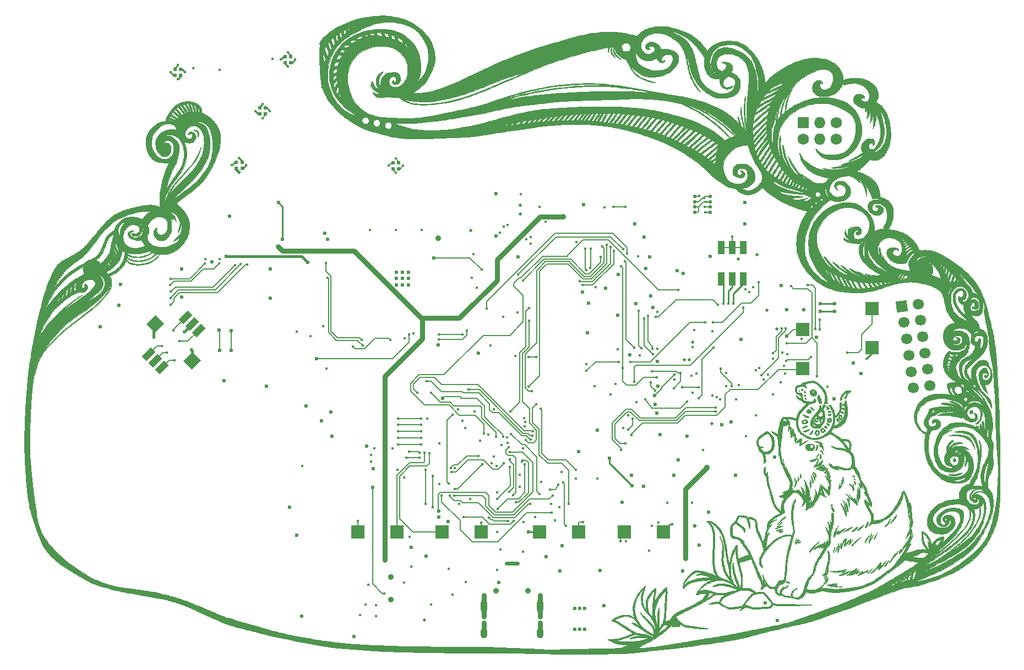
<source format=gtl>
G04 #@! TF.GenerationSoftware,KiCad,Pcbnew,(6.0.4)*
G04 #@! TF.CreationDate,2022-04-24T21:12:27+02:00*
G04 #@! TF.ProjectId,mch2022,6d636832-3032-4322-9e6b-696361645f70,Final*
G04 #@! TF.SameCoordinates,Original*
G04 #@! TF.FileFunction,Copper,L1,Top*
G04 #@! TF.FilePolarity,Positive*
%FSLAX46Y46*%
G04 Gerber Fmt 4.6, Leading zero omitted, Abs format (unit mm)*
G04 Created by KiCad (PCBNEW (6.0.4)) date 2022-04-24 21:12:27*
%MOMM*%
%LPD*%
G01*
G04 APERTURE LIST*
G04 Aperture macros list*
%AMRoundRect*
0 Rectangle with rounded corners*
0 $1 Rounding radius*
0 $2 $3 $4 $5 $6 $7 $8 $9 X,Y pos of 4 corners*
0 Add a 4 corners polygon primitive as box body*
4,1,4,$2,$3,$4,$5,$6,$7,$8,$9,$2,$3,0*
0 Add four circle primitives for the rounded corners*
1,1,$1+$1,$2,$3*
1,1,$1+$1,$4,$5*
1,1,$1+$1,$6,$7*
1,1,$1+$1,$8,$9*
0 Add four rect primitives between the rounded corners*
20,1,$1+$1,$2,$3,$4,$5,0*
20,1,$1+$1,$4,$5,$6,$7,0*
20,1,$1+$1,$6,$7,$8,$9,0*
20,1,$1+$1,$8,$9,$2,$3,0*%
%AMHorizOval*
0 Thick line with rounded ends*
0 $1 width*
0 $2 $3 position (X,Y) of the first rounded end (center of the circle)*
0 $4 $5 position (X,Y) of the second rounded end (center of the circle)*
0 Add line between two ends*
20,1,$1,$2,$3,$4,$5,0*
0 Add two circle primitives to create the rounded ends*
1,1,$1,$2,$3*
1,1,$1,$4,$5*%
%AMRotRect*
0 Rectangle, with rotation*
0 The origin of the aperture is its center*
0 $1 length*
0 $2 width*
0 $3 Rotation angle, in degrees counterclockwise*
0 Add horizontal line*
21,1,$1,$2,0,0,$3*%
G04 Aperture macros list end*
G04 #@! TA.AperFunction,EtchedComponent*
%ADD10C,0.010000*%
G04 #@! TD*
G04 #@! TA.AperFunction,SMDPad,CuDef*
%ADD11R,0.500000X0.500000*%
G04 #@! TD*
G04 #@! TA.AperFunction,SMDPad,CuDef*
%ADD12RotRect,2.000000X1.000000X45.000000*%
G04 #@! TD*
G04 #@! TA.AperFunction,SMDPad,CuDef*
%ADD13RotRect,2.000000X1.800000X45.000000*%
G04 #@! TD*
G04 #@! TA.AperFunction,SMDPad,CuDef*
%ADD14R,2.000000X2.000000*%
G04 #@! TD*
G04 #@! TA.AperFunction,SMDPad,CuDef*
%ADD15R,1.100000X2.000000*%
G04 #@! TD*
G04 #@! TA.AperFunction,ComponentPad*
%ADD16R,1.727200X1.727200*%
G04 #@! TD*
G04 #@! TA.AperFunction,ComponentPad*
%ADD17C,1.727200*%
G04 #@! TD*
G04 #@! TA.AperFunction,ComponentPad*
%ADD18O,1.727200X1.727200*%
G04 #@! TD*
G04 #@! TA.AperFunction,SMDPad,CuDef*
%ADD19RoundRect,0.125000X-0.137500X0.125000X-0.137500X-0.125000X0.137500X-0.125000X0.137500X0.125000X0*%
G04 #@! TD*
G04 #@! TA.AperFunction,ComponentPad*
%ADD20RotRect,1.700000X1.700000X188.000000*%
G04 #@! TD*
G04 #@! TA.AperFunction,ComponentPad*
%ADD21HorizOval,1.700000X0.000000X0.000000X0.000000X0.000000X0*%
G04 #@! TD*
G04 #@! TA.AperFunction,ComponentPad*
%ADD22O,1.000000X1.600000*%
G04 #@! TD*
G04 #@! TA.AperFunction,ComponentPad*
%ADD23O,1.000000X2.100000*%
G04 #@! TD*
G04 #@! TA.AperFunction,ViaPad*
%ADD24C,0.450000*%
G04 #@! TD*
G04 #@! TA.AperFunction,ViaPad*
%ADD25C,0.600000*%
G04 #@! TD*
G04 #@! TA.AperFunction,ViaPad*
%ADD26C,0.900000*%
G04 #@! TD*
G04 #@! TA.AperFunction,ViaPad*
%ADD27C,0.500000*%
G04 #@! TD*
G04 #@! TA.AperFunction,ViaPad*
%ADD28C,3.000000*%
G04 #@! TD*
G04 #@! TA.AperFunction,Conductor*
%ADD29C,0.200000*%
G04 #@! TD*
G04 #@! TA.AperFunction,Conductor*
%ADD30C,0.800000*%
G04 #@! TD*
G04 #@! TA.AperFunction,Conductor*
%ADD31C,0.250000*%
G04 #@! TD*
G04 #@! TA.AperFunction,Conductor*
%ADD32C,0.400000*%
G04 #@! TD*
G04 #@! TA.AperFunction,Conductor*
%ADD33C,0.600000*%
G04 #@! TD*
G04 APERTURE END LIST*
G36*
X44033790Y-21017710D02*
G01*
X44052978Y-21076457D01*
X44064960Y-21170003D01*
X44069000Y-21291886D01*
X44065263Y-21400050D01*
X44055016Y-21493268D01*
X44039704Y-21563895D01*
X44020771Y-21604285D01*
X44008721Y-21610843D01*
X43980893Y-21600521D01*
X43963166Y-21590446D01*
X43946295Y-21559225D01*
X43936600Y-21497860D01*
X43933382Y-21415561D01*
X43935943Y-21321532D01*
X43943586Y-21224982D01*
X43955611Y-21135117D01*
X43971322Y-21061144D01*
X43990020Y-21012271D01*
X44008135Y-20997334D01*
X44033790Y-21017710D01*
G37*
D10*
X44033790Y-21017710D02*
X44052978Y-21076457D01*
X44064960Y-21170003D01*
X44069000Y-21291886D01*
X44065263Y-21400050D01*
X44055016Y-21493268D01*
X44039704Y-21563895D01*
X44020771Y-21604285D01*
X44008721Y-21610843D01*
X43980893Y-21600521D01*
X43963166Y-21590446D01*
X43946295Y-21559225D01*
X43936600Y-21497860D01*
X43933382Y-21415561D01*
X43935943Y-21321532D01*
X43943586Y-21224982D01*
X43955611Y-21135117D01*
X43971322Y-21061144D01*
X43990020Y-21012271D01*
X44008135Y-20997334D01*
X44033790Y-21017710D01*
G36*
X48528130Y-12744986D02*
G01*
X48577500Y-12765279D01*
X48679146Y-12820795D01*
X48741906Y-12876844D01*
X48764832Y-12931935D01*
X48746973Y-12984579D01*
X48729291Y-13003636D01*
X48682338Y-13031152D01*
X48623132Y-13034826D01*
X48544252Y-13013911D01*
X48455791Y-12976049D01*
X48384204Y-12939841D01*
X48343855Y-12911426D01*
X48326462Y-12883428D01*
X48323500Y-12858257D01*
X48336078Y-12780257D01*
X48374094Y-12735481D01*
X48437971Y-12723776D01*
X48528130Y-12744986D01*
G37*
X48528130Y-12744986D02*
X48577500Y-12765279D01*
X48679146Y-12820795D01*
X48741906Y-12876844D01*
X48764832Y-12931935D01*
X48746973Y-12984579D01*
X48729291Y-13003636D01*
X48682338Y-13031152D01*
X48623132Y-13034826D01*
X48544252Y-13013911D01*
X48455791Y-12976049D01*
X48384204Y-12939841D01*
X48343855Y-12911426D01*
X48326462Y-12883428D01*
X48323500Y-12858257D01*
X48336078Y-12780257D01*
X48374094Y-12735481D01*
X48437971Y-12723776D01*
X48528130Y-12744986D01*
G36*
X47437558Y-13681394D02*
G01*
X47474697Y-13583574D01*
X47538797Y-13517551D01*
X47630951Y-13482063D01*
X47718165Y-13474717D01*
X47834467Y-13491997D01*
X47943741Y-13538187D01*
X48037570Y-13606838D01*
X48107539Y-13691500D01*
X48145230Y-13785722D01*
X48148044Y-13804146D01*
X48150283Y-13863735D01*
X48137870Y-13914621D01*
X48105485Y-13974154D01*
X48087440Y-14001750D01*
X48004569Y-14098583D01*
X47908656Y-14157091D01*
X47793455Y-14180731D01*
X47762583Y-14181601D01*
X47681275Y-14173683D01*
X47604664Y-14153710D01*
X47583386Y-14144592D01*
X47507689Y-14089820D01*
X47458100Y-14012225D01*
X47431995Y-13906253D01*
X47426602Y-13817458D01*
X47561500Y-13817458D01*
X47579997Y-13878078D01*
X47628173Y-13937141D01*
X47695055Y-13981280D01*
X47696507Y-13981919D01*
X47749529Y-14003649D01*
X47784431Y-14009509D01*
X47821892Y-14000560D01*
X47850732Y-13989843D01*
X47907549Y-13959662D01*
X47934998Y-13916425D01*
X47942175Y-13848626D01*
X47924470Y-13772636D01*
X47877874Y-13705775D01*
X47813260Y-13659658D01*
X47752000Y-13645445D01*
X47690036Y-13657468D01*
X47634351Y-13699214D01*
X47621687Y-13712806D01*
X47583913Y-13763396D01*
X47562984Y-13807573D01*
X47561500Y-13817458D01*
X47426602Y-13817458D01*
X47426287Y-13812278D01*
X47437558Y-13681394D01*
G37*
X47437558Y-13681394D02*
X47474697Y-13583574D01*
X47538797Y-13517551D01*
X47630951Y-13482063D01*
X47718165Y-13474717D01*
X47834467Y-13491997D01*
X47943741Y-13538187D01*
X48037570Y-13606838D01*
X48107539Y-13691500D01*
X48145230Y-13785722D01*
X48148044Y-13804146D01*
X48150283Y-13863735D01*
X48137870Y-13914621D01*
X48105485Y-13974154D01*
X48087440Y-14001750D01*
X48004569Y-14098583D01*
X47908656Y-14157091D01*
X47793455Y-14180731D01*
X47762583Y-14181601D01*
X47681275Y-14173683D01*
X47604664Y-14153710D01*
X47583386Y-14144592D01*
X47507689Y-14089820D01*
X47458100Y-14012225D01*
X47431995Y-13906253D01*
X47426602Y-13817458D01*
X47561500Y-13817458D01*
X47579997Y-13878078D01*
X47628173Y-13937141D01*
X47695055Y-13981280D01*
X47696507Y-13981919D01*
X47749529Y-14003649D01*
X47784431Y-14009509D01*
X47821892Y-14000560D01*
X47850732Y-13989843D01*
X47907549Y-13959662D01*
X47934998Y-13916425D01*
X47942175Y-13848626D01*
X47924470Y-13772636D01*
X47877874Y-13705775D01*
X47813260Y-13659658D01*
X47752000Y-13645445D01*
X47690036Y-13657468D01*
X47634351Y-13699214D01*
X47621687Y-13712806D01*
X47583913Y-13763396D01*
X47562984Y-13807573D01*
X47561500Y-13817458D01*
X47426602Y-13817458D01*
X47426287Y-13812278D01*
X47437558Y-13681394D01*
G36*
X47417646Y-12210829D02*
G01*
X47421243Y-12212151D01*
X47479382Y-12254924D01*
X47515809Y-12323946D01*
X47529733Y-12408662D01*
X47520364Y-12498518D01*
X47486912Y-12582960D01*
X47452482Y-12629306D01*
X47409484Y-12668666D01*
X47379130Y-12673583D01*
X47349734Y-12644257D01*
X47340910Y-12631209D01*
X47309551Y-12561858D01*
X47285541Y-12470497D01*
X47272891Y-12377180D01*
X47275341Y-12303382D01*
X47303118Y-12237081D01*
X47352243Y-12205173D01*
X47417646Y-12210829D01*
G37*
X47417646Y-12210829D02*
X47421243Y-12212151D01*
X47479382Y-12254924D01*
X47515809Y-12323946D01*
X47529733Y-12408662D01*
X47520364Y-12498518D01*
X47486912Y-12582960D01*
X47452482Y-12629306D01*
X47409484Y-12668666D01*
X47379130Y-12673583D01*
X47349734Y-12644257D01*
X47340910Y-12631209D01*
X47309551Y-12561858D01*
X47285541Y-12470497D01*
X47272891Y-12377180D01*
X47275341Y-12303382D01*
X47303118Y-12237081D01*
X47352243Y-12205173D01*
X47417646Y-12210829D01*
G36*
X48435604Y-10060700D02*
G01*
X48465730Y-10076036D01*
X48527507Y-10122011D01*
X48551210Y-10166456D01*
X48535372Y-10205997D01*
X48525829Y-10214157D01*
X48468047Y-10239112D01*
X48403907Y-10242289D01*
X48353169Y-10223117D01*
X48348900Y-10219267D01*
X48324948Y-10170177D01*
X48340299Y-10115896D01*
X48367279Y-10084608D01*
X48403015Y-10058646D01*
X48435604Y-10060700D01*
G37*
X48435604Y-10060700D02*
X48465730Y-10076036D01*
X48527507Y-10122011D01*
X48551210Y-10166456D01*
X48535372Y-10205997D01*
X48525829Y-10214157D01*
X48468047Y-10239112D01*
X48403907Y-10242289D01*
X48353169Y-10223117D01*
X48348900Y-10219267D01*
X48324948Y-10170177D01*
X48340299Y-10115896D01*
X48367279Y-10084608D01*
X48403015Y-10058646D01*
X48435604Y-10060700D01*
G36*
X49750470Y-37385723D02*
G01*
X49772918Y-37389596D01*
X49791369Y-37396230D01*
X49795974Y-37398283D01*
X49834463Y-37426670D01*
X49847500Y-37453963D01*
X49844339Y-37482500D01*
X49841625Y-37486167D01*
X49820032Y-37490281D01*
X49763862Y-37501682D01*
X49679969Y-37518961D01*
X49575208Y-37540706D01*
X49481323Y-37560300D01*
X49218029Y-37612837D01*
X48989928Y-37653007D01*
X48797891Y-37680723D01*
X48642788Y-37695898D01*
X48525490Y-37698442D01*
X48446868Y-37688269D01*
X48410027Y-37668326D01*
X48399187Y-37632201D01*
X48427553Y-37600881D01*
X48492101Y-37576252D01*
X48582150Y-37560984D01*
X48647972Y-37552580D01*
X48745288Y-37538356D01*
X48863912Y-37519887D01*
X48993655Y-37498747D01*
X49085500Y-37483226D01*
X49267901Y-37452000D01*
X49413312Y-37427480D01*
X49526445Y-37409100D01*
X49612013Y-37396298D01*
X49674732Y-37388511D01*
X49719313Y-37385173D01*
X49750470Y-37385723D01*
G37*
X49750470Y-37385723D02*
X49772918Y-37389596D01*
X49791369Y-37396230D01*
X49795974Y-37398283D01*
X49834463Y-37426670D01*
X49847500Y-37453963D01*
X49844339Y-37482500D01*
X49841625Y-37486167D01*
X49820032Y-37490281D01*
X49763862Y-37501682D01*
X49679969Y-37518961D01*
X49575208Y-37540706D01*
X49481323Y-37560300D01*
X49218029Y-37612837D01*
X48989928Y-37653007D01*
X48797891Y-37680723D01*
X48642788Y-37695898D01*
X48525490Y-37698442D01*
X48446868Y-37688269D01*
X48410027Y-37668326D01*
X48399187Y-37632201D01*
X48427553Y-37600881D01*
X48492101Y-37576252D01*
X48582150Y-37560984D01*
X48647972Y-37552580D01*
X48745288Y-37538356D01*
X48863912Y-37519887D01*
X48993655Y-37498747D01*
X49085500Y-37483226D01*
X49267901Y-37452000D01*
X49413312Y-37427480D01*
X49526445Y-37409100D01*
X49612013Y-37396298D01*
X49674732Y-37388511D01*
X49719313Y-37385173D01*
X49750470Y-37385723D01*
G36*
X57908037Y-33807595D02*
G01*
X57906037Y-33841299D01*
X57887844Y-33903426D01*
X57853459Y-33991304D01*
X57816839Y-34072938D01*
X57741493Y-34219884D01*
X57657510Y-34360625D01*
X57569818Y-34488453D01*
X57483345Y-34596654D01*
X57403018Y-34678517D01*
X57337850Y-34725287D01*
X57281943Y-34746152D01*
X57226482Y-34754852D01*
X57185103Y-34750564D01*
X57171166Y-34735324D01*
X57173078Y-34726471D01*
X57180715Y-34712044D01*
X57196930Y-34688407D01*
X57224576Y-34651923D01*
X57266507Y-34598955D01*
X57325575Y-34525867D01*
X57404634Y-34429022D01*
X57506536Y-34304784D01*
X57559654Y-34240126D01*
X57635798Y-34145805D01*
X57707829Y-34053596D01*
X57768558Y-33972902D01*
X57810792Y-33913128D01*
X57816870Y-33903746D01*
X57863454Y-33836146D01*
X57893843Y-33804987D01*
X57908037Y-33807595D01*
G37*
X57908037Y-33807595D02*
X57906037Y-33841299D01*
X57887844Y-33903426D01*
X57853459Y-33991304D01*
X57816839Y-34072938D01*
X57741493Y-34219884D01*
X57657510Y-34360625D01*
X57569818Y-34488453D01*
X57483345Y-34596654D01*
X57403018Y-34678517D01*
X57337850Y-34725287D01*
X57281943Y-34746152D01*
X57226482Y-34754852D01*
X57185103Y-34750564D01*
X57171166Y-34735324D01*
X57173078Y-34726471D01*
X57180715Y-34712044D01*
X57196930Y-34688407D01*
X57224576Y-34651923D01*
X57266507Y-34598955D01*
X57325575Y-34525867D01*
X57404634Y-34429022D01*
X57506536Y-34304784D01*
X57559654Y-34240126D01*
X57635798Y-34145805D01*
X57707829Y-34053596D01*
X57768558Y-33972902D01*
X57810792Y-33913128D01*
X57816870Y-33903746D01*
X57863454Y-33836146D01*
X57893843Y-33804987D01*
X57908037Y-33807595D01*
G36*
X52013921Y-35423299D02*
G01*
X51993642Y-35454207D01*
X51950748Y-35499229D01*
X51891115Y-35553068D01*
X51820624Y-35610427D01*
X51745153Y-35666009D01*
X51670581Y-35714514D01*
X51668202Y-35715934D01*
X51482792Y-35818277D01*
X51277200Y-35918358D01*
X51069692Y-36007749D01*
X50896001Y-36072227D01*
X50786914Y-36103484D01*
X50670327Y-36127851D01*
X50554740Y-36144567D01*
X50448651Y-36152872D01*
X50360558Y-36152005D01*
X50298962Y-36141206D01*
X50276437Y-36127670D01*
X50269303Y-36110078D01*
X50284298Y-36093454D01*
X50327735Y-36073847D01*
X50403808Y-36047987D01*
X50506721Y-36012258D01*
X50638947Y-35962260D01*
X50791440Y-35901630D01*
X50955155Y-35834006D01*
X51121045Y-35763027D01*
X51212750Y-35722622D01*
X51312519Y-35679215D01*
X51425796Y-35631664D01*
X51545555Y-35582723D01*
X51664766Y-35535148D01*
X51776403Y-35491692D01*
X51873439Y-35455110D01*
X51948844Y-35428158D01*
X51995592Y-35413589D01*
X52005704Y-35411803D01*
X52013921Y-35423299D01*
G37*
X52013921Y-35423299D02*
X51993642Y-35454207D01*
X51950748Y-35499229D01*
X51891115Y-35553068D01*
X51820624Y-35610427D01*
X51745153Y-35666009D01*
X51670581Y-35714514D01*
X51668202Y-35715934D01*
X51482792Y-35818277D01*
X51277200Y-35918358D01*
X51069692Y-36007749D01*
X50896001Y-36072227D01*
X50786914Y-36103484D01*
X50670327Y-36127851D01*
X50554740Y-36144567D01*
X50448651Y-36152872D01*
X50360558Y-36152005D01*
X50298962Y-36141206D01*
X50276437Y-36127670D01*
X50269303Y-36110078D01*
X50284298Y-36093454D01*
X50327735Y-36073847D01*
X50403808Y-36047987D01*
X50506721Y-36012258D01*
X50638947Y-35962260D01*
X50791440Y-35901630D01*
X50955155Y-35834006D01*
X51121045Y-35763027D01*
X51212750Y-35722622D01*
X51312519Y-35679215D01*
X51425796Y-35631664D01*
X51545555Y-35582723D01*
X51664766Y-35535148D01*
X51776403Y-35491692D01*
X51873439Y-35455110D01*
X51948844Y-35428158D01*
X51995592Y-35413589D01*
X52005704Y-35411803D01*
X52013921Y-35423299D01*
G36*
X51841858Y-7675039D02*
G01*
X51910167Y-7678647D01*
X51957503Y-7687634D01*
X51994527Y-7703785D01*
X52022375Y-7721983D01*
X52076169Y-7775038D01*
X52091445Y-7825616D01*
X52071993Y-7869865D01*
X52021607Y-7903932D01*
X51944078Y-7923963D01*
X51843198Y-7926105D01*
X51823241Y-7924334D01*
X51665851Y-7926221D01*
X51563901Y-7945935D01*
X51369167Y-8016694D01*
X51196587Y-8123522D01*
X51046159Y-8266420D01*
X50917881Y-8445392D01*
X50811751Y-8660439D01*
X50728768Y-8907873D01*
X50702980Y-8996526D01*
X50678211Y-9071369D01*
X50658144Y-9121713D01*
X50650476Y-9135052D01*
X50613018Y-9160179D01*
X50551499Y-9184615D01*
X50483845Y-9202259D01*
X50437990Y-9207382D01*
X50422024Y-9203747D01*
X50414754Y-9187283D01*
X50416000Y-9149866D01*
X50425579Y-9083372D01*
X50434091Y-9032875D01*
X50496879Y-8763226D01*
X50587534Y-8516802D01*
X50704125Y-8296262D01*
X50844723Y-8104263D01*
X51007397Y-7943465D01*
X51190219Y-7816524D01*
X51379923Y-7730023D01*
X51471156Y-7701910D01*
X51559487Y-7685065D01*
X51662012Y-7676893D01*
X51741916Y-7675025D01*
X51841858Y-7675039D01*
G37*
X51841858Y-7675039D02*
X51910167Y-7678647D01*
X51957503Y-7687634D01*
X51994527Y-7703785D01*
X52022375Y-7721983D01*
X52076169Y-7775038D01*
X52091445Y-7825616D01*
X52071993Y-7869865D01*
X52021607Y-7903932D01*
X51944078Y-7923963D01*
X51843198Y-7926105D01*
X51823241Y-7924334D01*
X51665851Y-7926221D01*
X51563901Y-7945935D01*
X51369167Y-8016694D01*
X51196587Y-8123522D01*
X51046159Y-8266420D01*
X50917881Y-8445392D01*
X50811751Y-8660439D01*
X50728768Y-8907873D01*
X50702980Y-8996526D01*
X50678211Y-9071369D01*
X50658144Y-9121713D01*
X50650476Y-9135052D01*
X50613018Y-9160179D01*
X50551499Y-9184615D01*
X50483845Y-9202259D01*
X50437990Y-9207382D01*
X50422024Y-9203747D01*
X50414754Y-9187283D01*
X50416000Y-9149866D01*
X50425579Y-9083372D01*
X50434091Y-9032875D01*
X50496879Y-8763226D01*
X50587534Y-8516802D01*
X50704125Y-8296262D01*
X50844723Y-8104263D01*
X51007397Y-7943465D01*
X51190219Y-7816524D01*
X51379923Y-7730023D01*
X51471156Y-7701910D01*
X51559487Y-7685065D01*
X51662012Y-7676893D01*
X51741916Y-7675025D01*
X51841858Y-7675039D01*
G36*
X43446633Y-21157944D02*
G01*
X43476514Y-21221515D01*
X43502650Y-21310368D01*
X43522879Y-21415982D01*
X43535042Y-21529834D01*
X43537596Y-21611167D01*
X43535165Y-21720017D01*
X43529308Y-21801322D01*
X43520843Y-21852134D01*
X43510584Y-21869504D01*
X43499349Y-21850481D01*
X43487953Y-21792118D01*
X43487807Y-21791084D01*
X43476803Y-21718516D01*
X43461250Y-21622888D01*
X43444183Y-21522785D01*
X43441116Y-21505334D01*
X43417063Y-21364099D01*
X43401701Y-21260019D01*
X43394740Y-21188877D01*
X43395889Y-21146458D01*
X43404859Y-21128547D01*
X43415167Y-21128180D01*
X43446633Y-21157944D01*
G37*
X43446633Y-21157944D02*
X43476514Y-21221515D01*
X43502650Y-21310368D01*
X43522879Y-21415982D01*
X43535042Y-21529834D01*
X43537596Y-21611167D01*
X43535165Y-21720017D01*
X43529308Y-21801322D01*
X43520843Y-21852134D01*
X43510584Y-21869504D01*
X43499349Y-21850481D01*
X43487953Y-21792118D01*
X43487807Y-21791084D01*
X43476803Y-21718516D01*
X43461250Y-21622888D01*
X43444183Y-21522785D01*
X43441116Y-21505334D01*
X43417063Y-21364099D01*
X43401701Y-21260019D01*
X43394740Y-21188877D01*
X43395889Y-21146458D01*
X43404859Y-21128547D01*
X43415167Y-21128180D01*
X43446633Y-21157944D01*
G36*
X47680940Y-31269719D02*
G01*
X47681436Y-31296129D01*
X47667222Y-31349837D01*
X47642405Y-31420220D01*
X47611093Y-31496654D01*
X47577393Y-31568515D01*
X47545411Y-31625182D01*
X47540937Y-31631828D01*
X47446914Y-31747852D01*
X47347038Y-31836674D01*
X47261436Y-31886142D01*
X47196775Y-31907535D01*
X47122553Y-31923982D01*
X47049868Y-31934179D01*
X46989818Y-31936823D01*
X46953502Y-31930612D01*
X46947666Y-31922984D01*
X46964049Y-31886793D01*
X47013355Y-31826033D01*
X47095817Y-31740457D01*
X47211670Y-31629817D01*
X47318083Y-31532523D01*
X47446944Y-31419402D01*
X47548216Y-31337274D01*
X47621705Y-31286279D01*
X47667218Y-31266559D01*
X47680940Y-31269719D01*
G37*
X47680940Y-31269719D02*
X47681436Y-31296129D01*
X47667222Y-31349837D01*
X47642405Y-31420220D01*
X47611093Y-31496654D01*
X47577393Y-31568515D01*
X47545411Y-31625182D01*
X47540937Y-31631828D01*
X47446914Y-31747852D01*
X47347038Y-31836674D01*
X47261436Y-31886142D01*
X47196775Y-31907535D01*
X47122553Y-31923982D01*
X47049868Y-31934179D01*
X46989818Y-31936823D01*
X46953502Y-31930612D01*
X46947666Y-31922984D01*
X46964049Y-31886793D01*
X47013355Y-31826033D01*
X47095817Y-31740457D01*
X47211670Y-31629817D01*
X47318083Y-31532523D01*
X47446944Y-31419402D01*
X47548216Y-31337274D01*
X47621705Y-31286279D01*
X47667218Y-31266559D01*
X47680940Y-31269719D01*
G36*
X50941723Y-26006041D02*
G01*
X50818564Y-25731398D01*
X50755509Y-25601084D01*
X50669828Y-25424174D01*
X50606643Y-25282696D01*
X50565830Y-25176300D01*
X50547264Y-25104634D01*
X50550821Y-25067349D01*
X50563405Y-25061334D01*
X50584685Y-25078584D01*
X50622960Y-25126072D01*
X50674006Y-25197404D01*
X50733600Y-25286188D01*
X50797515Y-25386029D01*
X50861530Y-25490534D01*
X50921420Y-25593310D01*
X50954973Y-25654000D01*
X51002306Y-25750014D01*
X51054826Y-25869618D01*
X51105374Y-25995908D01*
X51138737Y-26087917D01*
X51173698Y-26189077D01*
X51197139Y-26253101D01*
X51210705Y-26283085D01*
X51216041Y-26282129D01*
X51214788Y-26253329D01*
X51211740Y-26225500D01*
X51203393Y-26166761D01*
X51188749Y-26075669D01*
X51169374Y-25961469D01*
X51146831Y-25833404D01*
X51125972Y-25718522D01*
X51103198Y-25591628D01*
X51083586Y-25476000D01*
X51068345Y-25379298D01*
X51058685Y-25309181D01*
X51055783Y-25274022D01*
X51058836Y-25245614D01*
X51068061Y-25248469D01*
X51087813Y-25285952D01*
X51097141Y-25305968D01*
X51122028Y-25368550D01*
X51154693Y-25462965D01*
X51192415Y-25580035D01*
X51232476Y-25710579D01*
X51272157Y-25845421D01*
X51308739Y-25975380D01*
X51339505Y-26091278D01*
X51361734Y-26183936D01*
X51370638Y-26229303D01*
X51379897Y-26309115D01*
X51386536Y-26411997D01*
X51390537Y-26528406D01*
X51391884Y-26648797D01*
X51390557Y-26763626D01*
X51386540Y-26863348D01*
X51379814Y-26938419D01*
X51372023Y-26975539D01*
X51350080Y-27015408D01*
X51330370Y-27029834D01*
X51315412Y-27010955D01*
X51292856Y-26960358D01*
X51266487Y-26887098D01*
X51253001Y-26844625D01*
X51165280Y-26578500D01*
X51097007Y-26394834D01*
X51223333Y-26394834D01*
X51231077Y-26412256D01*
X51237444Y-26408945D01*
X51239977Y-26383825D01*
X51237444Y-26380722D01*
X51224860Y-26383628D01*
X51223333Y-26394834D01*
X51097007Y-26394834D01*
X51059408Y-26293690D01*
X50941723Y-26006041D01*
G37*
X50941723Y-26006041D02*
X50818564Y-25731398D01*
X50755509Y-25601084D01*
X50669828Y-25424174D01*
X50606643Y-25282696D01*
X50565830Y-25176300D01*
X50547264Y-25104634D01*
X50550821Y-25067349D01*
X50563405Y-25061334D01*
X50584685Y-25078584D01*
X50622960Y-25126072D01*
X50674006Y-25197404D01*
X50733600Y-25286188D01*
X50797515Y-25386029D01*
X50861530Y-25490534D01*
X50921420Y-25593310D01*
X50954973Y-25654000D01*
X51002306Y-25750014D01*
X51054826Y-25869618D01*
X51105374Y-25995908D01*
X51138737Y-26087917D01*
X51173698Y-26189077D01*
X51197139Y-26253101D01*
X51210705Y-26283085D01*
X51216041Y-26282129D01*
X51214788Y-26253329D01*
X51211740Y-26225500D01*
X51203393Y-26166761D01*
X51188749Y-26075669D01*
X51169374Y-25961469D01*
X51146831Y-25833404D01*
X51125972Y-25718522D01*
X51103198Y-25591628D01*
X51083586Y-25476000D01*
X51068345Y-25379298D01*
X51058685Y-25309181D01*
X51055783Y-25274022D01*
X51058836Y-25245614D01*
X51068061Y-25248469D01*
X51087813Y-25285952D01*
X51097141Y-25305968D01*
X51122028Y-25368550D01*
X51154693Y-25462965D01*
X51192415Y-25580035D01*
X51232476Y-25710579D01*
X51272157Y-25845421D01*
X51308739Y-25975380D01*
X51339505Y-26091278D01*
X51361734Y-26183936D01*
X51370638Y-26229303D01*
X51379897Y-26309115D01*
X51386536Y-26411997D01*
X51390537Y-26528406D01*
X51391884Y-26648797D01*
X51390557Y-26763626D01*
X51386540Y-26863348D01*
X51379814Y-26938419D01*
X51372023Y-26975539D01*
X51350080Y-27015408D01*
X51330370Y-27029834D01*
X51315412Y-27010955D01*
X51292856Y-26960358D01*
X51266487Y-26887098D01*
X51253001Y-26844625D01*
X51165280Y-26578500D01*
X51097007Y-26394834D01*
X51223333Y-26394834D01*
X51231077Y-26412256D01*
X51237444Y-26408945D01*
X51239977Y-26383825D01*
X51237444Y-26380722D01*
X51224860Y-26383628D01*
X51223333Y-26394834D01*
X51097007Y-26394834D01*
X51059408Y-26293690D01*
X50941723Y-26006041D01*
G36*
X59346367Y-32358975D02*
G01*
X59335930Y-32407908D01*
X59304298Y-32491160D01*
X59251221Y-32609404D01*
X59190878Y-32734250D01*
X59100755Y-32910495D01*
X59023855Y-33047662D01*
X58959553Y-33146676D01*
X58907222Y-33208465D01*
X58866238Y-33233952D01*
X58853248Y-33234264D01*
X58802621Y-33226124D01*
X58781395Y-33223680D01*
X58760043Y-33239904D01*
X58720669Y-33286880D01*
X58667306Y-33359226D01*
X58603990Y-33451560D01*
X58559145Y-33520157D01*
X58442443Y-33698723D01*
X58338431Y-33851446D01*
X58248860Y-33975943D01*
X58175482Y-34069832D01*
X58120048Y-34130732D01*
X58095119Y-34151094D01*
X58031154Y-34184502D01*
X57982104Y-34197217D01*
X57956317Y-34187592D01*
X57954333Y-34178820D01*
X57967228Y-34146752D01*
X58000146Y-34097336D01*
X58024913Y-34066268D01*
X58085332Y-33988881D01*
X58162295Y-33880563D01*
X58251812Y-33747402D01*
X58349895Y-33595487D01*
X58452555Y-33430908D01*
X58555802Y-33259753D01*
X58578633Y-33221084D01*
X58652101Y-33096323D01*
X58707197Y-33003911D01*
X58746998Y-32939696D01*
X58774580Y-32899528D01*
X58793017Y-32879257D01*
X58805387Y-32874733D01*
X58814765Y-32881805D01*
X58821988Y-32892712D01*
X58836522Y-32900455D01*
X58862769Y-32888300D01*
X58905322Y-32852725D01*
X58968776Y-32790206D01*
X59006315Y-32751360D01*
X59083059Y-32667452D01*
X59157044Y-32580088D01*
X59217924Y-32501792D01*
X59245500Y-32461801D01*
X59285672Y-32401799D01*
X59318397Y-32359212D01*
X59335861Y-32343684D01*
X59346367Y-32358975D01*
G37*
X59346367Y-32358975D02*
X59335930Y-32407908D01*
X59304298Y-32491160D01*
X59251221Y-32609404D01*
X59190878Y-32734250D01*
X59100755Y-32910495D01*
X59023855Y-33047662D01*
X58959553Y-33146676D01*
X58907222Y-33208465D01*
X58866238Y-33233952D01*
X58853248Y-33234264D01*
X58802621Y-33226124D01*
X58781395Y-33223680D01*
X58760043Y-33239904D01*
X58720669Y-33286880D01*
X58667306Y-33359226D01*
X58603990Y-33451560D01*
X58559145Y-33520157D01*
X58442443Y-33698723D01*
X58338431Y-33851446D01*
X58248860Y-33975943D01*
X58175482Y-34069832D01*
X58120048Y-34130732D01*
X58095119Y-34151094D01*
X58031154Y-34184502D01*
X57982104Y-34197217D01*
X57956317Y-34187592D01*
X57954333Y-34178820D01*
X57967228Y-34146752D01*
X58000146Y-34097336D01*
X58024913Y-34066268D01*
X58085332Y-33988881D01*
X58162295Y-33880563D01*
X58251812Y-33747402D01*
X58349895Y-33595487D01*
X58452555Y-33430908D01*
X58555802Y-33259753D01*
X58578633Y-33221084D01*
X58652101Y-33096323D01*
X58707197Y-33003911D01*
X58746998Y-32939696D01*
X58774580Y-32899528D01*
X58793017Y-32879257D01*
X58805387Y-32874733D01*
X58814765Y-32881805D01*
X58821988Y-32892712D01*
X58836522Y-32900455D01*
X58862769Y-32888300D01*
X58905322Y-32852725D01*
X58968776Y-32790206D01*
X59006315Y-32751360D01*
X59083059Y-32667452D01*
X59157044Y-32580088D01*
X59217924Y-32501792D01*
X59245500Y-32461801D01*
X59285672Y-32401799D01*
X59318397Y-32359212D01*
X59335861Y-32343684D01*
X59346367Y-32358975D01*
G36*
X46693666Y-15523666D02*
G01*
X46872358Y-15538025D01*
X47046209Y-15569096D01*
X47227852Y-15619817D01*
X47429921Y-15693125D01*
X47440357Y-15697264D01*
X47554434Y-15746024D01*
X47631238Y-15787296D01*
X47674637Y-15823583D01*
X47688497Y-15857387D01*
X47688500Y-15857879D01*
X47671190Y-15892674D01*
X47630211Y-15928661D01*
X47581984Y-15953440D01*
X47556208Y-15957762D01*
X47520271Y-15947625D01*
X47455603Y-15921229D01*
X47370766Y-15882355D01*
X47274321Y-15834778D01*
X47254583Y-15824650D01*
X47127633Y-15763248D01*
X46981546Y-15699084D01*
X46836386Y-15640681D01*
X46736000Y-15604368D01*
X46471416Y-15515293D01*
X46693666Y-15523666D01*
G37*
X46693666Y-15523666D02*
X46872358Y-15538025D01*
X47046209Y-15569096D01*
X47227852Y-15619817D01*
X47429921Y-15693125D01*
X47440357Y-15697264D01*
X47554434Y-15746024D01*
X47631238Y-15787296D01*
X47674637Y-15823583D01*
X47688497Y-15857387D01*
X47688500Y-15857879D01*
X47671190Y-15892674D01*
X47630211Y-15928661D01*
X47581984Y-15953440D01*
X47556208Y-15957762D01*
X47520271Y-15947625D01*
X47455603Y-15921229D01*
X47370766Y-15882355D01*
X47274321Y-15834778D01*
X47254583Y-15824650D01*
X47127633Y-15763248D01*
X46981546Y-15699084D01*
X46836386Y-15640681D01*
X46736000Y-15604368D01*
X46471416Y-15515293D01*
X46693666Y-15523666D01*
G36*
X52613490Y-21200955D02*
G01*
X52667506Y-21248481D01*
X52672489Y-21254289D01*
X52714535Y-21322595D01*
X52721995Y-21386408D01*
X52706115Y-21441222D01*
X52675468Y-21458058D01*
X52633915Y-21436948D01*
X52590190Y-21385246D01*
X52550300Y-21310664D01*
X52536178Y-21249384D01*
X52544332Y-21206966D01*
X52571268Y-21188970D01*
X52613490Y-21200955D01*
G37*
X52613490Y-21200955D02*
X52667506Y-21248481D01*
X52672489Y-21254289D01*
X52714535Y-21322595D01*
X52721995Y-21386408D01*
X52706115Y-21441222D01*
X52675468Y-21458058D01*
X52633915Y-21436948D01*
X52590190Y-21385246D01*
X52550300Y-21310664D01*
X52536178Y-21249384D01*
X52544332Y-21206966D01*
X52571268Y-21188970D01*
X52613490Y-21200955D01*
G36*
X45920841Y-21441442D02*
G01*
X45928807Y-21475108D01*
X45935613Y-21543481D01*
X45941159Y-21638950D01*
X45945346Y-21753899D01*
X45948075Y-21880718D01*
X45949248Y-22011793D01*
X45948763Y-22139512D01*
X45946524Y-22256261D01*
X45942430Y-22354428D01*
X45936382Y-22426401D01*
X45933890Y-22443399D01*
X45910675Y-22551589D01*
X45884739Y-22631310D01*
X45858163Y-22679848D01*
X45833027Y-22694485D01*
X45811414Y-22672507D01*
X45797162Y-22621875D01*
X45789086Y-22554882D01*
X45783975Y-22468904D01*
X45781805Y-22374781D01*
X45782546Y-22283354D01*
X45786173Y-22205466D01*
X45792659Y-22151958D01*
X45798370Y-22135419D01*
X45807295Y-22105724D01*
X45818016Y-22041945D01*
X45829428Y-21952232D01*
X45840423Y-21844736D01*
X45844999Y-21792010D01*
X45857947Y-21647187D01*
X45870117Y-21541538D01*
X45882188Y-21471929D01*
X45894838Y-21435225D01*
X45908745Y-21428294D01*
X45920841Y-21441442D01*
G37*
X45920841Y-21441442D02*
X45928807Y-21475108D01*
X45935613Y-21543481D01*
X45941159Y-21638950D01*
X45945346Y-21753899D01*
X45948075Y-21880718D01*
X45949248Y-22011793D01*
X45948763Y-22139512D01*
X45946524Y-22256261D01*
X45942430Y-22354428D01*
X45936382Y-22426401D01*
X45933890Y-22443399D01*
X45910675Y-22551589D01*
X45884739Y-22631310D01*
X45858163Y-22679848D01*
X45833027Y-22694485D01*
X45811414Y-22672507D01*
X45797162Y-22621875D01*
X45789086Y-22554882D01*
X45783975Y-22468904D01*
X45781805Y-22374781D01*
X45782546Y-22283354D01*
X45786173Y-22205466D01*
X45792659Y-22151958D01*
X45798370Y-22135419D01*
X45807295Y-22105724D01*
X45818016Y-22041945D01*
X45829428Y-21952232D01*
X45840423Y-21844736D01*
X45844999Y-21792010D01*
X45857947Y-21647187D01*
X45870117Y-21541538D01*
X45882188Y-21471929D01*
X45894838Y-21435225D01*
X45908745Y-21428294D01*
X45920841Y-21441442D01*
G36*
X53120230Y-28669408D02*
G01*
X53117198Y-28704862D01*
X53116460Y-28707292D01*
X53053267Y-28847112D01*
X52953643Y-28984189D01*
X52823374Y-29112631D01*
X52668243Y-29226544D01*
X52532551Y-29302080D01*
X52420938Y-29355341D01*
X52341080Y-29390627D01*
X52287233Y-29409607D01*
X52253652Y-29413950D01*
X52234592Y-29405327D01*
X52226277Y-29391107D01*
X52222231Y-29366053D01*
X52233013Y-29338836D01*
X52263395Y-29304227D01*
X52318153Y-29256996D01*
X52402061Y-29191913D01*
X52421565Y-29177195D01*
X52508353Y-29109714D01*
X52610054Y-29027384D01*
X52710131Y-28943693D01*
X52752460Y-28907241D01*
X52864010Y-28811485D01*
X52949403Y-28741984D01*
X53012964Y-28695619D01*
X53059023Y-28669270D01*
X53091905Y-28659820D01*
X53095985Y-28659667D01*
X53120230Y-28669408D01*
G37*
X53120230Y-28669408D02*
X53117198Y-28704862D01*
X53116460Y-28707292D01*
X53053267Y-28847112D01*
X52953643Y-28984189D01*
X52823374Y-29112631D01*
X52668243Y-29226544D01*
X52532551Y-29302080D01*
X52420938Y-29355341D01*
X52341080Y-29390627D01*
X52287233Y-29409607D01*
X52253652Y-29413950D01*
X52234592Y-29405327D01*
X52226277Y-29391107D01*
X52222231Y-29366053D01*
X52233013Y-29338836D01*
X52263395Y-29304227D01*
X52318153Y-29256996D01*
X52402061Y-29191913D01*
X52421565Y-29177195D01*
X52508353Y-29109714D01*
X52610054Y-29027384D01*
X52710131Y-28943693D01*
X52752460Y-28907241D01*
X52864010Y-28811485D01*
X52949403Y-28741984D01*
X53012964Y-28695619D01*
X53059023Y-28669270D01*
X53091905Y-28659820D01*
X53095985Y-28659667D01*
X53120230Y-28669408D01*
G36*
X48459454Y-12138213D02*
G01*
X48501938Y-12043869D01*
X48563961Y-11966907D01*
X48602803Y-11937265D01*
X48674063Y-11909718D01*
X48764696Y-11897722D01*
X48859720Y-11900828D01*
X48944151Y-11918588D01*
X49001530Y-11949188D01*
X49063117Y-12025565D01*
X49105452Y-12119359D01*
X49125911Y-12218399D01*
X49121871Y-12310513D01*
X49094166Y-12378813D01*
X49059527Y-12417693D01*
X49004311Y-12469125D01*
X48954682Y-12510523D01*
X48889900Y-12558097D01*
X48838409Y-12583201D01*
X48782818Y-12592531D01*
X48739640Y-12593338D01*
X48660074Y-12586751D01*
X48585690Y-12571070D01*
X48560832Y-12562277D01*
X48496745Y-12513187D01*
X48455155Y-12437424D01*
X48435471Y-12343801D01*
X48436383Y-12286346D01*
X48601646Y-12286346D01*
X48612777Y-12304889D01*
X48639861Y-12312252D01*
X48696331Y-12317358D01*
X48760199Y-12319000D01*
X48837847Y-12316528D01*
X48883893Y-12307344D01*
X48908873Y-12288798D01*
X48914244Y-12280259D01*
X48920691Y-12228103D01*
X48898370Y-12168478D01*
X48855995Y-12113592D01*
X48802278Y-12075651D01*
X48761080Y-12065673D01*
X48711551Y-12081413D01*
X48663792Y-12122722D01*
X48624855Y-12178229D01*
X48601790Y-12236561D01*
X48601646Y-12286346D01*
X48436383Y-12286346D01*
X48437102Y-12241127D01*
X48459454Y-12138213D01*
G37*
X48459454Y-12138213D02*
X48501938Y-12043869D01*
X48563961Y-11966907D01*
X48602803Y-11937265D01*
X48674063Y-11909718D01*
X48764696Y-11897722D01*
X48859720Y-11900828D01*
X48944151Y-11918588D01*
X49001530Y-11949188D01*
X49063117Y-12025565D01*
X49105452Y-12119359D01*
X49125911Y-12218399D01*
X49121871Y-12310513D01*
X49094166Y-12378813D01*
X49059527Y-12417693D01*
X49004311Y-12469125D01*
X48954682Y-12510523D01*
X48889900Y-12558097D01*
X48838409Y-12583201D01*
X48782818Y-12592531D01*
X48739640Y-12593338D01*
X48660074Y-12586751D01*
X48585690Y-12571070D01*
X48560832Y-12562277D01*
X48496745Y-12513187D01*
X48455155Y-12437424D01*
X48435471Y-12343801D01*
X48436383Y-12286346D01*
X48601646Y-12286346D01*
X48612777Y-12304889D01*
X48639861Y-12312252D01*
X48696331Y-12317358D01*
X48760199Y-12319000D01*
X48837847Y-12316528D01*
X48883893Y-12307344D01*
X48908873Y-12288798D01*
X48914244Y-12280259D01*
X48920691Y-12228103D01*
X48898370Y-12168478D01*
X48855995Y-12113592D01*
X48802278Y-12075651D01*
X48761080Y-12065673D01*
X48711551Y-12081413D01*
X48663792Y-12122722D01*
X48624855Y-12178229D01*
X48601790Y-12236561D01*
X48601646Y-12286346D01*
X48436383Y-12286346D01*
X48437102Y-12241127D01*
X48459454Y-12138213D01*
G36*
X41495036Y-27925020D02*
G01*
X41514977Y-27949565D01*
X41524845Y-27986469D01*
X41517149Y-28022180D01*
X41485144Y-28069477D01*
X41426451Y-28130642D01*
X41338692Y-28207955D01*
X41219488Y-28303697D01*
X41095083Y-28398706D01*
X40957214Y-28499878D01*
X40849925Y-28573241D01*
X40773406Y-28618692D01*
X40727848Y-28636126D01*
X40713442Y-28625442D01*
X40722908Y-28599452D01*
X40748634Y-28566294D01*
X40800009Y-28511191D01*
X40870793Y-28440040D01*
X40954746Y-28358738D01*
X41045627Y-28273181D01*
X41137196Y-28189267D01*
X41223214Y-28112893D01*
X41297439Y-28049955D01*
X41339931Y-28016378D01*
X41405196Y-27970354D01*
X41459085Y-27937887D01*
X41491768Y-27924768D01*
X41495036Y-27925020D01*
G37*
X41495036Y-27925020D02*
X41514977Y-27949565D01*
X41524845Y-27986469D01*
X41517149Y-28022180D01*
X41485144Y-28069477D01*
X41426451Y-28130642D01*
X41338692Y-28207955D01*
X41219488Y-28303697D01*
X41095083Y-28398706D01*
X40957214Y-28499878D01*
X40849925Y-28573241D01*
X40773406Y-28618692D01*
X40727848Y-28636126D01*
X40713442Y-28625442D01*
X40722908Y-28599452D01*
X40748634Y-28566294D01*
X40800009Y-28511191D01*
X40870793Y-28440040D01*
X40954746Y-28358738D01*
X41045627Y-28273181D01*
X41137196Y-28189267D01*
X41223214Y-28112893D01*
X41297439Y-28049955D01*
X41339931Y-28016378D01*
X41405196Y-27970354D01*
X41459085Y-27937887D01*
X41491768Y-27924768D01*
X41495036Y-27925020D01*
G36*
X46520364Y-23851395D02*
G01*
X46524333Y-23876000D01*
X46515469Y-23910395D01*
X46503166Y-23918334D01*
X46485969Y-23900605D01*
X46482000Y-23876000D01*
X46490864Y-23841605D01*
X46503166Y-23833667D01*
X46520364Y-23851395D01*
G37*
X46520364Y-23851395D02*
X46524333Y-23876000D01*
X46515469Y-23910395D01*
X46503166Y-23918334D01*
X46485969Y-23900605D01*
X46482000Y-23876000D01*
X46490864Y-23841605D01*
X46503166Y-23833667D01*
X46520364Y-23851395D01*
G36*
X49991483Y-31663367D02*
G01*
X49992605Y-31678354D01*
X49988482Y-31706230D01*
X49977893Y-31751417D01*
X49959619Y-31818338D01*
X49932441Y-31911417D01*
X49895139Y-32035077D01*
X49846493Y-32193741D01*
X49834840Y-32231542D01*
X49796826Y-32347007D01*
X49765867Y-32424712D01*
X49742503Y-32463820D01*
X49727275Y-32463495D01*
X49720723Y-32422898D01*
X49720500Y-32408535D01*
X49726747Y-32354275D01*
X49743894Y-32277821D01*
X49769544Y-32185760D01*
X49801303Y-32084678D01*
X49836776Y-31981161D01*
X49873566Y-31881795D01*
X49909280Y-31793167D01*
X49941522Y-31721864D01*
X49967896Y-31674471D01*
X49986008Y-31657575D01*
X49991483Y-31663367D01*
G37*
X49991483Y-31663367D02*
X49992605Y-31678354D01*
X49988482Y-31706230D01*
X49977893Y-31751417D01*
X49959619Y-31818338D01*
X49932441Y-31911417D01*
X49895139Y-32035077D01*
X49846493Y-32193741D01*
X49834840Y-32231542D01*
X49796826Y-32347007D01*
X49765867Y-32424712D01*
X49742503Y-32463820D01*
X49727275Y-32463495D01*
X49720723Y-32422898D01*
X49720500Y-32408535D01*
X49726747Y-32354275D01*
X49743894Y-32277821D01*
X49769544Y-32185760D01*
X49801303Y-32084678D01*
X49836776Y-31981161D01*
X49873566Y-31881795D01*
X49909280Y-31793167D01*
X49941522Y-31721864D01*
X49967896Y-31674471D01*
X49986008Y-31657575D01*
X49991483Y-31663367D01*
G36*
X52323157Y-28651932D02*
G01*
X52313798Y-28670611D01*
X52278499Y-28711613D01*
X52223138Y-28769343D01*
X52153596Y-28838201D01*
X52075750Y-28912592D01*
X51995482Y-28986917D01*
X51918669Y-29055580D01*
X51851192Y-29112982D01*
X51798930Y-29153527D01*
X51789457Y-29160027D01*
X51699018Y-29207112D01*
X51578950Y-29250810D01*
X51493124Y-29274562D01*
X51378121Y-29304794D01*
X51251484Y-29341130D01*
X51137363Y-29376591D01*
X51118821Y-29382744D01*
X51018349Y-29415755D01*
X50953418Y-29434591D01*
X50919849Y-29439713D01*
X50913461Y-29431583D01*
X50930072Y-29410661D01*
X50938171Y-29402674D01*
X50978455Y-29371448D01*
X51047825Y-29325890D01*
X51141265Y-29268720D01*
X51253755Y-29202658D01*
X51380277Y-29130425D01*
X51515814Y-29054740D01*
X51655346Y-28978323D01*
X51793856Y-28903896D01*
X51926326Y-28834178D01*
X52047736Y-28771888D01*
X52153070Y-28719749D01*
X52237309Y-28680478D01*
X52295434Y-28656797D01*
X52322428Y-28651426D01*
X52323157Y-28651932D01*
G37*
X52323157Y-28651932D02*
X52313798Y-28670611D01*
X52278499Y-28711613D01*
X52223138Y-28769343D01*
X52153596Y-28838201D01*
X52075750Y-28912592D01*
X51995482Y-28986917D01*
X51918669Y-29055580D01*
X51851192Y-29112982D01*
X51798930Y-29153527D01*
X51789457Y-29160027D01*
X51699018Y-29207112D01*
X51578950Y-29250810D01*
X51493124Y-29274562D01*
X51378121Y-29304794D01*
X51251484Y-29341130D01*
X51137363Y-29376591D01*
X51118821Y-29382744D01*
X51018349Y-29415755D01*
X50953418Y-29434591D01*
X50919849Y-29439713D01*
X50913461Y-29431583D01*
X50930072Y-29410661D01*
X50938171Y-29402674D01*
X50978455Y-29371448D01*
X51047825Y-29325890D01*
X51141265Y-29268720D01*
X51253755Y-29202658D01*
X51380277Y-29130425D01*
X51515814Y-29054740D01*
X51655346Y-28978323D01*
X51793856Y-28903896D01*
X51926326Y-28834178D01*
X52047736Y-28771888D01*
X52153070Y-28719749D01*
X52237309Y-28680478D01*
X52295434Y-28656797D01*
X52322428Y-28651426D01*
X52323157Y-28651932D01*
G36*
X46040114Y-10278117D02*
G01*
X46076295Y-10304688D01*
X46124331Y-10354687D01*
X46151739Y-10385537D01*
X46219838Y-10460571D01*
X46292191Y-10536750D01*
X46349708Y-10594232D01*
X46398237Y-10644733D01*
X46430898Y-10686518D01*
X46439666Y-10705899D01*
X46423044Y-10727923D01*
X46376463Y-10726941D01*
X46304854Y-10703923D01*
X46217416Y-10662144D01*
X46124639Y-10605232D01*
X46037156Y-10539001D01*
X45961806Y-10470092D01*
X45905423Y-10405142D01*
X45874847Y-10350791D01*
X45871675Y-10326409D01*
X45884053Y-10292393D01*
X45916758Y-10275630D01*
X45961239Y-10269662D01*
X46005269Y-10268574D01*
X46040114Y-10278117D01*
G37*
X46040114Y-10278117D02*
X46076295Y-10304688D01*
X46124331Y-10354687D01*
X46151739Y-10385537D01*
X46219838Y-10460571D01*
X46292191Y-10536750D01*
X46349708Y-10594232D01*
X46398237Y-10644733D01*
X46430898Y-10686518D01*
X46439666Y-10705899D01*
X46423044Y-10727923D01*
X46376463Y-10726941D01*
X46304854Y-10703923D01*
X46217416Y-10662144D01*
X46124639Y-10605232D01*
X46037156Y-10539001D01*
X45961806Y-10470092D01*
X45905423Y-10405142D01*
X45874847Y-10350791D01*
X45871675Y-10326409D01*
X45884053Y-10292393D01*
X45916758Y-10275630D01*
X45961239Y-10269662D01*
X46005269Y-10268574D01*
X46040114Y-10278117D01*
G36*
X49055617Y-11357917D02*
G01*
X49023319Y-11425773D01*
X48966668Y-11492280D01*
X48899270Y-11544119D01*
X48842083Y-11566989D01*
X48779694Y-11566759D01*
X48708720Y-11552021D01*
X48697807Y-11548304D01*
X48619384Y-11511120D01*
X48562471Y-11467583D01*
X48536015Y-11424918D01*
X48535166Y-11416956D01*
X48554883Y-11393525D01*
X48608537Y-11368875D01*
X48687880Y-11345356D01*
X48784668Y-11325317D01*
X48890654Y-11311108D01*
X48913995Y-11309029D01*
X49070574Y-11296418D01*
X49055617Y-11357917D01*
G37*
X49055617Y-11357917D02*
X49023319Y-11425773D01*
X48966668Y-11492280D01*
X48899270Y-11544119D01*
X48842083Y-11566989D01*
X48779694Y-11566759D01*
X48708720Y-11552021D01*
X48697807Y-11548304D01*
X48619384Y-11511120D01*
X48562471Y-11467583D01*
X48536015Y-11424918D01*
X48535166Y-11416956D01*
X48554883Y-11393525D01*
X48608537Y-11368875D01*
X48687880Y-11345356D01*
X48784668Y-11325317D01*
X48890654Y-11311108D01*
X48913995Y-11309029D01*
X49070574Y-11296418D01*
X49055617Y-11357917D01*
G36*
X41320337Y-29299485D02*
G01*
X41417722Y-29305834D01*
X41503978Y-29315512D01*
X41568480Y-29328111D01*
X41592349Y-29336920D01*
X41642878Y-29363962D01*
X41594177Y-29403398D01*
X41526340Y-29434501D01*
X41452571Y-29442834D01*
X41389750Y-29447522D01*
X41362201Y-29462937D01*
X41359666Y-29473383D01*
X41341607Y-29510404D01*
X41297939Y-29545360D01*
X41244423Y-29567213D01*
X41221932Y-29569834D01*
X41183656Y-29554422D01*
X41130836Y-29513694D01*
X41089058Y-29472184D01*
X41035762Y-29412055D01*
X41008699Y-29373482D01*
X41004645Y-29347618D01*
X41020379Y-29325613D01*
X41031995Y-29315491D01*
X41067653Y-29304466D01*
X41134678Y-29298394D01*
X41222448Y-29296869D01*
X41320337Y-29299485D01*
G37*
X41320337Y-29299485D02*
X41417722Y-29305834D01*
X41503978Y-29315512D01*
X41568480Y-29328111D01*
X41592349Y-29336920D01*
X41642878Y-29363962D01*
X41594177Y-29403398D01*
X41526340Y-29434501D01*
X41452571Y-29442834D01*
X41389750Y-29447522D01*
X41362201Y-29462937D01*
X41359666Y-29473383D01*
X41341607Y-29510404D01*
X41297939Y-29545360D01*
X41244423Y-29567213D01*
X41221932Y-29569834D01*
X41183656Y-29554422D01*
X41130836Y-29513694D01*
X41089058Y-29472184D01*
X41035762Y-29412055D01*
X41008699Y-29373482D01*
X41004645Y-29347618D01*
X41020379Y-29325613D01*
X41031995Y-29315491D01*
X41067653Y-29304466D01*
X41134678Y-29298394D01*
X41222448Y-29296869D01*
X41320337Y-29299485D01*
G36*
X54713032Y-35562617D02*
G01*
X54688724Y-35594231D01*
X54654357Y-35622059D01*
X54590499Y-35655650D01*
X54533820Y-35664839D01*
X54495998Y-35648021D01*
X54493309Y-35644223D01*
X54502438Y-35623048D01*
X54547203Y-35595834D01*
X54621894Y-35565641D01*
X54668208Y-35550526D01*
X54706561Y-35546151D01*
X54713032Y-35562617D01*
G37*
X54713032Y-35562617D02*
X54688724Y-35594231D01*
X54654357Y-35622059D01*
X54590499Y-35655650D01*
X54533820Y-35664839D01*
X54495998Y-35648021D01*
X54493309Y-35644223D01*
X54502438Y-35623048D01*
X54547203Y-35595834D01*
X54621894Y-35565641D01*
X54668208Y-35550526D01*
X54706561Y-35546151D01*
X54713032Y-35562617D01*
G36*
X43777233Y-30476376D02*
G01*
X43767435Y-30521678D01*
X43754407Y-30559375D01*
X43730989Y-30620286D01*
X43697318Y-30708174D01*
X43658209Y-30810454D01*
X43624774Y-30898042D01*
X43588250Y-30990065D01*
X43555578Y-31065556D01*
X43530280Y-31116818D01*
X43515880Y-31136158D01*
X43515724Y-31136167D01*
X43503720Y-31117539D01*
X43497673Y-31071684D01*
X43497500Y-31061401D01*
X43506058Y-30998180D01*
X43529228Y-30915049D01*
X43563249Y-30820267D01*
X43604361Y-30722089D01*
X43648803Y-30628774D01*
X43692816Y-30548578D01*
X43732639Y-30489760D01*
X43764513Y-30460576D01*
X43771891Y-30458834D01*
X43777233Y-30476376D01*
G37*
X43777233Y-30476376D02*
X43767435Y-30521678D01*
X43754407Y-30559375D01*
X43730989Y-30620286D01*
X43697318Y-30708174D01*
X43658209Y-30810454D01*
X43624774Y-30898042D01*
X43588250Y-30990065D01*
X43555578Y-31065556D01*
X43530280Y-31116818D01*
X43515880Y-31136158D01*
X43515724Y-31136167D01*
X43503720Y-31117539D01*
X43497673Y-31071684D01*
X43497500Y-31061401D01*
X43506058Y-30998180D01*
X43529228Y-30915049D01*
X43563249Y-30820267D01*
X43604361Y-30722089D01*
X43648803Y-30628774D01*
X43692816Y-30548578D01*
X43732639Y-30489760D01*
X43764513Y-30460576D01*
X43771891Y-30458834D01*
X43777233Y-30476376D01*
G36*
X44635243Y-7446569D02*
G01*
X44682616Y-7487710D01*
X44716845Y-7537828D01*
X44725166Y-7569938D01*
X44707164Y-7617873D01*
X44661792Y-7655220D01*
X44602004Y-7678145D01*
X44540755Y-7682813D01*
X44490996Y-7665389D01*
X44472998Y-7644589D01*
X44460443Y-7583310D01*
X44476815Y-7518528D01*
X44514816Y-7463738D01*
X44567147Y-7432432D01*
X44589327Y-7429500D01*
X44635243Y-7446569D01*
G37*
X44635243Y-7446569D02*
X44682616Y-7487710D01*
X44716845Y-7537828D01*
X44725166Y-7569938D01*
X44707164Y-7617873D01*
X44661792Y-7655220D01*
X44602004Y-7678145D01*
X44540755Y-7682813D01*
X44490996Y-7665389D01*
X44472998Y-7644589D01*
X44460443Y-7583310D01*
X44476815Y-7518528D01*
X44514816Y-7463738D01*
X44567147Y-7432432D01*
X44589327Y-7429500D01*
X44635243Y-7446569D01*
G36*
X47139721Y-17486773D02*
G01*
X47157178Y-17523118D01*
X47159333Y-17553606D01*
X47141074Y-17637997D01*
X47090979Y-17729243D01*
X47016065Y-17817400D01*
X46923351Y-17892521D01*
X46917437Y-17896357D01*
X46837701Y-17944607D01*
X46788843Y-17966926D01*
X46768622Y-17963750D01*
X46774796Y-17935516D01*
X46781112Y-17922875D01*
X46860198Y-17782959D01*
X46934465Y-17667097D01*
X47001731Y-17577418D01*
X47059816Y-17516052D01*
X47106540Y-17485127D01*
X47139721Y-17486773D01*
G37*
X47139721Y-17486773D02*
X47157178Y-17523118D01*
X47159333Y-17553606D01*
X47141074Y-17637997D01*
X47090979Y-17729243D01*
X47016065Y-17817400D01*
X46923351Y-17892521D01*
X46917437Y-17896357D01*
X46837701Y-17944607D01*
X46788843Y-17966926D01*
X46768622Y-17963750D01*
X46774796Y-17935516D01*
X46781112Y-17922875D01*
X46860198Y-17782959D01*
X46934465Y-17667097D01*
X47001731Y-17577418D01*
X47059816Y-17516052D01*
X47106540Y-17485127D01*
X47139721Y-17486773D01*
G36*
X47144559Y-8373588D02*
G01*
X47181795Y-8400383D01*
X47226623Y-8444558D01*
X47271081Y-8497201D01*
X47307209Y-8549400D01*
X47327045Y-8592244D01*
X47328666Y-8603443D01*
X47315838Y-8652996D01*
X47284775Y-8707215D01*
X47282877Y-8709670D01*
X47237087Y-8767882D01*
X47302653Y-8753481D01*
X47353713Y-8749094D01*
X47387328Y-8770746D01*
X47403628Y-8793121D01*
X47424372Y-8830131D01*
X47426194Y-8861793D01*
X47408200Y-8905977D01*
X47396872Y-8928057D01*
X47354707Y-9008953D01*
X47410955Y-9000698D01*
X47473498Y-9010170D01*
X47508619Y-9038207D01*
X47533605Y-9068819D01*
X47538635Y-9094561D01*
X47523493Y-9131955D01*
X47506985Y-9162565D01*
X47481189Y-9213191D01*
X47476051Y-9241882D01*
X47490758Y-9263188D01*
X47500876Y-9271955D01*
X47521599Y-9301608D01*
X47536744Y-9355386D01*
X47548094Y-9440804D01*
X47552162Y-9487959D01*
X47566507Y-9673167D01*
X47452878Y-9672280D01*
X47356524Y-9662194D01*
X47274749Y-9636775D01*
X47266367Y-9632579D01*
X47207045Y-9591522D01*
X47174554Y-9539550D01*
X47161813Y-9463481D01*
X47160821Y-9436132D01*
X47139841Y-9348178D01*
X47106416Y-9300750D01*
X47062866Y-9229167D01*
X47053500Y-9163325D01*
X47048032Y-9107733D01*
X47034518Y-9072318D01*
X47030870Y-9069013D01*
X47017551Y-9040657D01*
X47013365Y-8988331D01*
X47013997Y-8975295D01*
X47006235Y-8896534D01*
X46983742Y-8859552D01*
X46937835Y-8786089D01*
X46929012Y-8698337D01*
X46956681Y-8601310D01*
X47020251Y-8500022D01*
X47027164Y-8491530D01*
X47073011Y-8435735D01*
X47108702Y-8391426D01*
X47122875Y-8373084D01*
X47144559Y-8373588D01*
G37*
X47144559Y-8373588D02*
X47181795Y-8400383D01*
X47226623Y-8444558D01*
X47271081Y-8497201D01*
X47307209Y-8549400D01*
X47327045Y-8592244D01*
X47328666Y-8603443D01*
X47315838Y-8652996D01*
X47284775Y-8707215D01*
X47282877Y-8709670D01*
X47237087Y-8767882D01*
X47302653Y-8753481D01*
X47353713Y-8749094D01*
X47387328Y-8770746D01*
X47403628Y-8793121D01*
X47424372Y-8830131D01*
X47426194Y-8861793D01*
X47408200Y-8905977D01*
X47396872Y-8928057D01*
X47354707Y-9008953D01*
X47410955Y-9000698D01*
X47473498Y-9010170D01*
X47508619Y-9038207D01*
X47533605Y-9068819D01*
X47538635Y-9094561D01*
X47523493Y-9131955D01*
X47506985Y-9162565D01*
X47481189Y-9213191D01*
X47476051Y-9241882D01*
X47490758Y-9263188D01*
X47500876Y-9271955D01*
X47521599Y-9301608D01*
X47536744Y-9355386D01*
X47548094Y-9440804D01*
X47552162Y-9487959D01*
X47566507Y-9673167D01*
X47452878Y-9672280D01*
X47356524Y-9662194D01*
X47274749Y-9636775D01*
X47266367Y-9632579D01*
X47207045Y-9591522D01*
X47174554Y-9539550D01*
X47161813Y-9463481D01*
X47160821Y-9436132D01*
X47139841Y-9348178D01*
X47106416Y-9300750D01*
X47062866Y-9229167D01*
X47053500Y-9163325D01*
X47048032Y-9107733D01*
X47034518Y-9072318D01*
X47030870Y-9069013D01*
X47017551Y-9040657D01*
X47013365Y-8988331D01*
X47013997Y-8975295D01*
X47006235Y-8896534D01*
X46983742Y-8859552D01*
X46937835Y-8786089D01*
X46929012Y-8698337D01*
X46956681Y-8601310D01*
X47020251Y-8500022D01*
X47027164Y-8491530D01*
X47073011Y-8435735D01*
X47108702Y-8391426D01*
X47122875Y-8373084D01*
X47144559Y-8373588D01*
G36*
X56149923Y-29596520D02*
G01*
X56151426Y-29619599D01*
X56138208Y-29666388D01*
X56109155Y-29739778D01*
X56063154Y-29842661D01*
X55999093Y-29977929D01*
X55942046Y-30095193D01*
X55860302Y-30258349D01*
X55792577Y-30385124D01*
X55737028Y-30478386D01*
X55691813Y-30541003D01*
X55655090Y-30575844D01*
X55626962Y-30585834D01*
X55608511Y-30568268D01*
X55604833Y-30546764D01*
X55615031Y-30507958D01*
X55643268Y-30440649D01*
X55686011Y-30351188D01*
X55739725Y-30245929D01*
X55800876Y-30131223D01*
X55865929Y-30013422D01*
X55931351Y-29898879D01*
X55993606Y-29793944D01*
X56049161Y-29704971D01*
X56094481Y-29638310D01*
X56126032Y-29600316D01*
X56134811Y-29594258D01*
X56149923Y-29596520D01*
G37*
X56149923Y-29596520D02*
X56151426Y-29619599D01*
X56138208Y-29666388D01*
X56109155Y-29739778D01*
X56063154Y-29842661D01*
X55999093Y-29977929D01*
X55942046Y-30095193D01*
X55860302Y-30258349D01*
X55792577Y-30385124D01*
X55737028Y-30478386D01*
X55691813Y-30541003D01*
X55655090Y-30575844D01*
X55626962Y-30585834D01*
X55608511Y-30568268D01*
X55604833Y-30546764D01*
X55615031Y-30507958D01*
X55643268Y-30440649D01*
X55686011Y-30351188D01*
X55739725Y-30245929D01*
X55800876Y-30131223D01*
X55865929Y-30013422D01*
X55931351Y-29898879D01*
X55993606Y-29793944D01*
X56049161Y-29704971D01*
X56094481Y-29638310D01*
X56126032Y-29600316D01*
X56134811Y-29594258D01*
X56149923Y-29596520D01*
G36*
X41560915Y-28587780D02*
G01*
X41494541Y-28620001D01*
X41402907Y-28660017D01*
X41300681Y-28701558D01*
X41243415Y-28723472D01*
X41126976Y-28768644D01*
X40993948Y-28822973D01*
X40866015Y-28877518D01*
X40814492Y-28900378D01*
X40690420Y-28953297D01*
X40598494Y-28984897D01*
X40534738Y-28995939D01*
X40495181Y-28987184D01*
X40477691Y-28964942D01*
X40474814Y-28936640D01*
X40492136Y-28908002D01*
X40534649Y-28874987D01*
X40607342Y-28833553D01*
X40693333Y-28790282D01*
X40908383Y-28691512D01*
X41096804Y-28618748D01*
X41263960Y-28570273D01*
X41415216Y-28544370D01*
X41476083Y-28539772D01*
X41666583Y-28531039D01*
X41560915Y-28587780D01*
G37*
X41560915Y-28587780D02*
X41494541Y-28620001D01*
X41402907Y-28660017D01*
X41300681Y-28701558D01*
X41243415Y-28723472D01*
X41126976Y-28768644D01*
X40993948Y-28822973D01*
X40866015Y-28877518D01*
X40814492Y-28900378D01*
X40690420Y-28953297D01*
X40598494Y-28984897D01*
X40534738Y-28995939D01*
X40495181Y-28987184D01*
X40477691Y-28964942D01*
X40474814Y-28936640D01*
X40492136Y-28908002D01*
X40534649Y-28874987D01*
X40607342Y-28833553D01*
X40693333Y-28790282D01*
X40908383Y-28691512D01*
X41096804Y-28618748D01*
X41263960Y-28570273D01*
X41415216Y-28544370D01*
X41476083Y-28539772D01*
X41666583Y-28531039D01*
X41560915Y-28587780D01*
G36*
X45982821Y-20840836D02*
G01*
X46025602Y-20875255D01*
X46073778Y-20943682D01*
X46123952Y-21038717D01*
X46172727Y-21152958D01*
X46216704Y-21279004D01*
X46252487Y-21409453D01*
X46260640Y-21446066D01*
X46280513Y-21564924D01*
X46289888Y-21676550D01*
X46289571Y-21775612D01*
X46280363Y-21856780D01*
X46263068Y-21914721D01*
X46238491Y-21944104D01*
X46207435Y-21939597D01*
X46188907Y-21921988D01*
X46176547Y-21889681D01*
X46162594Y-21826164D01*
X46149246Y-21742393D01*
X46143271Y-21694447D01*
X46130951Y-21592550D01*
X46117989Y-21507657D01*
X46101688Y-21427901D01*
X46079353Y-21341413D01*
X46048285Y-21236325D01*
X46014851Y-21129372D01*
X45977601Y-21003109D01*
X45957632Y-20913724D01*
X45954758Y-20859535D01*
X45968792Y-20838859D01*
X45982821Y-20840836D01*
G37*
X45982821Y-20840836D02*
X46025602Y-20875255D01*
X46073778Y-20943682D01*
X46123952Y-21038717D01*
X46172727Y-21152958D01*
X46216704Y-21279004D01*
X46252487Y-21409453D01*
X46260640Y-21446066D01*
X46280513Y-21564924D01*
X46289888Y-21676550D01*
X46289571Y-21775612D01*
X46280363Y-21856780D01*
X46263068Y-21914721D01*
X46238491Y-21944104D01*
X46207435Y-21939597D01*
X46188907Y-21921988D01*
X46176547Y-21889681D01*
X46162594Y-21826164D01*
X46149246Y-21742393D01*
X46143271Y-21694447D01*
X46130951Y-21592550D01*
X46117989Y-21507657D01*
X46101688Y-21427901D01*
X46079353Y-21341413D01*
X46048285Y-21236325D01*
X46014851Y-21129372D01*
X45977601Y-21003109D01*
X45957632Y-20913724D01*
X45954758Y-20859535D01*
X45968792Y-20838859D01*
X45982821Y-20840836D01*
G36*
X45732901Y-13619618D02*
G01*
X45741155Y-13646186D01*
X45741166Y-13647677D01*
X45721910Y-13706481D01*
X45668665Y-13771767D01*
X45588217Y-13838638D01*
X45487354Y-13902197D01*
X45372862Y-13957546D01*
X45254333Y-13999002D01*
X45153559Y-14022018D01*
X45046268Y-14037870D01*
X44945705Y-14045352D01*
X44865117Y-14043258D01*
X44833269Y-14037340D01*
X44789148Y-14009026D01*
X44761724Y-13964819D01*
X44760153Y-13921148D01*
X44764148Y-13913301D01*
X44790771Y-13898715D01*
X44846760Y-13881263D01*
X44915666Y-13865620D01*
X45030543Y-13839097D01*
X45168500Y-13800625D01*
X45313800Y-13755147D01*
X45450703Y-13707604D01*
X45563472Y-13662936D01*
X45569175Y-13660434D01*
X45652716Y-13626311D01*
X45705357Y-13612849D01*
X45732901Y-13619618D01*
G37*
X45732901Y-13619618D02*
X45741155Y-13646186D01*
X45741166Y-13647677D01*
X45721910Y-13706481D01*
X45668665Y-13771767D01*
X45588217Y-13838638D01*
X45487354Y-13902197D01*
X45372862Y-13957546D01*
X45254333Y-13999002D01*
X45153559Y-14022018D01*
X45046268Y-14037870D01*
X44945705Y-14045352D01*
X44865117Y-14043258D01*
X44833269Y-14037340D01*
X44789148Y-14009026D01*
X44761724Y-13964819D01*
X44760153Y-13921148D01*
X44764148Y-13913301D01*
X44790771Y-13898715D01*
X44846760Y-13881263D01*
X44915666Y-13865620D01*
X45030543Y-13839097D01*
X45168500Y-13800625D01*
X45313800Y-13755147D01*
X45450703Y-13707604D01*
X45563472Y-13662936D01*
X45569175Y-13660434D01*
X45652716Y-13626311D01*
X45705357Y-13612849D01*
X45732901Y-13619618D01*
G36*
X45245029Y-16068801D02*
G01*
X45246315Y-16067664D01*
X45338916Y-15995551D01*
X45433431Y-15944233D01*
X45539424Y-15910818D01*
X45666459Y-15892416D01*
X45824101Y-15886134D01*
X45847000Y-15886057D01*
X45983076Y-15888518D01*
X46087042Y-15898266D01*
X46168951Y-15918780D01*
X46238853Y-15953537D01*
X46306800Y-16006016D01*
X46370622Y-16067251D01*
X46460753Y-16183656D01*
X46510324Y-16306576D01*
X46519825Y-16432195D01*
X46489748Y-16556697D01*
X46420587Y-16676266D01*
X46312832Y-16787087D01*
X46273876Y-16817454D01*
X46132091Y-16899303D01*
X45974035Y-16947155D01*
X45795195Y-16961999D01*
X45654398Y-16953188D01*
X45505333Y-16919844D01*
X45370548Y-16858036D01*
X45255589Y-16772923D01*
X45166008Y-16669664D01*
X45107351Y-16553418D01*
X45085169Y-16429343D01*
X45085118Y-16423884D01*
X45104753Y-16293481D01*
X45124978Y-16248577D01*
X45780106Y-16248577D01*
X45793443Y-16339037D01*
X45832375Y-16423418D01*
X45893112Y-16492813D01*
X45971865Y-16538316D01*
X46043842Y-16551505D01*
X46088787Y-16542643D01*
X46144220Y-16520122D01*
X46145320Y-16519556D01*
X46215733Y-16461230D01*
X46266291Y-16376452D01*
X46292424Y-16278247D01*
X46289566Y-16179640D01*
X46278306Y-16140413D01*
X46244307Y-16100847D01*
X46181215Y-16064421D01*
X46102193Y-16036783D01*
X46020407Y-16023579D01*
X46004965Y-16023167D01*
X45933629Y-16029211D01*
X45881937Y-16052940D01*
X45845371Y-16085039D01*
X45796152Y-16160942D01*
X45780106Y-16248577D01*
X45124978Y-16248577D01*
X45160111Y-16170579D01*
X45245029Y-16068801D01*
G37*
X45245029Y-16068801D02*
X45246315Y-16067664D01*
X45338916Y-15995551D01*
X45433431Y-15944233D01*
X45539424Y-15910818D01*
X45666459Y-15892416D01*
X45824101Y-15886134D01*
X45847000Y-15886057D01*
X45983076Y-15888518D01*
X46087042Y-15898266D01*
X46168951Y-15918780D01*
X46238853Y-15953537D01*
X46306800Y-16006016D01*
X46370622Y-16067251D01*
X46460753Y-16183656D01*
X46510324Y-16306576D01*
X46519825Y-16432195D01*
X46489748Y-16556697D01*
X46420587Y-16676266D01*
X46312832Y-16787087D01*
X46273876Y-16817454D01*
X46132091Y-16899303D01*
X45974035Y-16947155D01*
X45795195Y-16961999D01*
X45654398Y-16953188D01*
X45505333Y-16919844D01*
X45370548Y-16858036D01*
X45255589Y-16772923D01*
X45166008Y-16669664D01*
X45107351Y-16553418D01*
X45085169Y-16429343D01*
X45085118Y-16423884D01*
X45104753Y-16293481D01*
X45124978Y-16248577D01*
X45780106Y-16248577D01*
X45793443Y-16339037D01*
X45832375Y-16423418D01*
X45893112Y-16492813D01*
X45971865Y-16538316D01*
X46043842Y-16551505D01*
X46088787Y-16542643D01*
X46144220Y-16520122D01*
X46145320Y-16519556D01*
X46215733Y-16461230D01*
X46266291Y-16376452D01*
X46292424Y-16278247D01*
X46289566Y-16179640D01*
X46278306Y-16140413D01*
X46244307Y-16100847D01*
X46181215Y-16064421D01*
X46102193Y-16036783D01*
X46020407Y-16023579D01*
X46004965Y-16023167D01*
X45933629Y-16029211D01*
X45881937Y-16052940D01*
X45845371Y-16085039D01*
X45796152Y-16160942D01*
X45780106Y-16248577D01*
X45124978Y-16248577D01*
X45160111Y-16170579D01*
X45245029Y-16068801D01*
G36*
X53519931Y-22125626D02*
G01*
X53549344Y-22149433D01*
X53570191Y-22182230D01*
X53572833Y-22195842D01*
X53563496Y-22222671D01*
X53539730Y-22214246D01*
X53512958Y-22180606D01*
X53495954Y-22142834D01*
X53496771Y-22124673D01*
X53519931Y-22125626D01*
G37*
X53519931Y-22125626D02*
X53549344Y-22149433D01*
X53570191Y-22182230D01*
X53572833Y-22195842D01*
X53563496Y-22222671D01*
X53539730Y-22214246D01*
X53512958Y-22180606D01*
X53495954Y-22142834D01*
X53496771Y-22124673D01*
X53519931Y-22125626D01*
G36*
X54918857Y-30032713D02*
G01*
X54901689Y-30061959D01*
X54842726Y-30157410D01*
X54770459Y-30280418D01*
X54690594Y-30420713D01*
X54608838Y-30568030D01*
X54530899Y-30712098D01*
X54462483Y-30842650D01*
X54414785Y-30937998D01*
X54367573Y-31033154D01*
X54325720Y-31112845D01*
X54293052Y-31170126D01*
X54273396Y-31198051D01*
X54270656Y-31199667D01*
X54251075Y-31182179D01*
X54238999Y-31155493D01*
X54233750Y-31079649D01*
X54255253Y-30978415D01*
X54300866Y-30856865D01*
X54367948Y-30720073D01*
X54453857Y-30573115D01*
X54555951Y-30421064D01*
X54671589Y-30268996D01*
X54747666Y-30178375D01*
X54814320Y-30104868D01*
X54868100Y-30051028D01*
X54905672Y-30019375D01*
X54923703Y-30012430D01*
X54918857Y-30032713D01*
G37*
X54918857Y-30032713D02*
X54901689Y-30061959D01*
X54842726Y-30157410D01*
X54770459Y-30280418D01*
X54690594Y-30420713D01*
X54608838Y-30568030D01*
X54530899Y-30712098D01*
X54462483Y-30842650D01*
X54414785Y-30937998D01*
X54367573Y-31033154D01*
X54325720Y-31112845D01*
X54293052Y-31170126D01*
X54273396Y-31198051D01*
X54270656Y-31199667D01*
X54251075Y-31182179D01*
X54238999Y-31155493D01*
X54233750Y-31079649D01*
X54255253Y-30978415D01*
X54300866Y-30856865D01*
X54367948Y-30720073D01*
X54453857Y-30573115D01*
X54555951Y-30421064D01*
X54671589Y-30268996D01*
X54747666Y-30178375D01*
X54814320Y-30104868D01*
X54868100Y-30051028D01*
X54905672Y-30019375D01*
X54923703Y-30012430D01*
X54918857Y-30032713D01*
G36*
X68532471Y-14465923D02*
G01*
X68843903Y-14494850D01*
X69182811Y-14545259D01*
X69390917Y-14583715D01*
X69585489Y-14623591D01*
X69744690Y-14660973D01*
X69875138Y-14698766D01*
X69983451Y-14739870D01*
X70076246Y-14787189D01*
X70160140Y-14843626D01*
X70241752Y-14912083D01*
X70326250Y-14993992D01*
X70481698Y-15166080D01*
X70621990Y-15353281D01*
X70754875Y-15566427D01*
X70820101Y-15684500D01*
X70893249Y-15831219D01*
X70962237Y-15987421D01*
X71024615Y-16145835D01*
X71077930Y-16299189D01*
X71119731Y-16440210D01*
X71147566Y-16561628D01*
X71158984Y-16656170D01*
X71158181Y-16687324D01*
X71153279Y-16711504D01*
X71143965Y-16710023D01*
X71127915Y-16678842D01*
X71102803Y-16613924D01*
X71081153Y-16553513D01*
X70950656Y-16239447D01*
X70790532Y-15950364D01*
X70602854Y-15689079D01*
X70389698Y-15458409D01*
X70153135Y-15261170D01*
X70104000Y-15226531D01*
X69858198Y-15076692D01*
X69587240Y-14944154D01*
X69305446Y-14835026D01*
X69027133Y-14755421D01*
X68971401Y-14743218D01*
X68793229Y-14714308D01*
X68574290Y-14692665D01*
X68315532Y-14678340D01*
X68017900Y-14671382D01*
X67682343Y-14671840D01*
X67630900Y-14672521D01*
X67450168Y-14675060D01*
X67310475Y-14676266D01*
X67210533Y-14675375D01*
X67149050Y-14671621D01*
X67124738Y-14664240D01*
X67136306Y-14652469D01*
X67182466Y-14635542D01*
X67261926Y-14612696D01*
X67373398Y-14583166D01*
X67447583Y-14563876D01*
X67706069Y-14507455D01*
X67969249Y-14472284D01*
X68242818Y-14458421D01*
X68532471Y-14465923D01*
G37*
X68532471Y-14465923D02*
X68843903Y-14494850D01*
X69182811Y-14545259D01*
X69390917Y-14583715D01*
X69585489Y-14623591D01*
X69744690Y-14660973D01*
X69875138Y-14698766D01*
X69983451Y-14739870D01*
X70076246Y-14787189D01*
X70160140Y-14843626D01*
X70241752Y-14912083D01*
X70326250Y-14993992D01*
X70481698Y-15166080D01*
X70621990Y-15353281D01*
X70754875Y-15566427D01*
X70820101Y-15684500D01*
X70893249Y-15831219D01*
X70962237Y-15987421D01*
X71024615Y-16145835D01*
X71077930Y-16299189D01*
X71119731Y-16440210D01*
X71147566Y-16561628D01*
X71158984Y-16656170D01*
X71158181Y-16687324D01*
X71153279Y-16711504D01*
X71143965Y-16710023D01*
X71127915Y-16678842D01*
X71102803Y-16613924D01*
X71081153Y-16553513D01*
X70950656Y-16239447D01*
X70790532Y-15950364D01*
X70602854Y-15689079D01*
X70389698Y-15458409D01*
X70153135Y-15261170D01*
X70104000Y-15226531D01*
X69858198Y-15076692D01*
X69587240Y-14944154D01*
X69305446Y-14835026D01*
X69027133Y-14755421D01*
X68971401Y-14743218D01*
X68793229Y-14714308D01*
X68574290Y-14692665D01*
X68315532Y-14678340D01*
X68017900Y-14671382D01*
X67682343Y-14671840D01*
X67630900Y-14672521D01*
X67450168Y-14675060D01*
X67310475Y-14676266D01*
X67210533Y-14675375D01*
X67149050Y-14671621D01*
X67124738Y-14664240D01*
X67136306Y-14652469D01*
X67182466Y-14635542D01*
X67261926Y-14612696D01*
X67373398Y-14583166D01*
X67447583Y-14563876D01*
X67706069Y-14507455D01*
X67969249Y-14472284D01*
X68242818Y-14458421D01*
X68532471Y-14465923D01*
G36*
X48864141Y-20756799D02*
G01*
X48887310Y-20800041D01*
X48897465Y-20877329D01*
X48897865Y-20945254D01*
X48890389Y-21031422D01*
X48869738Y-21119824D01*
X48832410Y-21222735D01*
X48792768Y-21313751D01*
X48766895Y-21382243D01*
X48764165Y-21428593D01*
X48771317Y-21448032D01*
X48788288Y-21473660D01*
X48807087Y-21472053D01*
X48841895Y-21442010D01*
X48883669Y-21411539D01*
X48919398Y-21412033D01*
X48932846Y-21418265D01*
X48977801Y-21463991D01*
X49000521Y-21531822D01*
X48999796Y-21607124D01*
X48974417Y-21675259D01*
X48955982Y-21698351D01*
X48934105Y-21722176D01*
X48923045Y-21745931D01*
X48922347Y-21780350D01*
X48931556Y-21836165D01*
X48947037Y-21909387D01*
X48967680Y-22031576D01*
X48974172Y-22152343D01*
X48969536Y-22271994D01*
X48957472Y-22431002D01*
X48944209Y-22575040D01*
X48930428Y-22698591D01*
X48916809Y-22796140D01*
X48904030Y-22862171D01*
X48893281Y-22890692D01*
X48874649Y-22903404D01*
X48872221Y-22901275D01*
X48870388Y-22877796D01*
X48866491Y-22820099D01*
X48861057Y-22736222D01*
X48854612Y-22634199D01*
X48852855Y-22606000D01*
X48844572Y-22487525D01*
X48834283Y-22382673D01*
X48820163Y-22286278D01*
X48800382Y-22193171D01*
X48773113Y-22098183D01*
X48736528Y-21996146D01*
X48688800Y-21881891D01*
X48628101Y-21750251D01*
X48552602Y-21596057D01*
X48460476Y-21414140D01*
X48367301Y-21233020D01*
X48306467Y-21116674D01*
X48250019Y-21011411D01*
X48201586Y-20923790D01*
X48164798Y-20860370D01*
X48143286Y-20827709D01*
X48142484Y-20826786D01*
X48118758Y-20787063D01*
X48116474Y-20761159D01*
X48134428Y-20763946D01*
X48177542Y-20793898D01*
X48241594Y-20847708D01*
X48322359Y-20922064D01*
X48325021Y-20924602D01*
X48422339Y-21017987D01*
X48493101Y-21084496D01*
X48542544Y-21125213D01*
X48575900Y-21141218D01*
X48598405Y-21133593D01*
X48615293Y-21103421D01*
X48631798Y-21051781D01*
X48649488Y-20991651D01*
X48688829Y-20878491D01*
X48727753Y-20802652D01*
X48769705Y-20759301D01*
X48818128Y-20743602D01*
X48826448Y-20743334D01*
X48864141Y-20756799D01*
G37*
X48864141Y-20756799D02*
X48887310Y-20800041D01*
X48897465Y-20877329D01*
X48897865Y-20945254D01*
X48890389Y-21031422D01*
X48869738Y-21119824D01*
X48832410Y-21222735D01*
X48792768Y-21313751D01*
X48766895Y-21382243D01*
X48764165Y-21428593D01*
X48771317Y-21448032D01*
X48788288Y-21473660D01*
X48807087Y-21472053D01*
X48841895Y-21442010D01*
X48883669Y-21411539D01*
X48919398Y-21412033D01*
X48932846Y-21418265D01*
X48977801Y-21463991D01*
X49000521Y-21531822D01*
X48999796Y-21607124D01*
X48974417Y-21675259D01*
X48955982Y-21698351D01*
X48934105Y-21722176D01*
X48923045Y-21745931D01*
X48922347Y-21780350D01*
X48931556Y-21836165D01*
X48947037Y-21909387D01*
X48967680Y-22031576D01*
X48974172Y-22152343D01*
X48969536Y-22271994D01*
X48957472Y-22431002D01*
X48944209Y-22575040D01*
X48930428Y-22698591D01*
X48916809Y-22796140D01*
X48904030Y-22862171D01*
X48893281Y-22890692D01*
X48874649Y-22903404D01*
X48872221Y-22901275D01*
X48870388Y-22877796D01*
X48866491Y-22820099D01*
X48861057Y-22736222D01*
X48854612Y-22634199D01*
X48852855Y-22606000D01*
X48844572Y-22487525D01*
X48834283Y-22382673D01*
X48820163Y-22286278D01*
X48800382Y-22193171D01*
X48773113Y-22098183D01*
X48736528Y-21996146D01*
X48688800Y-21881891D01*
X48628101Y-21750251D01*
X48552602Y-21596057D01*
X48460476Y-21414140D01*
X48367301Y-21233020D01*
X48306467Y-21116674D01*
X48250019Y-21011411D01*
X48201586Y-20923790D01*
X48164798Y-20860370D01*
X48143286Y-20827709D01*
X48142484Y-20826786D01*
X48118758Y-20787063D01*
X48116474Y-20761159D01*
X48134428Y-20763946D01*
X48177542Y-20793898D01*
X48241594Y-20847708D01*
X48322359Y-20922064D01*
X48325021Y-20924602D01*
X48422339Y-21017987D01*
X48493101Y-21084496D01*
X48542544Y-21125213D01*
X48575900Y-21141218D01*
X48598405Y-21133593D01*
X48615293Y-21103421D01*
X48631798Y-21051781D01*
X48649488Y-20991651D01*
X48688829Y-20878491D01*
X48727753Y-20802652D01*
X48769705Y-20759301D01*
X48818128Y-20743602D01*
X48826448Y-20743334D01*
X48864141Y-20756799D01*
G36*
X45482403Y-13087064D02*
G01*
X45454186Y-13129131D01*
X45420994Y-13165083D01*
X45332609Y-13234452D01*
X45214236Y-13300792D01*
X45078181Y-13359313D01*
X44936753Y-13405227D01*
X44802259Y-13433743D01*
X44712353Y-13440834D01*
X44642559Y-13437784D01*
X44607085Y-13427239D01*
X44598166Y-13409627D01*
X44602792Y-13393054D01*
X44618932Y-13375313D01*
X44649979Y-13355040D01*
X44699326Y-13330872D01*
X44770365Y-13301444D01*
X44866489Y-13265393D01*
X44991091Y-13221355D01*
X45147565Y-13167965D01*
X45339302Y-13103861D01*
X45450125Y-13067143D01*
X45481452Y-13065045D01*
X45482403Y-13087064D01*
G37*
X45482403Y-13087064D02*
X45454186Y-13129131D01*
X45420994Y-13165083D01*
X45332609Y-13234452D01*
X45214236Y-13300792D01*
X45078181Y-13359313D01*
X44936753Y-13405227D01*
X44802259Y-13433743D01*
X44712353Y-13440834D01*
X44642559Y-13437784D01*
X44607085Y-13427239D01*
X44598166Y-13409627D01*
X44602792Y-13393054D01*
X44618932Y-13375313D01*
X44649979Y-13355040D01*
X44699326Y-13330872D01*
X44770365Y-13301444D01*
X44866489Y-13265393D01*
X44991091Y-13221355D01*
X45147565Y-13167965D01*
X45339302Y-13103861D01*
X45450125Y-13067143D01*
X45481452Y-13065045D01*
X45482403Y-13087064D01*
G36*
X-48839972Y32404918D02*
G01*
X-48754654Y32401552D01*
X-48672497Y32395618D01*
X-48602567Y32387346D01*
X-48553930Y32376964D01*
X-48550999Y32375967D01*
X-48426816Y32309968D01*
X-48320368Y32210029D01*
X-48236827Y32082631D01*
X-48181361Y31934259D01*
X-48174261Y31903456D01*
X-48165869Y31791126D01*
X-48186579Y31666725D01*
X-48237718Y31524365D01*
X-48279912Y31435060D01*
X-48338458Y31319280D01*
X-48353770Y31571682D01*
X-48366562Y31720476D01*
X-48386618Y31837592D01*
X-48417058Y31933479D01*
X-48461003Y32018590D01*
X-48506871Y32084493D01*
X-48574334Y32153288D01*
X-48668070Y32223739D01*
X-48773477Y32286480D01*
X-48875957Y32332144D01*
X-48909156Y32342555D01*
X-48972589Y32362012D01*
X-49019104Y32380601D01*
X-49031526Y32388120D01*
X-49024227Y32397318D01*
X-48983824Y32403031D01*
X-48919384Y32405488D01*
X-48839972Y32404918D01*
G37*
X-48839972Y32404918D02*
X-48754654Y32401552D01*
X-48672497Y32395618D01*
X-48602567Y32387346D01*
X-48553930Y32376964D01*
X-48550999Y32375967D01*
X-48426816Y32309968D01*
X-48320368Y32210029D01*
X-48236827Y32082631D01*
X-48181361Y31934259D01*
X-48174261Y31903456D01*
X-48165869Y31791126D01*
X-48186579Y31666725D01*
X-48237718Y31524365D01*
X-48279912Y31435060D01*
X-48338458Y31319280D01*
X-48353770Y31571682D01*
X-48366562Y31720476D01*
X-48386618Y31837592D01*
X-48417058Y31933479D01*
X-48461003Y32018590D01*
X-48506871Y32084493D01*
X-48574334Y32153288D01*
X-48668070Y32223739D01*
X-48773477Y32286480D01*
X-48875957Y32332144D01*
X-48909156Y32342555D01*
X-48972589Y32362012D01*
X-49019104Y32380601D01*
X-49031526Y32388120D01*
X-49024227Y32397318D01*
X-48983824Y32403031D01*
X-48919384Y32405488D01*
X-48839972Y32404918D01*
G36*
X50938209Y-10364097D02*
G01*
X51014889Y-10399724D01*
X51069607Y-10450309D01*
X51087545Y-10487702D01*
X51088867Y-10547321D01*
X51056101Y-10585230D01*
X50987566Y-10602828D01*
X50947198Y-10604500D01*
X50867725Y-10597068D01*
X50807175Y-10570055D01*
X50780457Y-10549702D01*
X50727225Y-10487689D01*
X50713723Y-10430377D01*
X50737591Y-10384349D01*
X50796467Y-10356186D01*
X50851858Y-10350579D01*
X50938209Y-10364097D01*
G37*
X50938209Y-10364097D02*
X51014889Y-10399724D01*
X51069607Y-10450309D01*
X51087545Y-10487702D01*
X51088867Y-10547321D01*
X51056101Y-10585230D01*
X50987566Y-10602828D01*
X50947198Y-10604500D01*
X50867725Y-10597068D01*
X50807175Y-10570055D01*
X50780457Y-10549702D01*
X50727225Y-10487689D01*
X50713723Y-10430377D01*
X50737591Y-10384349D01*
X50796467Y-10356186D01*
X50851858Y-10350579D01*
X50938209Y-10364097D01*
G36*
X44502842Y-15232106D02*
G01*
X44493914Y-15347633D01*
X44482619Y-15479164D01*
X44471208Y-15600623D01*
X44469777Y-15614874D01*
X44461087Y-15702597D01*
X44454342Y-15774618D01*
X44450515Y-15820353D01*
X44450000Y-15830008D01*
X44467714Y-15827483D01*
X44516833Y-15807927D01*
X44591322Y-15774062D01*
X44685144Y-15728612D01*
X44772791Y-15684341D01*
X44926846Y-15606882D01*
X45073569Y-15536294D01*
X45207550Y-15474939D01*
X45323381Y-15425180D01*
X45415652Y-15389379D01*
X45478953Y-15369901D01*
X45499318Y-15367000D01*
X45495406Y-15377688D01*
X45458274Y-15408455D01*
X45390855Y-15457356D01*
X45296084Y-15522446D01*
X45176893Y-15601779D01*
X45036217Y-15693412D01*
X44876988Y-15795399D01*
X44702140Y-15905794D01*
X44514607Y-16022653D01*
X44453835Y-16060209D01*
X44360136Y-16116604D01*
X44294930Y-16151424D01*
X44251684Y-16166868D01*
X44223868Y-16165138D01*
X44204948Y-16148433D01*
X44202540Y-16144875D01*
X44196871Y-16115276D01*
X44192735Y-16051520D01*
X44190410Y-15961763D01*
X44190175Y-15854163D01*
X44190834Y-15801588D01*
X44196252Y-15484760D01*
X44095584Y-15581528D01*
X44012581Y-15657817D01*
X43947634Y-15707230D01*
X43891297Y-15735072D01*
X43834118Y-15746646D01*
X43799042Y-15748000D01*
X43732958Y-15741655D01*
X43700068Y-15719984D01*
X43699587Y-15679033D01*
X43730733Y-15614848D01*
X43762856Y-15565595D01*
X43860395Y-15443191D01*
X43977316Y-15327065D01*
X44105003Y-15223703D01*
X44234840Y-15139592D01*
X44358210Y-15081218D01*
X44435440Y-15059267D01*
X44516130Y-15044295D01*
X44502842Y-15232106D01*
G37*
X44502842Y-15232106D02*
X44493914Y-15347633D01*
X44482619Y-15479164D01*
X44471208Y-15600623D01*
X44469777Y-15614874D01*
X44461087Y-15702597D01*
X44454342Y-15774618D01*
X44450515Y-15820353D01*
X44450000Y-15830008D01*
X44467714Y-15827483D01*
X44516833Y-15807927D01*
X44591322Y-15774062D01*
X44685144Y-15728612D01*
X44772791Y-15684341D01*
X44926846Y-15606882D01*
X45073569Y-15536294D01*
X45207550Y-15474939D01*
X45323381Y-15425180D01*
X45415652Y-15389379D01*
X45478953Y-15369901D01*
X45499318Y-15367000D01*
X45495406Y-15377688D01*
X45458274Y-15408455D01*
X45390855Y-15457356D01*
X45296084Y-15522446D01*
X45176893Y-15601779D01*
X45036217Y-15693412D01*
X44876988Y-15795399D01*
X44702140Y-15905794D01*
X44514607Y-16022653D01*
X44453835Y-16060209D01*
X44360136Y-16116604D01*
X44294930Y-16151424D01*
X44251684Y-16166868D01*
X44223868Y-16165138D01*
X44204948Y-16148433D01*
X44202540Y-16144875D01*
X44196871Y-16115276D01*
X44192735Y-16051520D01*
X44190410Y-15961763D01*
X44190175Y-15854163D01*
X44190834Y-15801588D01*
X44196252Y-15484760D01*
X44095584Y-15581528D01*
X44012581Y-15657817D01*
X43947634Y-15707230D01*
X43891297Y-15735072D01*
X43834118Y-15746646D01*
X43799042Y-15748000D01*
X43732958Y-15741655D01*
X43700068Y-15719984D01*
X43699587Y-15679033D01*
X43730733Y-15614848D01*
X43762856Y-15565595D01*
X43860395Y-15443191D01*
X43977316Y-15327065D01*
X44105003Y-15223703D01*
X44234840Y-15139592D01*
X44358210Y-15081218D01*
X44435440Y-15059267D01*
X44516130Y-15044295D01*
X44502842Y-15232106D01*
G36*
X53262278Y-21920871D02*
G01*
X53302033Y-21954013D01*
X53353877Y-22006763D01*
X53410974Y-22072129D01*
X53466492Y-22143116D01*
X53470869Y-22149115D01*
X53517070Y-22229011D01*
X53556625Y-22327479D01*
X53587734Y-22435107D01*
X53608599Y-22542486D01*
X53617420Y-22640203D01*
X53612399Y-22718847D01*
X53591736Y-22769008D01*
X53589766Y-22771100D01*
X53548634Y-22794319D01*
X53512064Y-22788123D01*
X53498969Y-22770042D01*
X53490914Y-22736499D01*
X53478799Y-22675048D01*
X53466467Y-22606000D01*
X53449345Y-22532961D01*
X53419678Y-22433617D01*
X53381519Y-22320604D01*
X53338924Y-22206561D01*
X53335554Y-22198043D01*
X53297420Y-22098860D01*
X53267226Y-22014035D01*
X53247463Y-21951083D01*
X53240626Y-21917523D01*
X53241446Y-21914332D01*
X53262278Y-21920871D01*
G37*
X53262278Y-21920871D02*
X53302033Y-21954013D01*
X53353877Y-22006763D01*
X53410974Y-22072129D01*
X53466492Y-22143116D01*
X53470869Y-22149115D01*
X53517070Y-22229011D01*
X53556625Y-22327479D01*
X53587734Y-22435107D01*
X53608599Y-22542486D01*
X53617420Y-22640203D01*
X53612399Y-22718847D01*
X53591736Y-22769008D01*
X53589766Y-22771100D01*
X53548634Y-22794319D01*
X53512064Y-22788123D01*
X53498969Y-22770042D01*
X53490914Y-22736499D01*
X53478799Y-22675048D01*
X53466467Y-22606000D01*
X53449345Y-22532961D01*
X53419678Y-22433617D01*
X53381519Y-22320604D01*
X53338924Y-22206561D01*
X53335554Y-22198043D01*
X53297420Y-22098860D01*
X53267226Y-22014035D01*
X53247463Y-21951083D01*
X53240626Y-21917523D01*
X53241446Y-21914332D01*
X53262278Y-21920871D01*
G36*
X47216769Y-15988400D02*
G01*
X47286333Y-15991928D01*
X47415012Y-15998891D01*
X47509136Y-16006133D01*
X47576318Y-16017652D01*
X47624172Y-16037445D01*
X47660313Y-16069511D01*
X47692353Y-16117847D01*
X47727907Y-16186451D01*
X47753091Y-16237009D01*
X47805750Y-16345432D01*
X47838793Y-16423767D01*
X47853944Y-16478488D01*
X47852929Y-16516068D01*
X47837472Y-16542981D01*
X47835223Y-16545310D01*
X47827885Y-16573947D01*
X47840812Y-16629129D01*
X47866973Y-16697072D01*
X47901474Y-16789160D01*
X47919041Y-16859132D01*
X47918681Y-16901452D01*
X47905458Y-16911708D01*
X47888494Y-16894873D01*
X47853304Y-16849129D01*
X47804714Y-16781074D01*
X47747549Y-16697307D01*
X47735781Y-16679655D01*
X47634028Y-16537164D01*
X47541462Y-16431455D01*
X47454275Y-16359020D01*
X47368654Y-16316355D01*
X47329666Y-16305942D01*
X47279997Y-16288453D01*
X47266620Y-16266214D01*
X47292195Y-16244413D01*
X47297076Y-16242427D01*
X47362323Y-16237225D01*
X47445029Y-16259794D01*
X47534215Y-16306544D01*
X47569713Y-16331568D01*
X47621432Y-16367800D01*
X47656824Y-16386360D01*
X47667333Y-16384794D01*
X47648265Y-16347698D01*
X47594409Y-16300086D01*
X47510786Y-16245843D01*
X47434500Y-16204630D01*
X47339759Y-16154960D01*
X47253681Y-16104862D01*
X47159355Y-16044218D01*
X47103752Y-16006736D01*
X47092328Y-15995001D01*
X47103855Y-15988317D01*
X47143585Y-15986259D01*
X47216769Y-15988400D01*
G37*
X47216769Y-15988400D02*
X47286333Y-15991928D01*
X47415012Y-15998891D01*
X47509136Y-16006133D01*
X47576318Y-16017652D01*
X47624172Y-16037445D01*
X47660313Y-16069511D01*
X47692353Y-16117847D01*
X47727907Y-16186451D01*
X47753091Y-16237009D01*
X47805750Y-16345432D01*
X47838793Y-16423767D01*
X47853944Y-16478488D01*
X47852929Y-16516068D01*
X47837472Y-16542981D01*
X47835223Y-16545310D01*
X47827885Y-16573947D01*
X47840812Y-16629129D01*
X47866973Y-16697072D01*
X47901474Y-16789160D01*
X47919041Y-16859132D01*
X47918681Y-16901452D01*
X47905458Y-16911708D01*
X47888494Y-16894873D01*
X47853304Y-16849129D01*
X47804714Y-16781074D01*
X47747549Y-16697307D01*
X47735781Y-16679655D01*
X47634028Y-16537164D01*
X47541462Y-16431455D01*
X47454275Y-16359020D01*
X47368654Y-16316355D01*
X47329666Y-16305942D01*
X47279997Y-16288453D01*
X47266620Y-16266214D01*
X47292195Y-16244413D01*
X47297076Y-16242427D01*
X47362323Y-16237225D01*
X47445029Y-16259794D01*
X47534215Y-16306544D01*
X47569713Y-16331568D01*
X47621432Y-16367800D01*
X47656824Y-16386360D01*
X47667333Y-16384794D01*
X47648265Y-16347698D01*
X47594409Y-16300086D01*
X47510786Y-16245843D01*
X47434500Y-16204630D01*
X47339759Y-16154960D01*
X47253681Y-16104862D01*
X47159355Y-16044218D01*
X47103752Y-16006736D01*
X47092328Y-15995001D01*
X47103855Y-15988317D01*
X47143585Y-15986259D01*
X47216769Y-15988400D01*
G36*
X46209656Y-20516599D02*
G01*
X46275650Y-20582668D01*
X46343086Y-20677570D01*
X46408774Y-20793271D01*
X46469520Y-20921738D01*
X46522135Y-21054939D01*
X46563427Y-21184840D01*
X46590203Y-21303409D01*
X46599274Y-21402612D01*
X46588818Y-21470992D01*
X46556022Y-21515306D01*
X46512106Y-21529288D01*
X46470992Y-21512780D01*
X46448111Y-21472598D01*
X46441689Y-21428595D01*
X46445518Y-21407759D01*
X46449267Y-21377570D01*
X46438063Y-21315206D01*
X46413927Y-21227271D01*
X46378881Y-21120373D01*
X46334946Y-21001116D01*
X46284145Y-20876106D01*
X46279434Y-20865099D01*
X46235597Y-20760545D01*
X46197256Y-20664330D01*
X46168035Y-20585891D01*
X46151560Y-20534668D01*
X46150022Y-20528071D01*
X46136580Y-20460862D01*
X46209656Y-20516599D01*
G37*
X46209656Y-20516599D02*
X46275650Y-20582668D01*
X46343086Y-20677570D01*
X46408774Y-20793271D01*
X46469520Y-20921738D01*
X46522135Y-21054939D01*
X46563427Y-21184840D01*
X46590203Y-21303409D01*
X46599274Y-21402612D01*
X46588818Y-21470992D01*
X46556022Y-21515306D01*
X46512106Y-21529288D01*
X46470992Y-21512780D01*
X46448111Y-21472598D01*
X46441689Y-21428595D01*
X46445518Y-21407759D01*
X46449267Y-21377570D01*
X46438063Y-21315206D01*
X46413927Y-21227271D01*
X46378881Y-21120373D01*
X46334946Y-21001116D01*
X46284145Y-20876106D01*
X46279434Y-20865099D01*
X46235597Y-20760545D01*
X46197256Y-20664330D01*
X46168035Y-20585891D01*
X46151560Y-20534668D01*
X46150022Y-20528071D01*
X46136580Y-20460862D01*
X46209656Y-20516599D01*
G36*
X42312049Y-37068043D02*
G01*
X42415480Y-37114606D01*
X42531655Y-37184938D01*
X42650833Y-37273262D01*
X42703750Y-37315892D01*
X42513250Y-37315534D01*
X42386257Y-37310443D01*
X42290177Y-37296236D01*
X42249296Y-37283317D01*
X42158942Y-37233025D01*
X42110185Y-37178370D01*
X42100500Y-37137870D01*
X42115589Y-37080163D01*
X42158368Y-37049903D01*
X42225100Y-37046169D01*
X42312049Y-37068043D01*
G37*
X42312049Y-37068043D02*
X42415480Y-37114606D01*
X42531655Y-37184938D01*
X42650833Y-37273262D01*
X42703750Y-37315892D01*
X42513250Y-37315534D01*
X42386257Y-37310443D01*
X42290177Y-37296236D01*
X42249296Y-37283317D01*
X42158942Y-37233025D01*
X42110185Y-37178370D01*
X42100500Y-37137870D01*
X42115589Y-37080163D01*
X42158368Y-37049903D01*
X42225100Y-37046169D01*
X42312049Y-37068043D01*
G36*
X46585682Y-14049210D02*
G01*
X46603708Y-14010859D01*
X46671120Y-13905959D01*
X46750500Y-13838970D01*
X46847830Y-13805895D01*
X46918310Y-13800667D01*
X46992839Y-13804871D01*
X47046135Y-13822364D01*
X47098876Y-13860468D01*
X47106927Y-13867454D01*
X47195185Y-13967441D01*
X47251975Y-14079831D01*
X47277703Y-14197549D01*
X47272775Y-14313516D01*
X47237596Y-14420655D01*
X47172572Y-14511889D01*
X47078108Y-14580141D01*
X47065747Y-14586028D01*
X46972941Y-14617949D01*
X46887554Y-14620471D01*
X46794007Y-14595913D01*
X46721464Y-14564959D01*
X46670351Y-14526494D01*
X46627665Y-14468345D01*
X46596765Y-14411242D01*
X46553663Y-14290929D01*
X46550098Y-14178141D01*
X46746443Y-14178141D01*
X46752792Y-14221178D01*
X46767896Y-14267737D01*
X46792969Y-14324290D01*
X46829841Y-14388690D01*
X46871074Y-14450017D01*
X46909227Y-14497355D01*
X46936861Y-14519783D01*
X46940015Y-14520334D01*
X46964895Y-14511500D01*
X46991172Y-14498539D01*
X47043476Y-14448307D01*
X47081255Y-14365922D01*
X47100949Y-14260121D01*
X47102807Y-14224697D01*
X47092838Y-14112626D01*
X47057605Y-14032240D01*
X46997913Y-13985100D01*
X46975872Y-13977803D01*
X46923318Y-13973563D01*
X46876707Y-13993881D01*
X46827028Y-14044243D01*
X46793764Y-14088665D01*
X46759144Y-14140592D01*
X46746443Y-14178141D01*
X46550098Y-14178141D01*
X46549926Y-14172708D01*
X46585682Y-14049210D01*
G37*
X46585682Y-14049210D02*
X46603708Y-14010859D01*
X46671120Y-13905959D01*
X46750500Y-13838970D01*
X46847830Y-13805895D01*
X46918310Y-13800667D01*
X46992839Y-13804871D01*
X47046135Y-13822364D01*
X47098876Y-13860468D01*
X47106927Y-13867454D01*
X47195185Y-13967441D01*
X47251975Y-14079831D01*
X47277703Y-14197549D01*
X47272775Y-14313516D01*
X47237596Y-14420655D01*
X47172572Y-14511889D01*
X47078108Y-14580141D01*
X47065747Y-14586028D01*
X46972941Y-14617949D01*
X46887554Y-14620471D01*
X46794007Y-14595913D01*
X46721464Y-14564959D01*
X46670351Y-14526494D01*
X46627665Y-14468345D01*
X46596765Y-14411242D01*
X46553663Y-14290929D01*
X46550098Y-14178141D01*
X46746443Y-14178141D01*
X46752792Y-14221178D01*
X46767896Y-14267737D01*
X46792969Y-14324290D01*
X46829841Y-14388690D01*
X46871074Y-14450017D01*
X46909227Y-14497355D01*
X46936861Y-14519783D01*
X46940015Y-14520334D01*
X46964895Y-14511500D01*
X46991172Y-14498539D01*
X47043476Y-14448307D01*
X47081255Y-14365922D01*
X47100949Y-14260121D01*
X47102807Y-14224697D01*
X47092838Y-14112626D01*
X47057605Y-14032240D01*
X46997913Y-13985100D01*
X46975872Y-13977803D01*
X46923318Y-13973563D01*
X46876707Y-13993881D01*
X46827028Y-14044243D01*
X46793764Y-14088665D01*
X46759144Y-14140592D01*
X46746443Y-14178141D01*
X46550098Y-14178141D01*
X46549926Y-14172708D01*
X46585682Y-14049210D01*
G36*
X47076707Y-18244093D02*
G01*
X47080665Y-18297753D01*
X47079127Y-18340917D01*
X47063885Y-18486634D01*
X47033389Y-18623447D01*
X46983564Y-18766072D01*
X46924422Y-18899809D01*
X46884076Y-18987402D01*
X46852686Y-19060183D01*
X46833524Y-19110230D01*
X46829560Y-19129449D01*
X46851648Y-19125367D01*
X46899524Y-19105245D01*
X46951529Y-19079291D01*
X47020465Y-19033393D01*
X47113945Y-18955558D01*
X47232490Y-18845321D01*
X47374474Y-18704406D01*
X47471276Y-18607820D01*
X47557750Y-18524893D01*
X47629428Y-18459664D01*
X47681837Y-18416171D01*
X47710510Y-18398454D01*
X47713140Y-18398401D01*
X47734993Y-18425801D01*
X47746136Y-18482004D01*
X47746282Y-18554783D01*
X47735141Y-18631910D01*
X47719884Y-18683485D01*
X47697106Y-18729618D01*
X47655185Y-18802511D01*
X47599241Y-18894235D01*
X47534397Y-18996863D01*
X47465773Y-19102466D01*
X47398493Y-19203115D01*
X47337677Y-19290881D01*
X47288447Y-19357838D01*
X47267772Y-19383375D01*
X47229259Y-19422191D01*
X47212200Y-19426740D01*
X47218780Y-19397645D01*
X47230523Y-19372792D01*
X47258957Y-19313579D01*
X47289844Y-19243864D01*
X47294279Y-19233312D01*
X47328091Y-19152041D01*
X47259587Y-19197114D01*
X47123017Y-19277251D01*
X46979299Y-19344912D01*
X46845887Y-19392011D01*
X46829557Y-19396368D01*
X46752081Y-19412912D01*
X46662350Y-19427251D01*
X46569688Y-19438545D01*
X46483424Y-19445955D01*
X46412885Y-19448643D01*
X46367397Y-19445770D01*
X46355307Y-19439025D01*
X46368843Y-19416664D01*
X46405277Y-19370401D01*
X46458753Y-19307403D01*
X46511702Y-19247738D01*
X46650851Y-19085038D01*
X46760851Y-18934378D01*
X46848038Y-18784714D01*
X46918748Y-18625001D01*
X46979317Y-18444194D01*
X46986171Y-18420670D01*
X47018110Y-18319474D01*
X47044479Y-18255769D01*
X47064328Y-18230370D01*
X47076707Y-18244093D01*
G37*
X47076707Y-18244093D02*
X47080665Y-18297753D01*
X47079127Y-18340917D01*
X47063885Y-18486634D01*
X47033389Y-18623447D01*
X46983564Y-18766072D01*
X46924422Y-18899809D01*
X46884076Y-18987402D01*
X46852686Y-19060183D01*
X46833524Y-19110230D01*
X46829560Y-19129449D01*
X46851648Y-19125367D01*
X46899524Y-19105245D01*
X46951529Y-19079291D01*
X47020465Y-19033393D01*
X47113945Y-18955558D01*
X47232490Y-18845321D01*
X47374474Y-18704406D01*
X47471276Y-18607820D01*
X47557750Y-18524893D01*
X47629428Y-18459664D01*
X47681837Y-18416171D01*
X47710510Y-18398454D01*
X47713140Y-18398401D01*
X47734993Y-18425801D01*
X47746136Y-18482004D01*
X47746282Y-18554783D01*
X47735141Y-18631910D01*
X47719884Y-18683485D01*
X47697106Y-18729618D01*
X47655185Y-18802511D01*
X47599241Y-18894235D01*
X47534397Y-18996863D01*
X47465773Y-19102466D01*
X47398493Y-19203115D01*
X47337677Y-19290881D01*
X47288447Y-19357838D01*
X47267772Y-19383375D01*
X47229259Y-19422191D01*
X47212200Y-19426740D01*
X47218780Y-19397645D01*
X47230523Y-19372792D01*
X47258957Y-19313579D01*
X47289844Y-19243864D01*
X47294279Y-19233312D01*
X47328091Y-19152041D01*
X47259587Y-19197114D01*
X47123017Y-19277251D01*
X46979299Y-19344912D01*
X46845887Y-19392011D01*
X46829557Y-19396368D01*
X46752081Y-19412912D01*
X46662350Y-19427251D01*
X46569688Y-19438545D01*
X46483424Y-19445955D01*
X46412885Y-19448643D01*
X46367397Y-19445770D01*
X46355307Y-19439025D01*
X46368843Y-19416664D01*
X46405277Y-19370401D01*
X46458753Y-19307403D01*
X46511702Y-19247738D01*
X46650851Y-19085038D01*
X46760851Y-18934378D01*
X46848038Y-18784714D01*
X46918748Y-18625001D01*
X46979317Y-18444194D01*
X46986171Y-18420670D01*
X47018110Y-18319474D01*
X47044479Y-18255769D01*
X47064328Y-18230370D01*
X47076707Y-18244093D01*
G36*
X50308377Y-22126266D02*
G01*
X50330100Y-22144567D01*
X50346035Y-22183860D01*
X50354091Y-22255176D01*
X50355085Y-22349105D01*
X50349829Y-22456238D01*
X50339140Y-22567166D01*
X50323831Y-22672480D01*
X50304719Y-22762771D01*
X50282617Y-22828630D01*
X50268846Y-22851811D01*
X50237653Y-22876862D01*
X50213147Y-22878443D01*
X50207776Y-22865292D01*
X50210352Y-22839214D01*
X50217042Y-22779894D01*
X50226835Y-22696107D01*
X50238719Y-22596634D01*
X50238866Y-22595417D01*
X50251274Y-22483558D01*
X50261397Y-22375223D01*
X50268075Y-22283942D01*
X50270173Y-22230292D01*
X50273968Y-22158331D01*
X50285888Y-22124822D01*
X50308377Y-22126266D01*
G37*
X50308377Y-22126266D02*
X50330100Y-22144567D01*
X50346035Y-22183860D01*
X50354091Y-22255176D01*
X50355085Y-22349105D01*
X50349829Y-22456238D01*
X50339140Y-22567166D01*
X50323831Y-22672480D01*
X50304719Y-22762771D01*
X50282617Y-22828630D01*
X50268846Y-22851811D01*
X50237653Y-22876862D01*
X50213147Y-22878443D01*
X50207776Y-22865292D01*
X50210352Y-22839214D01*
X50217042Y-22779894D01*
X50226835Y-22696107D01*
X50238719Y-22596634D01*
X50238866Y-22595417D01*
X50251274Y-22483558D01*
X50261397Y-22375223D01*
X50268075Y-22283942D01*
X50270173Y-22230292D01*
X50273968Y-22158331D01*
X50285888Y-22124822D01*
X50308377Y-22126266D01*
G36*
X47467915Y-16866259D02*
G01*
X47541572Y-16904472D01*
X47557083Y-16913294D01*
X47653817Y-16982456D01*
X47719660Y-17065726D01*
X47762439Y-17174259D01*
X47773815Y-17222211D01*
X47782978Y-17283765D01*
X47788331Y-17354945D01*
X47789978Y-17425963D01*
X47788023Y-17487035D01*
X47782571Y-17528374D01*
X47773727Y-17540194D01*
X47770467Y-17536584D01*
X47757888Y-17506089D01*
X47738711Y-17448400D01*
X47721120Y-17389821D01*
X47694901Y-17314706D01*
X47659458Y-17252210D01*
X47605227Y-17187546D01*
X47561935Y-17143751D01*
X47482314Y-17062377D01*
X47430851Y-16999956D01*
X47402557Y-16949103D01*
X47392446Y-16902434D01*
X47392166Y-16892392D01*
X47398740Y-16860920D01*
X47422147Y-16851975D01*
X47467915Y-16866259D01*
G37*
X47467915Y-16866259D02*
X47541572Y-16904472D01*
X47557083Y-16913294D01*
X47653817Y-16982456D01*
X47719660Y-17065726D01*
X47762439Y-17174259D01*
X47773815Y-17222211D01*
X47782978Y-17283765D01*
X47788331Y-17354945D01*
X47789978Y-17425963D01*
X47788023Y-17487035D01*
X47782571Y-17528374D01*
X47773727Y-17540194D01*
X47770467Y-17536584D01*
X47757888Y-17506089D01*
X47738711Y-17448400D01*
X47721120Y-17389821D01*
X47694901Y-17314706D01*
X47659458Y-17252210D01*
X47605227Y-17187546D01*
X47561935Y-17143751D01*
X47482314Y-17062377D01*
X47430851Y-16999956D01*
X47402557Y-16949103D01*
X47392446Y-16902434D01*
X47392166Y-16892392D01*
X47398740Y-16860920D01*
X47422147Y-16851975D01*
X47467915Y-16866259D01*
G36*
X44207694Y-7658476D02*
G01*
X44213020Y-7702079D01*
X44192718Y-7744849D01*
X44154265Y-7767424D01*
X44113867Y-7761860D01*
X44105170Y-7754949D01*
X44090553Y-7717446D01*
X44095152Y-7670528D01*
X44115851Y-7636793D01*
X44121916Y-7633512D01*
X44175030Y-7629292D01*
X44207694Y-7658476D01*
G37*
X44207694Y-7658476D02*
X44213020Y-7702079D01*
X44192718Y-7744849D01*
X44154265Y-7767424D01*
X44113867Y-7761860D01*
X44105170Y-7754949D01*
X44090553Y-7717446D01*
X44095152Y-7670528D01*
X44115851Y-7636793D01*
X44121916Y-7633512D01*
X44175030Y-7629292D01*
X44207694Y-7658476D01*
G36*
X43734992Y-21480359D02*
G01*
X43746312Y-21513355D01*
X43752356Y-21576438D01*
X43753205Y-21657703D01*
X43748935Y-21745243D01*
X43739625Y-21827152D01*
X43732459Y-21865167D01*
X43686901Y-22033105D01*
X43629280Y-22195038D01*
X43564239Y-22339622D01*
X43496425Y-22455510D01*
X43483340Y-22473709D01*
X43441028Y-22523942D01*
X43411050Y-22541119D01*
X43385731Y-22529489D01*
X43384611Y-22528389D01*
X43371607Y-22495767D01*
X43377000Y-22438884D01*
X43401665Y-22353489D01*
X43443321Y-22243132D01*
X43478497Y-22149330D01*
X43519258Y-22030402D01*
X43560360Y-21902143D01*
X43594039Y-21789227D01*
X43631822Y-21660398D01*
X43661683Y-21568531D01*
X43685545Y-21509413D01*
X43705329Y-21478831D01*
X43722958Y-21472575D01*
X43734992Y-21480359D01*
G37*
X43734992Y-21480359D02*
X43746312Y-21513355D01*
X43752356Y-21576438D01*
X43753205Y-21657703D01*
X43748935Y-21745243D01*
X43739625Y-21827152D01*
X43732459Y-21865167D01*
X43686901Y-22033105D01*
X43629280Y-22195038D01*
X43564239Y-22339622D01*
X43496425Y-22455510D01*
X43483340Y-22473709D01*
X43441028Y-22523942D01*
X43411050Y-22541119D01*
X43385731Y-22529489D01*
X43384611Y-22528389D01*
X43371607Y-22495767D01*
X43377000Y-22438884D01*
X43401665Y-22353489D01*
X43443321Y-22243132D01*
X43478497Y-22149330D01*
X43519258Y-22030402D01*
X43560360Y-21902143D01*
X43594039Y-21789227D01*
X43631822Y-21660398D01*
X43661683Y-21568531D01*
X43685545Y-21509413D01*
X43705329Y-21478831D01*
X43722958Y-21472575D01*
X43734992Y-21480359D01*
G36*
X48616914Y-36479491D02*
G01*
X48615265Y-36511264D01*
X48594990Y-36571186D01*
X48574067Y-36621622D01*
X48548423Y-36689470D01*
X48543552Y-36728450D01*
X48553400Y-36743521D01*
X48561808Y-36766786D01*
X48530990Y-36800537D01*
X48462406Y-36843567D01*
X48386931Y-36881264D01*
X48269332Y-36924167D01*
X48174366Y-36933163D01*
X48103230Y-36908141D01*
X48102174Y-36907377D01*
X48074909Y-36865658D01*
X48081609Y-36813632D01*
X48119381Y-36761819D01*
X48148243Y-36739768D01*
X48276767Y-36658977D01*
X48390099Y-36589142D01*
X48483680Y-36532977D01*
X48552950Y-36493197D01*
X48593352Y-36472518D01*
X48600950Y-36470167D01*
X48616914Y-36479491D01*
G37*
X48616914Y-36479491D02*
X48615265Y-36511264D01*
X48594990Y-36571186D01*
X48574067Y-36621622D01*
X48548423Y-36689470D01*
X48543552Y-36728450D01*
X48553400Y-36743521D01*
X48561808Y-36766786D01*
X48530990Y-36800537D01*
X48462406Y-36843567D01*
X48386931Y-36881264D01*
X48269332Y-36924167D01*
X48174366Y-36933163D01*
X48103230Y-36908141D01*
X48102174Y-36907377D01*
X48074909Y-36865658D01*
X48081609Y-36813632D01*
X48119381Y-36761819D01*
X48148243Y-36739768D01*
X48276767Y-36658977D01*
X48390099Y-36589142D01*
X48483680Y-36532977D01*
X48552950Y-36493197D01*
X48593352Y-36472518D01*
X48600950Y-36470167D01*
X48616914Y-36479491D01*
G36*
X54707858Y-35316544D02*
G01*
X54699198Y-35347796D01*
X54671819Y-35383144D01*
X54601628Y-35450738D01*
X54507210Y-35529796D01*
X54401131Y-35610843D01*
X54295954Y-35684400D01*
X54204244Y-35740990D01*
X54181067Y-35753327D01*
X54124339Y-35779883D01*
X54040718Y-35816329D01*
X53936859Y-35860020D01*
X53819419Y-35908306D01*
X53695054Y-35958540D01*
X53570420Y-36008075D01*
X53452175Y-36054263D01*
X53346974Y-36094457D01*
X53261474Y-36126009D01*
X53202331Y-36146271D01*
X53177057Y-36152667D01*
X53151683Y-36140460D01*
X53149500Y-36132688D01*
X53165384Y-36112061D01*
X53208019Y-36073201D01*
X53269879Y-36022715D01*
X53308786Y-35992826D01*
X53393405Y-35923286D01*
X53476747Y-35845013D01*
X53543917Y-35772239D01*
X53557494Y-35755187D01*
X53610572Y-35687645D01*
X53660848Y-35627585D01*
X53694521Y-35591016D01*
X53738030Y-35558807D01*
X53797685Y-35526593D01*
X53860819Y-35499680D01*
X53914768Y-35483377D01*
X53946868Y-35482992D01*
X53948820Y-35484432D01*
X53949954Y-35510419D01*
X53937729Y-35561542D01*
X53926153Y-35595821D01*
X53906293Y-35653094D01*
X53895770Y-35690897D01*
X53895410Y-35698858D01*
X53915411Y-35692029D01*
X53966093Y-35669462D01*
X54040410Y-35634620D01*
X54131317Y-35590968D01*
X54231768Y-35541970D01*
X54334716Y-35491092D01*
X54433117Y-35441797D01*
X54519923Y-35397550D01*
X54588090Y-35361816D01*
X54630571Y-35338059D01*
X54635602Y-35334894D01*
X54685453Y-35310635D01*
X54707858Y-35316544D01*
G37*
X54707858Y-35316544D02*
X54699198Y-35347796D01*
X54671819Y-35383144D01*
X54601628Y-35450738D01*
X54507210Y-35529796D01*
X54401131Y-35610843D01*
X54295954Y-35684400D01*
X54204244Y-35740990D01*
X54181067Y-35753327D01*
X54124339Y-35779883D01*
X54040718Y-35816329D01*
X53936859Y-35860020D01*
X53819419Y-35908306D01*
X53695054Y-35958540D01*
X53570420Y-36008075D01*
X53452175Y-36054263D01*
X53346974Y-36094457D01*
X53261474Y-36126009D01*
X53202331Y-36146271D01*
X53177057Y-36152667D01*
X53151683Y-36140460D01*
X53149500Y-36132688D01*
X53165384Y-36112061D01*
X53208019Y-36073201D01*
X53269879Y-36022715D01*
X53308786Y-35992826D01*
X53393405Y-35923286D01*
X53476747Y-35845013D01*
X53543917Y-35772239D01*
X53557494Y-35755187D01*
X53610572Y-35687645D01*
X53660848Y-35627585D01*
X53694521Y-35591016D01*
X53738030Y-35558807D01*
X53797685Y-35526593D01*
X53860819Y-35499680D01*
X53914768Y-35483377D01*
X53946868Y-35482992D01*
X53948820Y-35484432D01*
X53949954Y-35510419D01*
X53937729Y-35561542D01*
X53926153Y-35595821D01*
X53906293Y-35653094D01*
X53895770Y-35690897D01*
X53895410Y-35698858D01*
X53915411Y-35692029D01*
X53966093Y-35669462D01*
X54040410Y-35634620D01*
X54131317Y-35590968D01*
X54231768Y-35541970D01*
X54334716Y-35491092D01*
X54433117Y-35441797D01*
X54519923Y-35397550D01*
X54588090Y-35361816D01*
X54630571Y-35338059D01*
X54635602Y-35334894D01*
X54685453Y-35310635D01*
X54707858Y-35316544D01*
G36*
X46474015Y-12114651D02*
G01*
X46494464Y-12087791D01*
X46539508Y-12045915D01*
X46582489Y-12023731D01*
X46590876Y-12022667D01*
X46634032Y-12014134D01*
X46696573Y-11992462D01*
X46730204Y-11978152D01*
X46830046Y-11947731D01*
X46920443Y-11948629D01*
X46992782Y-11980113D01*
X47015931Y-12002550D01*
X47064853Y-12093330D01*
X47082763Y-12199872D01*
X47072344Y-12286583D01*
X47024897Y-12392866D01*
X46949728Y-12469950D01*
X46852149Y-12515112D01*
X46737468Y-12525630D01*
X46640083Y-12508184D01*
X46583934Y-12481202D01*
X46523165Y-12437003D01*
X46507791Y-12422915D01*
X46464099Y-12372951D01*
X46444261Y-12323246D01*
X46439666Y-12254613D01*
X46443903Y-12209177D01*
X46615699Y-12209177D01*
X46632508Y-12284157D01*
X46682982Y-12352573D01*
X46743845Y-12395441D01*
X46802247Y-12396782D01*
X46860305Y-12359301D01*
X46919236Y-12284942D01*
X46941259Y-12210456D01*
X46926421Y-12142403D01*
X46874772Y-12087337D01*
X46858209Y-12077475D01*
X46778573Y-12054859D01*
X46705621Y-12073224D01*
X46644078Y-12131261D01*
X46639523Y-12137985D01*
X46615699Y-12209177D01*
X46443903Y-12209177D01*
X46447076Y-12175156D01*
X46474015Y-12114651D01*
G37*
X46474015Y-12114651D02*
X46494464Y-12087791D01*
X46539508Y-12045915D01*
X46582489Y-12023731D01*
X46590876Y-12022667D01*
X46634032Y-12014134D01*
X46696573Y-11992462D01*
X46730204Y-11978152D01*
X46830046Y-11947731D01*
X46920443Y-11948629D01*
X46992782Y-11980113D01*
X47015931Y-12002550D01*
X47064853Y-12093330D01*
X47082763Y-12199872D01*
X47072344Y-12286583D01*
X47024897Y-12392866D01*
X46949728Y-12469950D01*
X46852149Y-12515112D01*
X46737468Y-12525630D01*
X46640083Y-12508184D01*
X46583934Y-12481202D01*
X46523165Y-12437003D01*
X46507791Y-12422915D01*
X46464099Y-12372951D01*
X46444261Y-12323246D01*
X46439666Y-12254613D01*
X46443903Y-12209177D01*
X46615699Y-12209177D01*
X46632508Y-12284157D01*
X46682982Y-12352573D01*
X46743845Y-12395441D01*
X46802247Y-12396782D01*
X46860305Y-12359301D01*
X46919236Y-12284942D01*
X46941259Y-12210456D01*
X46926421Y-12142403D01*
X46874772Y-12087337D01*
X46858209Y-12077475D01*
X46778573Y-12054859D01*
X46705621Y-12073224D01*
X46644078Y-12131261D01*
X46639523Y-12137985D01*
X46615699Y-12209177D01*
X46443903Y-12209177D01*
X46447076Y-12175156D01*
X46474015Y-12114651D01*
G36*
X44347803Y-20546877D02*
G01*
X44376356Y-20592871D01*
X44400160Y-20669410D01*
X44417254Y-20770602D01*
X44424626Y-20861967D01*
X44426227Y-20984235D01*
X44417016Y-21069290D01*
X44395871Y-21121125D01*
X44361669Y-21143738D01*
X44344945Y-21145500D01*
X44319908Y-21137528D01*
X44304046Y-21107327D01*
X44292821Y-21045473D01*
X44291436Y-21034375D01*
X44284516Y-20948500D01*
X44282152Y-20851881D01*
X44283866Y-20753985D01*
X44289183Y-20664282D01*
X44297624Y-20592236D01*
X44308714Y-20547317D01*
X44316466Y-20537317D01*
X44347803Y-20546877D01*
G37*
X44347803Y-20546877D02*
X44376356Y-20592871D01*
X44400160Y-20669410D01*
X44417254Y-20770602D01*
X44424626Y-20861967D01*
X44426227Y-20984235D01*
X44417016Y-21069290D01*
X44395871Y-21121125D01*
X44361669Y-21143738D01*
X44344945Y-21145500D01*
X44319908Y-21137528D01*
X44304046Y-21107327D01*
X44292821Y-21045473D01*
X44291436Y-21034375D01*
X44284516Y-20948500D01*
X44282152Y-20851881D01*
X44283866Y-20753985D01*
X44289183Y-20664282D01*
X44297624Y-20592236D01*
X44308714Y-20547317D01*
X44316466Y-20537317D01*
X44347803Y-20546877D01*
G36*
X54725903Y-27854818D02*
G01*
X54733506Y-27915030D01*
X54736859Y-28012191D01*
X54737000Y-28041661D01*
X54736019Y-28140272D01*
X54730847Y-28211743D01*
X54718136Y-28271258D01*
X54694542Y-28334002D01*
X54656719Y-28415160D01*
X54653001Y-28422854D01*
X54603402Y-28513777D01*
X54544506Y-28604008D01*
X54482401Y-28686017D01*
X54423173Y-28752272D01*
X54372909Y-28795242D01*
X54341855Y-28807834D01*
X54309955Y-28790619D01*
X54298750Y-28772425D01*
X54297715Y-28733301D01*
X54309858Y-28671677D01*
X54322755Y-28629550D01*
X54348328Y-28563843D01*
X54385801Y-28477080D01*
X54431852Y-28376008D01*
X54483160Y-28267374D01*
X54536401Y-28157928D01*
X54588254Y-28054418D01*
X54635396Y-27963590D01*
X54674505Y-27892195D01*
X54702259Y-27846980D01*
X54714335Y-27834167D01*
X54725903Y-27854818D01*
G37*
X54725903Y-27854818D02*
X54733506Y-27915030D01*
X54736859Y-28012191D01*
X54737000Y-28041661D01*
X54736019Y-28140272D01*
X54730847Y-28211743D01*
X54718136Y-28271258D01*
X54694542Y-28334002D01*
X54656719Y-28415160D01*
X54653001Y-28422854D01*
X54603402Y-28513777D01*
X54544506Y-28604008D01*
X54482401Y-28686017D01*
X54423173Y-28752272D01*
X54372909Y-28795242D01*
X54341855Y-28807834D01*
X54309955Y-28790619D01*
X54298750Y-28772425D01*
X54297715Y-28733301D01*
X54309858Y-28671677D01*
X54322755Y-28629550D01*
X54348328Y-28563843D01*
X54385801Y-28477080D01*
X54431852Y-28376008D01*
X54483160Y-28267374D01*
X54536401Y-28157928D01*
X54588254Y-28054418D01*
X54635396Y-27963590D01*
X54674505Y-27892195D01*
X54702259Y-27846980D01*
X54714335Y-27834167D01*
X54725903Y-27854818D01*
G36*
X45763803Y-21895490D02*
G01*
X45766032Y-21900038D01*
X45776215Y-21956162D01*
X45765243Y-21984705D01*
X45750923Y-22003087D01*
X45744411Y-21989320D01*
X45743242Y-21939250D01*
X45745045Y-21888699D01*
X45750977Y-21875699D01*
X45763803Y-21895490D01*
G37*
X45763803Y-21895490D02*
X45766032Y-21900038D01*
X45776215Y-21956162D01*
X45765243Y-21984705D01*
X45750923Y-22003087D01*
X45744411Y-21989320D01*
X45743242Y-21939250D01*
X45745045Y-21888699D01*
X45750977Y-21875699D01*
X45763803Y-21895490D01*
G36*
X68086665Y-18166269D02*
G01*
X68136587Y-18186210D01*
X68178377Y-18221788D01*
X68221782Y-18275518D01*
X68250533Y-18329702D01*
X68253127Y-18338205D01*
X68255894Y-18431368D01*
X68217069Y-18519973D01*
X68178377Y-18565879D01*
X68130373Y-18605287D01*
X68078506Y-18622844D01*
X68015419Y-18626196D01*
X67926827Y-18615891D01*
X67868102Y-18589155D01*
X67805222Y-18513910D01*
X67777413Y-18425041D01*
X67784374Y-18332185D01*
X67825808Y-18244980D01*
X67880528Y-18188132D01*
X67920431Y-18172597D01*
X67983624Y-18163039D01*
X68015419Y-18161673D01*
X68086665Y-18166269D01*
G37*
X68086665Y-18166269D02*
X68136587Y-18186210D01*
X68178377Y-18221788D01*
X68221782Y-18275518D01*
X68250533Y-18329702D01*
X68253127Y-18338205D01*
X68255894Y-18431368D01*
X68217069Y-18519973D01*
X68178377Y-18565879D01*
X68130373Y-18605287D01*
X68078506Y-18622844D01*
X68015419Y-18626196D01*
X67926827Y-18615891D01*
X67868102Y-18589155D01*
X67805222Y-18513910D01*
X67777413Y-18425041D01*
X67784374Y-18332185D01*
X67825808Y-18244980D01*
X67880528Y-18188132D01*
X67920431Y-18172597D01*
X67983624Y-18163039D01*
X68015419Y-18161673D01*
X68086665Y-18166269D01*
G36*
X50708533Y-10924505D02*
G01*
X50749894Y-10942229D01*
X50859271Y-10998427D01*
X50936983Y-11055060D01*
X50980592Y-11109276D01*
X50987659Y-11158217D01*
X50963923Y-11192873D01*
X50902597Y-11220924D01*
X50821856Y-11228019D01*
X50768250Y-11220253D01*
X50675807Y-11185588D01*
X50605259Y-11136417D01*
X50560330Y-11079042D01*
X50544745Y-11019767D01*
X50562227Y-10964891D01*
X50597601Y-10931499D01*
X50631370Y-10912988D01*
X50663272Y-10910299D01*
X50708533Y-10924505D01*
G37*
X50708533Y-10924505D02*
X50749894Y-10942229D01*
X50859271Y-10998427D01*
X50936983Y-11055060D01*
X50980592Y-11109276D01*
X50987659Y-11158217D01*
X50963923Y-11192873D01*
X50902597Y-11220924D01*
X50821856Y-11228019D01*
X50768250Y-11220253D01*
X50675807Y-11185588D01*
X50605259Y-11136417D01*
X50560330Y-11079042D01*
X50544745Y-11019767D01*
X50562227Y-10964891D01*
X50597601Y-10931499D01*
X50631370Y-10912988D01*
X50663272Y-10910299D01*
X50708533Y-10924505D01*
G36*
X51339286Y-30408577D02*
G01*
X51384876Y-30440455D01*
X51411711Y-30487961D01*
X51413833Y-30505255D01*
X51408971Y-30536886D01*
X51395648Y-30601611D01*
X51375757Y-30691476D01*
X51351189Y-30798527D01*
X51323838Y-30914811D01*
X51295596Y-31032372D01*
X51268356Y-31143259D01*
X51244011Y-31239516D01*
X51224453Y-31313189D01*
X51211576Y-31356326D01*
X51210817Y-31358417D01*
X51201498Y-31386521D01*
X51209692Y-31386869D01*
X51242537Y-31359461D01*
X51243739Y-31358417D01*
X51272996Y-31328292D01*
X51323262Y-31271573D01*
X51389038Y-31194669D01*
X51464823Y-31103990D01*
X51525297Y-31030334D01*
X51662792Y-30864129D01*
X51776936Y-30731800D01*
X51868560Y-30632475D01*
X51938494Y-30565284D01*
X51987569Y-30529354D01*
X52009556Y-30522334D01*
X52052783Y-30536515D01*
X52080964Y-30557488D01*
X52103428Y-30607840D01*
X52101822Y-30690542D01*
X52076057Y-30806473D01*
X52047415Y-30896872D01*
X52025398Y-30964209D01*
X52010544Y-31016037D01*
X52006500Y-31036930D01*
X52018107Y-31029098D01*
X52049839Y-30992598D01*
X52097063Y-30933102D01*
X52155145Y-30856279D01*
X52164873Y-30843116D01*
X52226642Y-30761605D01*
X52280916Y-30694286D01*
X52322191Y-30647690D01*
X52344959Y-30628350D01*
X52346039Y-30628167D01*
X52355277Y-30627512D01*
X52361015Y-30628743D01*
X52360671Y-30636649D01*
X52351662Y-30656021D01*
X52331403Y-30691651D01*
X52297312Y-30748330D01*
X52246805Y-30830848D01*
X52177300Y-30943996D01*
X52164470Y-30964893D01*
X52060083Y-31129766D01*
X51972062Y-31257322D01*
X51899357Y-31348828D01*
X51840919Y-31405552D01*
X51795699Y-31428762D01*
X51780480Y-31428837D01*
X51751224Y-31413942D01*
X51739514Y-31380868D01*
X51746092Y-31325427D01*
X51771701Y-31243428D01*
X51817085Y-31130680D01*
X51844413Y-31068221D01*
X51888982Y-30964869D01*
X51927792Y-30868855D01*
X51957012Y-30790080D01*
X51972810Y-30738450D01*
X51973724Y-30734000D01*
X51987232Y-30659917D01*
X51932244Y-30723417D01*
X51902863Y-30759007D01*
X51852327Y-30822002D01*
X51785428Y-30906356D01*
X51706955Y-31006022D01*
X51621699Y-31114954D01*
X51597920Y-31145449D01*
X51470835Y-31306980D01*
X51365693Y-31436790D01*
X51279885Y-31537649D01*
X51210806Y-31612323D01*
X51155845Y-31663581D01*
X51112397Y-31694190D01*
X51077854Y-31706918D01*
X51068222Y-31707667D01*
X51030557Y-31701555D01*
X51009826Y-31679252D01*
X51005394Y-31634810D01*
X51016630Y-31562280D01*
X51041861Y-31459615D01*
X51066710Y-31366395D01*
X51098516Y-31247125D01*
X51133317Y-31116657D01*
X51167152Y-30989840D01*
X51169564Y-30980801D01*
X51196765Y-30875714D01*
X51218418Y-30785893D01*
X51232830Y-30718878D01*
X51238306Y-30682211D01*
X51237668Y-30677779D01*
X51220984Y-30687963D01*
X51188401Y-30728806D01*
X51144045Y-30793672D01*
X51092040Y-30875920D01*
X51036512Y-30968915D01*
X50981587Y-31066017D01*
X50931389Y-31160589D01*
X50906746Y-31210250D01*
X50824983Y-31389690D01*
X50764612Y-31545445D01*
X50722016Y-31687982D01*
X50693775Y-31826533D01*
X50670150Y-31935017D01*
X50640633Y-32002406D01*
X50605466Y-32028429D01*
X50564892Y-32012812D01*
X50545686Y-31993039D01*
X50530309Y-31947475D01*
X50528788Y-31871360D01*
X50540190Y-31773810D01*
X50563583Y-31663941D01*
X50587869Y-31580667D01*
X50632703Y-31459806D01*
X50691634Y-31325047D01*
X50761338Y-31181950D01*
X50838493Y-31036076D01*
X50919779Y-30892985D01*
X51001871Y-30758240D01*
X51081450Y-30637400D01*
X51155193Y-30536027D01*
X51219777Y-30459681D01*
X51271881Y-30413924D01*
X51290301Y-30404816D01*
X51339286Y-30408577D01*
G37*
X51339286Y-30408577D02*
X51384876Y-30440455D01*
X51411711Y-30487961D01*
X51413833Y-30505255D01*
X51408971Y-30536886D01*
X51395648Y-30601611D01*
X51375757Y-30691476D01*
X51351189Y-30798527D01*
X51323838Y-30914811D01*
X51295596Y-31032372D01*
X51268356Y-31143259D01*
X51244011Y-31239516D01*
X51224453Y-31313189D01*
X51211576Y-31356326D01*
X51210817Y-31358417D01*
X51201498Y-31386521D01*
X51209692Y-31386869D01*
X51242537Y-31359461D01*
X51243739Y-31358417D01*
X51272996Y-31328292D01*
X51323262Y-31271573D01*
X51389038Y-31194669D01*
X51464823Y-31103990D01*
X51525297Y-31030334D01*
X51662792Y-30864129D01*
X51776936Y-30731800D01*
X51868560Y-30632475D01*
X51938494Y-30565284D01*
X51987569Y-30529354D01*
X52009556Y-30522334D01*
X52052783Y-30536515D01*
X52080964Y-30557488D01*
X52103428Y-30607840D01*
X52101822Y-30690542D01*
X52076057Y-30806473D01*
X52047415Y-30896872D01*
X52025398Y-30964209D01*
X52010544Y-31016037D01*
X52006500Y-31036930D01*
X52018107Y-31029098D01*
X52049839Y-30992598D01*
X52097063Y-30933102D01*
X52155145Y-30856279D01*
X52164873Y-30843116D01*
X52226642Y-30761605D01*
X52280916Y-30694286D01*
X52322191Y-30647690D01*
X52344959Y-30628350D01*
X52346039Y-30628167D01*
X52355277Y-30627512D01*
X52361015Y-30628743D01*
X52360671Y-30636649D01*
X52351662Y-30656021D01*
X52331403Y-30691651D01*
X52297312Y-30748330D01*
X52246805Y-30830848D01*
X52177300Y-30943996D01*
X52164470Y-30964893D01*
X52060083Y-31129766D01*
X51972062Y-31257322D01*
X51899357Y-31348828D01*
X51840919Y-31405552D01*
X51795699Y-31428762D01*
X51780480Y-31428837D01*
X51751224Y-31413942D01*
X51739514Y-31380868D01*
X51746092Y-31325427D01*
X51771701Y-31243428D01*
X51817085Y-31130680D01*
X51844413Y-31068221D01*
X51888982Y-30964869D01*
X51927792Y-30868855D01*
X51957012Y-30790080D01*
X51972810Y-30738450D01*
X51973724Y-30734000D01*
X51987232Y-30659917D01*
X51932244Y-30723417D01*
X51902863Y-30759007D01*
X51852327Y-30822002D01*
X51785428Y-30906356D01*
X51706955Y-31006022D01*
X51621699Y-31114954D01*
X51597920Y-31145449D01*
X51470835Y-31306980D01*
X51365693Y-31436790D01*
X51279885Y-31537649D01*
X51210806Y-31612323D01*
X51155845Y-31663581D01*
X51112397Y-31694190D01*
X51077854Y-31706918D01*
X51068222Y-31707667D01*
X51030557Y-31701555D01*
X51009826Y-31679252D01*
X51005394Y-31634810D01*
X51016630Y-31562280D01*
X51041861Y-31459615D01*
X51066710Y-31366395D01*
X51098516Y-31247125D01*
X51133317Y-31116657D01*
X51167152Y-30989840D01*
X51169564Y-30980801D01*
X51196765Y-30875714D01*
X51218418Y-30785893D01*
X51232830Y-30718878D01*
X51238306Y-30682211D01*
X51237668Y-30677779D01*
X51220984Y-30687963D01*
X51188401Y-30728806D01*
X51144045Y-30793672D01*
X51092040Y-30875920D01*
X51036512Y-30968915D01*
X50981587Y-31066017D01*
X50931389Y-31160589D01*
X50906746Y-31210250D01*
X50824983Y-31389690D01*
X50764612Y-31545445D01*
X50722016Y-31687982D01*
X50693775Y-31826533D01*
X50670150Y-31935017D01*
X50640633Y-32002406D01*
X50605466Y-32028429D01*
X50564892Y-32012812D01*
X50545686Y-31993039D01*
X50530309Y-31947475D01*
X50528788Y-31871360D01*
X50540190Y-31773810D01*
X50563583Y-31663941D01*
X50587869Y-31580667D01*
X50632703Y-31459806D01*
X50691634Y-31325047D01*
X50761338Y-31181950D01*
X50838493Y-31036076D01*
X50919779Y-30892985D01*
X51001871Y-30758240D01*
X51081450Y-30637400D01*
X51155193Y-30536027D01*
X51219777Y-30459681D01*
X51271881Y-30413924D01*
X51290301Y-30404816D01*
X51339286Y-30408577D01*
G36*
X43709578Y-30993259D02*
G01*
X43762353Y-30897263D01*
X43820226Y-30804308D01*
X43878464Y-30720623D01*
X43932335Y-30652437D01*
X43977106Y-30605979D01*
X44008045Y-30587476D01*
X44016105Y-30589843D01*
X44013414Y-30613506D01*
X43994888Y-30667016D01*
X43963617Y-30742351D01*
X43924094Y-30828562D01*
X43817030Y-31052689D01*
X43924934Y-30934626D01*
X43999548Y-30860016D01*
X44070836Y-30801211D01*
X44130486Y-30764475D01*
X44163198Y-30755167D01*
X44174806Y-30770139D01*
X44162684Y-30810784D01*
X44130727Y-30870698D01*
X44082828Y-30943475D01*
X44022881Y-31022711D01*
X43954781Y-31102000D01*
X43947651Y-31109709D01*
X43887297Y-31169018D01*
X43845419Y-31194817D01*
X43816751Y-31188646D01*
X43796675Y-31153819D01*
X43784890Y-31129991D01*
X43771137Y-31132025D01*
X43748699Y-31164464D01*
X43728566Y-31199889D01*
X43684483Y-31268980D01*
X43649465Y-31299735D01*
X43620734Y-31294463D01*
X43617885Y-31291830D01*
X43605342Y-31266304D01*
X43608441Y-31225553D01*
X43628909Y-31163952D01*
X43665161Y-31083250D01*
X43793833Y-31083250D01*
X43804416Y-31093834D01*
X43815000Y-31083250D01*
X43804416Y-31072667D01*
X43793833Y-31083250D01*
X43665161Y-31083250D01*
X43668473Y-31075879D01*
X43709578Y-30993259D01*
G37*
X43709578Y-30993259D02*
X43762353Y-30897263D01*
X43820226Y-30804308D01*
X43878464Y-30720623D01*
X43932335Y-30652437D01*
X43977106Y-30605979D01*
X44008045Y-30587476D01*
X44016105Y-30589843D01*
X44013414Y-30613506D01*
X43994888Y-30667016D01*
X43963617Y-30742351D01*
X43924094Y-30828562D01*
X43817030Y-31052689D01*
X43924934Y-30934626D01*
X43999548Y-30860016D01*
X44070836Y-30801211D01*
X44130486Y-30764475D01*
X44163198Y-30755167D01*
X44174806Y-30770139D01*
X44162684Y-30810784D01*
X44130727Y-30870698D01*
X44082828Y-30943475D01*
X44022881Y-31022711D01*
X43954781Y-31102000D01*
X43947651Y-31109709D01*
X43887297Y-31169018D01*
X43845419Y-31194817D01*
X43816751Y-31188646D01*
X43796675Y-31153819D01*
X43784890Y-31129991D01*
X43771137Y-31132025D01*
X43748699Y-31164464D01*
X43728566Y-31199889D01*
X43684483Y-31268980D01*
X43649465Y-31299735D01*
X43620734Y-31294463D01*
X43617885Y-31291830D01*
X43605342Y-31266304D01*
X43608441Y-31225553D01*
X43628909Y-31163952D01*
X43665161Y-31083250D01*
X43793833Y-31083250D01*
X43804416Y-31093834D01*
X43815000Y-31083250D01*
X43804416Y-31072667D01*
X43793833Y-31083250D01*
X43665161Y-31083250D01*
X43668473Y-31075879D01*
X43709578Y-30993259D01*
G36*
X44709817Y-11379685D02*
G01*
X44760668Y-11398191D01*
X44830440Y-11427854D01*
X44855572Y-11439285D01*
X44939070Y-11474361D01*
X45048987Y-11515611D01*
X45170959Y-11557860D01*
X45289167Y-11595496D01*
X45420978Y-11635972D01*
X45517345Y-11667771D01*
X45583643Y-11693447D01*
X45625247Y-11715551D01*
X45647529Y-11736636D01*
X45655865Y-11759253D01*
X45656500Y-11769935D01*
X45637409Y-11811304D01*
X45583920Y-11838309D01*
X45501702Y-11850241D01*
X45396428Y-11846393D01*
X45273769Y-11826054D01*
X45250615Y-11820668D01*
X45065016Y-11759193D01*
X44911550Y-11673010D01*
X44791723Y-11563111D01*
X44733157Y-11480402D01*
X44703611Y-11425341D01*
X44687895Y-11386615D01*
X44687490Y-11375955D01*
X44709817Y-11379685D01*
G37*
X44709817Y-11379685D02*
X44760668Y-11398191D01*
X44830440Y-11427854D01*
X44855572Y-11439285D01*
X44939070Y-11474361D01*
X45048987Y-11515611D01*
X45170959Y-11557860D01*
X45289167Y-11595496D01*
X45420978Y-11635972D01*
X45517345Y-11667771D01*
X45583643Y-11693447D01*
X45625247Y-11715551D01*
X45647529Y-11736636D01*
X45655865Y-11759253D01*
X45656500Y-11769935D01*
X45637409Y-11811304D01*
X45583920Y-11838309D01*
X45501702Y-11850241D01*
X45396428Y-11846393D01*
X45273769Y-11826054D01*
X45250615Y-11820668D01*
X45065016Y-11759193D01*
X44911550Y-11673010D01*
X44791723Y-11563111D01*
X44733157Y-11480402D01*
X44703611Y-11425341D01*
X44687895Y-11386615D01*
X44687490Y-11375955D01*
X44709817Y-11379685D01*
G36*
X46995381Y-18081302D02*
G01*
X46960139Y-18118837D01*
X46908184Y-18170938D01*
X46846765Y-18230591D01*
X46783134Y-18290781D01*
X46724540Y-18344492D01*
X46678234Y-18384710D01*
X46668319Y-18392707D01*
X46550428Y-18464994D01*
X46393432Y-18528293D01*
X46199773Y-18581740D01*
X46048083Y-18612068D01*
X45984935Y-18612361D01*
X45914017Y-18598510D01*
X45905400Y-18595706D01*
X45820577Y-18559998D01*
X45757180Y-18520835D01*
X45723393Y-18483750D01*
X45720000Y-18470377D01*
X45740268Y-18448955D01*
X45797785Y-18433095D01*
X45820541Y-18429843D01*
X45902923Y-18414861D01*
X46017193Y-18386956D01*
X46155725Y-18348391D01*
X46310891Y-18301428D01*
X46475064Y-18248330D01*
X46640616Y-18191358D01*
X46714833Y-18164583D01*
X46816794Y-18127720D01*
X46903549Y-18097318D01*
X46967902Y-18075822D01*
X47002657Y-18065680D01*
X47006659Y-18065350D01*
X46995381Y-18081302D01*
G37*
X46995381Y-18081302D02*
X46960139Y-18118837D01*
X46908184Y-18170938D01*
X46846765Y-18230591D01*
X46783134Y-18290781D01*
X46724540Y-18344492D01*
X46678234Y-18384710D01*
X46668319Y-18392707D01*
X46550428Y-18464994D01*
X46393432Y-18528293D01*
X46199773Y-18581740D01*
X46048083Y-18612068D01*
X45984935Y-18612361D01*
X45914017Y-18598510D01*
X45905400Y-18595706D01*
X45820577Y-18559998D01*
X45757180Y-18520835D01*
X45723393Y-18483750D01*
X45720000Y-18470377D01*
X45740268Y-18448955D01*
X45797785Y-18433095D01*
X45820541Y-18429843D01*
X45902923Y-18414861D01*
X46017193Y-18386956D01*
X46155725Y-18348391D01*
X46310891Y-18301428D01*
X46475064Y-18248330D01*
X46640616Y-18191358D01*
X46714833Y-18164583D01*
X46816794Y-18127720D01*
X46903549Y-18097318D01*
X46967902Y-18075822D01*
X47002657Y-18065680D01*
X47006659Y-18065350D01*
X46995381Y-18081302D01*
G36*
X44340105Y-30933147D02*
G01*
X44334358Y-30967816D01*
X44294032Y-31023736D01*
X44236044Y-31081289D01*
X44162637Y-31142429D01*
X44111035Y-31172727D01*
X44076406Y-31174244D01*
X44058299Y-31157144D01*
X44053056Y-31111306D01*
X44084391Y-31057364D01*
X44148759Y-31000721D01*
X44170365Y-30986284D01*
X44256059Y-30939416D01*
X44313322Y-30922692D01*
X44340105Y-30933147D01*
G37*
X44340105Y-30933147D02*
X44334358Y-30967816D01*
X44294032Y-31023736D01*
X44236044Y-31081289D01*
X44162637Y-31142429D01*
X44111035Y-31172727D01*
X44076406Y-31174244D01*
X44058299Y-31157144D01*
X44053056Y-31111306D01*
X44084391Y-31057364D01*
X44148759Y-31000721D01*
X44170365Y-30986284D01*
X44256059Y-30939416D01*
X44313322Y-30922692D01*
X44340105Y-30933147D01*
G36*
X50220845Y-11754975D02*
G01*
X50231191Y-11634481D01*
X50247493Y-11548381D01*
X50273205Y-11488813D01*
X50311784Y-11447911D01*
X50366687Y-11417811D01*
X50369544Y-11416606D01*
X50457996Y-11398146D01*
X50538108Y-11415472D01*
X50607647Y-11462482D01*
X50664378Y-11533072D01*
X50706068Y-11621140D01*
X50730484Y-11720580D01*
X50735393Y-11825291D01*
X50718560Y-11929168D01*
X50677752Y-12026109D01*
X50620018Y-12101049D01*
X50565645Y-12147152D01*
X50512379Y-12167211D01*
X50456826Y-12170834D01*
X50386564Y-12164129D01*
X50336435Y-12138544D01*
X50309129Y-12112625D01*
X50264155Y-12060206D01*
X50235404Y-12011423D01*
X50220177Y-11955350D01*
X50215779Y-11881062D01*
X50218555Y-11804142D01*
X50355135Y-11804142D01*
X50376241Y-11887158D01*
X50399369Y-11924562D01*
X50452018Y-11970406D01*
X50508048Y-11974897D01*
X50570113Y-11939860D01*
X50607785Y-11884673D01*
X50621068Y-11809938D01*
X50610139Y-11730587D01*
X50575173Y-11661551D01*
X50566727Y-11651783D01*
X50515985Y-11609527D01*
X50471145Y-11605053D01*
X50420927Y-11638325D01*
X50407454Y-11651288D01*
X50365686Y-11720584D01*
X50355135Y-11804142D01*
X50218555Y-11804142D01*
X50219512Y-11777633D01*
X50220845Y-11754975D01*
G37*
X50220845Y-11754975D02*
X50231191Y-11634481D01*
X50247493Y-11548381D01*
X50273205Y-11488813D01*
X50311784Y-11447911D01*
X50366687Y-11417811D01*
X50369544Y-11416606D01*
X50457996Y-11398146D01*
X50538108Y-11415472D01*
X50607647Y-11462482D01*
X50664378Y-11533072D01*
X50706068Y-11621140D01*
X50730484Y-11720580D01*
X50735393Y-11825291D01*
X50718560Y-11929168D01*
X50677752Y-12026109D01*
X50620018Y-12101049D01*
X50565645Y-12147152D01*
X50512379Y-12167211D01*
X50456826Y-12170834D01*
X50386564Y-12164129D01*
X50336435Y-12138544D01*
X50309129Y-12112625D01*
X50264155Y-12060206D01*
X50235404Y-12011423D01*
X50220177Y-11955350D01*
X50215779Y-11881062D01*
X50218555Y-11804142D01*
X50355135Y-11804142D01*
X50376241Y-11887158D01*
X50399369Y-11924562D01*
X50452018Y-11970406D01*
X50508048Y-11974897D01*
X50570113Y-11939860D01*
X50607785Y-11884673D01*
X50621068Y-11809938D01*
X50610139Y-11730587D01*
X50575173Y-11661551D01*
X50566727Y-11651783D01*
X50515985Y-11609527D01*
X50471145Y-11605053D01*
X50420927Y-11638325D01*
X50407454Y-11651288D01*
X50365686Y-11720584D01*
X50355135Y-11804142D01*
X50218555Y-11804142D01*
X50219512Y-11777633D01*
X50220845Y-11754975D01*
G36*
X51339472Y-35208392D02*
G01*
X51348616Y-35233879D01*
X51327266Y-35282865D01*
X51277581Y-35357185D01*
X51258691Y-35383047D01*
X51123085Y-35543051D01*
X50983793Y-35660941D01*
X50840733Y-35736778D01*
X50795944Y-35751663D01*
X50753140Y-35758335D01*
X50736500Y-35749626D01*
X50744517Y-35721411D01*
X50765348Y-35667391D01*
X50789220Y-35611331D01*
X50816630Y-35546577D01*
X50826534Y-35512731D01*
X50820009Y-35502666D01*
X50805095Y-35506394D01*
X50590088Y-35574268D01*
X50349276Y-35623594D01*
X50095651Y-35652762D01*
X49842205Y-35660159D01*
X49650805Y-35649566D01*
X49506449Y-35633814D01*
X49365904Y-35615545D01*
X49234635Y-35595783D01*
X49118105Y-35575553D01*
X49021778Y-35555879D01*
X48951120Y-35537785D01*
X48911594Y-35522298D01*
X48908664Y-35510441D01*
X48908713Y-35510413D01*
X48945901Y-35501708D01*
X49013719Y-35496214D01*
X49100538Y-35494649D01*
X49148549Y-35495601D01*
X49436290Y-35501955D01*
X49685825Y-35500706D01*
X49900610Y-35491754D01*
X50084104Y-35475000D01*
X50143833Y-35466941D01*
X50318895Y-35438077D01*
X50507761Y-35401910D01*
X50698176Y-35361139D01*
X50877889Y-35318463D01*
X51034645Y-35276584D01*
X51107503Y-35254592D01*
X51221074Y-35220582D01*
X51297678Y-35204571D01*
X51339472Y-35208392D01*
G37*
X51339472Y-35208392D02*
X51348616Y-35233879D01*
X51327266Y-35282865D01*
X51277581Y-35357185D01*
X51258691Y-35383047D01*
X51123085Y-35543051D01*
X50983793Y-35660941D01*
X50840733Y-35736778D01*
X50795944Y-35751663D01*
X50753140Y-35758335D01*
X50736500Y-35749626D01*
X50744517Y-35721411D01*
X50765348Y-35667391D01*
X50789220Y-35611331D01*
X50816630Y-35546577D01*
X50826534Y-35512731D01*
X50820009Y-35502666D01*
X50805095Y-35506394D01*
X50590088Y-35574268D01*
X50349276Y-35623594D01*
X50095651Y-35652762D01*
X49842205Y-35660159D01*
X49650805Y-35649566D01*
X49506449Y-35633814D01*
X49365904Y-35615545D01*
X49234635Y-35595783D01*
X49118105Y-35575553D01*
X49021778Y-35555879D01*
X48951120Y-35537785D01*
X48911594Y-35522298D01*
X48908664Y-35510441D01*
X48908713Y-35510413D01*
X48945901Y-35501708D01*
X49013719Y-35496214D01*
X49100538Y-35494649D01*
X49148549Y-35495601D01*
X49436290Y-35501955D01*
X49685825Y-35500706D01*
X49900610Y-35491754D01*
X50084104Y-35475000D01*
X50143833Y-35466941D01*
X50318895Y-35438077D01*
X50507761Y-35401910D01*
X50698176Y-35361139D01*
X50877889Y-35318463D01*
X51034645Y-35276584D01*
X51107503Y-35254592D01*
X51221074Y-35220582D01*
X51297678Y-35204571D01*
X51339472Y-35208392D01*
G36*
X45198140Y-8855537D02*
G01*
X45239854Y-8875443D01*
X45253826Y-8915762D01*
X45254333Y-8931992D01*
X45238219Y-8988491D01*
X45198384Y-9025828D01*
X45147591Y-9038273D01*
X45098600Y-9020097D01*
X45085966Y-9007582D01*
X45067415Y-8956803D01*
X45077180Y-8900488D01*
X45108182Y-8862587D01*
X45153279Y-8851489D01*
X45198140Y-8855537D01*
G37*
X45198140Y-8855537D02*
X45239854Y-8875443D01*
X45253826Y-8915762D01*
X45254333Y-8931992D01*
X45238219Y-8988491D01*
X45198384Y-9025828D01*
X45147591Y-9038273D01*
X45098600Y-9020097D01*
X45085966Y-9007582D01*
X45067415Y-8956803D01*
X45077180Y-8900488D01*
X45108182Y-8862587D01*
X45153279Y-8851489D01*
X45198140Y-8855537D01*
G36*
X43419005Y-14803104D02*
G01*
X43414939Y-14638413D01*
X43413900Y-14511510D01*
X43416294Y-14417931D01*
X43422522Y-14353213D01*
X43432989Y-14312890D01*
X43448099Y-14292500D01*
X43465609Y-14287500D01*
X43500505Y-14307476D01*
X43534551Y-14362672D01*
X43565769Y-14445988D01*
X43592180Y-14550326D01*
X43611804Y-14668587D01*
X43622663Y-14793673D01*
X43624187Y-14856300D01*
X43625205Y-14942142D01*
X43628818Y-14992316D01*
X43636425Y-15013471D01*
X43649425Y-15012258D01*
X43655980Y-15007391D01*
X43699739Y-14988041D01*
X43732530Y-15006713D01*
X43749882Y-15059593D01*
X43751500Y-15088801D01*
X43745149Y-15154830D01*
X43727920Y-15241236D01*
X43702551Y-15339726D01*
X43671778Y-15442004D01*
X43638338Y-15539776D01*
X43604968Y-15624747D01*
X43574404Y-15688622D01*
X43549384Y-15723107D01*
X43540988Y-15726834D01*
X43519976Y-15708968D01*
X43508153Y-15679209D01*
X43482122Y-15544788D01*
X43459180Y-15376947D01*
X43440229Y-15184542D01*
X43431821Y-15060084D01*
X43603333Y-15060084D01*
X43613916Y-15070667D01*
X43624500Y-15060084D01*
X43613916Y-15049500D01*
X43603333Y-15060084D01*
X43431821Y-15060084D01*
X43426169Y-14976430D01*
X43419005Y-14803104D01*
G37*
X43419005Y-14803104D02*
X43414939Y-14638413D01*
X43413900Y-14511510D01*
X43416294Y-14417931D01*
X43422522Y-14353213D01*
X43432989Y-14312890D01*
X43448099Y-14292500D01*
X43465609Y-14287500D01*
X43500505Y-14307476D01*
X43534551Y-14362672D01*
X43565769Y-14445988D01*
X43592180Y-14550326D01*
X43611804Y-14668587D01*
X43622663Y-14793673D01*
X43624187Y-14856300D01*
X43625205Y-14942142D01*
X43628818Y-14992316D01*
X43636425Y-15013471D01*
X43649425Y-15012258D01*
X43655980Y-15007391D01*
X43699739Y-14988041D01*
X43732530Y-15006713D01*
X43749882Y-15059593D01*
X43751500Y-15088801D01*
X43745149Y-15154830D01*
X43727920Y-15241236D01*
X43702551Y-15339726D01*
X43671778Y-15442004D01*
X43638338Y-15539776D01*
X43604968Y-15624747D01*
X43574404Y-15688622D01*
X43549384Y-15723107D01*
X43540988Y-15726834D01*
X43519976Y-15708968D01*
X43508153Y-15679209D01*
X43482122Y-15544788D01*
X43459180Y-15376947D01*
X43440229Y-15184542D01*
X43431821Y-15060084D01*
X43603333Y-15060084D01*
X43613916Y-15070667D01*
X43624500Y-15060084D01*
X43613916Y-15049500D01*
X43603333Y-15060084D01*
X43431821Y-15060084D01*
X43426169Y-14976430D01*
X43419005Y-14803104D01*
G36*
X50181717Y-28451114D02*
G01*
X50174933Y-28479287D01*
X50152326Y-28539941D01*
X50116301Y-28627353D01*
X50069267Y-28735797D01*
X50013630Y-28859549D01*
X49972670Y-28948324D01*
X49883236Y-29141394D01*
X49805709Y-29311187D01*
X49741269Y-29455014D01*
X49691096Y-29570186D01*
X49656372Y-29654014D01*
X49638278Y-29703810D01*
X49635833Y-29715337D01*
X49646475Y-29706322D01*
X49674189Y-29670189D01*
X49707669Y-29622468D01*
X49805435Y-29497135D01*
X49911490Y-29401611D01*
X50039588Y-29323727D01*
X50052687Y-29317158D01*
X50144838Y-29273811D01*
X50202107Y-29253429D01*
X50225501Y-29257437D01*
X50216026Y-29287263D01*
X50174687Y-29344334D01*
X50118907Y-29411084D01*
X50015513Y-29536358D01*
X49906413Y-29677246D01*
X49799448Y-29822965D01*
X49702459Y-29962733D01*
X49623284Y-30085769D01*
X49600887Y-30123482D01*
X49539983Y-30219448D01*
X49490726Y-30275378D01*
X49452344Y-30291708D01*
X49424067Y-30268873D01*
X49410241Y-30231292D01*
X49407006Y-30178909D01*
X49413213Y-30095977D01*
X49427163Y-29992789D01*
X49447160Y-29879637D01*
X49471503Y-29766813D01*
X49498494Y-29664608D01*
X49509629Y-29629074D01*
X49544563Y-29536041D01*
X49595026Y-29417402D01*
X49655703Y-29284397D01*
X49721279Y-29148268D01*
X49786439Y-29020254D01*
X49845867Y-28911595D01*
X49861463Y-28884988D01*
X49927488Y-28778090D01*
X49993158Y-28677854D01*
X50054622Y-28589499D01*
X50108030Y-28518241D01*
X50149531Y-28469296D01*
X50175275Y-28447883D01*
X50181717Y-28451114D01*
G37*
X50181717Y-28451114D02*
X50174933Y-28479287D01*
X50152326Y-28539941D01*
X50116301Y-28627353D01*
X50069267Y-28735797D01*
X50013630Y-28859549D01*
X49972670Y-28948324D01*
X49883236Y-29141394D01*
X49805709Y-29311187D01*
X49741269Y-29455014D01*
X49691096Y-29570186D01*
X49656372Y-29654014D01*
X49638278Y-29703810D01*
X49635833Y-29715337D01*
X49646475Y-29706322D01*
X49674189Y-29670189D01*
X49707669Y-29622468D01*
X49805435Y-29497135D01*
X49911490Y-29401611D01*
X50039588Y-29323727D01*
X50052687Y-29317158D01*
X50144838Y-29273811D01*
X50202107Y-29253429D01*
X50225501Y-29257437D01*
X50216026Y-29287263D01*
X50174687Y-29344334D01*
X50118907Y-29411084D01*
X50015513Y-29536358D01*
X49906413Y-29677246D01*
X49799448Y-29822965D01*
X49702459Y-29962733D01*
X49623284Y-30085769D01*
X49600887Y-30123482D01*
X49539983Y-30219448D01*
X49490726Y-30275378D01*
X49452344Y-30291708D01*
X49424067Y-30268873D01*
X49410241Y-30231292D01*
X49407006Y-30178909D01*
X49413213Y-30095977D01*
X49427163Y-29992789D01*
X49447160Y-29879637D01*
X49471503Y-29766813D01*
X49498494Y-29664608D01*
X49509629Y-29629074D01*
X49544563Y-29536041D01*
X49595026Y-29417402D01*
X49655703Y-29284397D01*
X49721279Y-29148268D01*
X49786439Y-29020254D01*
X49845867Y-28911595D01*
X49861463Y-28884988D01*
X49927488Y-28778090D01*
X49993158Y-28677854D01*
X50054622Y-28589499D01*
X50108030Y-28518241D01*
X50149531Y-28469296D01*
X50175275Y-28447883D01*
X50181717Y-28451114D01*
G36*
X45379069Y-10694222D02*
G01*
X45453718Y-10631512D01*
X45540255Y-10592488D01*
X45606782Y-10583540D01*
X45659967Y-10592601D01*
X45731089Y-10615608D01*
X45776845Y-10634852D01*
X45874888Y-10697239D01*
X45946757Y-10776525D01*
X45991416Y-10865636D01*
X46007831Y-10957499D01*
X45994965Y-11045041D01*
X45951783Y-11121189D01*
X45877251Y-11178869D01*
X45857799Y-11187857D01*
X45769873Y-11210533D01*
X45667752Y-11216314D01*
X45569562Y-11205573D01*
X45496428Y-11180405D01*
X45408919Y-11126355D01*
X45348852Y-11074717D01*
X45308147Y-11022132D01*
X45280847Y-10944571D01*
X45287193Y-10858740D01*
X45293445Y-10843158D01*
X45423822Y-10843158D01*
X45453712Y-10870968D01*
X45492458Y-10893264D01*
X45585694Y-10935313D01*
X45674228Y-10963725D01*
X45750351Y-10977330D01*
X45806355Y-10974961D01*
X45834534Y-10955446D01*
X45836416Y-10945451D01*
X45816249Y-10901881D01*
X45759288Y-10865184D01*
X45670848Y-10837846D01*
X45577125Y-10824027D01*
X45485783Y-10819480D01*
X45434597Y-10825927D01*
X45423822Y-10843158D01*
X45293445Y-10843158D01*
X45321747Y-10772628D01*
X45379069Y-10694222D01*
G37*
X45379069Y-10694222D02*
X45453718Y-10631512D01*
X45540255Y-10592488D01*
X45606782Y-10583540D01*
X45659967Y-10592601D01*
X45731089Y-10615608D01*
X45776845Y-10634852D01*
X45874888Y-10697239D01*
X45946757Y-10776525D01*
X45991416Y-10865636D01*
X46007831Y-10957499D01*
X45994965Y-11045041D01*
X45951783Y-11121189D01*
X45877251Y-11178869D01*
X45857799Y-11187857D01*
X45769873Y-11210533D01*
X45667752Y-11216314D01*
X45569562Y-11205573D01*
X45496428Y-11180405D01*
X45408919Y-11126355D01*
X45348852Y-11074717D01*
X45308147Y-11022132D01*
X45280847Y-10944571D01*
X45287193Y-10858740D01*
X45293445Y-10843158D01*
X45423822Y-10843158D01*
X45453712Y-10870968D01*
X45492458Y-10893264D01*
X45585694Y-10935313D01*
X45674228Y-10963725D01*
X45750351Y-10977330D01*
X45806355Y-10974961D01*
X45834534Y-10955446D01*
X45836416Y-10945451D01*
X45816249Y-10901881D01*
X45759288Y-10865184D01*
X45670848Y-10837846D01*
X45577125Y-10824027D01*
X45485783Y-10819480D01*
X45434597Y-10825927D01*
X45423822Y-10843158D01*
X45293445Y-10843158D01*
X45321747Y-10772628D01*
X45379069Y-10694222D01*
G36*
X69175145Y-20353431D02*
G01*
X69164416Y-20386281D01*
X69128190Y-20433666D01*
X69072125Y-20487620D01*
X68906345Y-20605021D01*
X68711304Y-20701328D01*
X68495679Y-20774229D01*
X68268148Y-20821412D01*
X68037388Y-20840565D01*
X67812076Y-20829376D01*
X67796833Y-20827410D01*
X67672004Y-20807847D01*
X67544430Y-20782998D01*
X67420929Y-20754740D01*
X67308317Y-20724948D01*
X67213411Y-20695499D01*
X67143029Y-20668267D01*
X67103987Y-20645130D01*
X67098333Y-20635202D01*
X67097008Y-20628759D01*
X67096173Y-20623754D01*
X67100542Y-20619852D01*
X67114824Y-20616717D01*
X67143733Y-20614012D01*
X67191979Y-20611402D01*
X67264274Y-20608551D01*
X67365330Y-20605123D01*
X67499858Y-20600783D01*
X67648666Y-20595975D01*
X67835584Y-20589338D01*
X67989627Y-20581978D01*
X68120252Y-20572523D01*
X68236912Y-20559602D01*
X68349062Y-20541846D01*
X68466157Y-20517882D01*
X68597651Y-20486341D01*
X68752999Y-20445852D01*
X68834000Y-20424134D01*
X68942301Y-20395222D01*
X69036009Y-20370700D01*
X69107578Y-20352505D01*
X69149459Y-20342574D01*
X69156791Y-20341312D01*
X69175145Y-20353431D01*
G37*
X69175145Y-20353431D02*
X69164416Y-20386281D01*
X69128190Y-20433666D01*
X69072125Y-20487620D01*
X68906345Y-20605021D01*
X68711304Y-20701328D01*
X68495679Y-20774229D01*
X68268148Y-20821412D01*
X68037388Y-20840565D01*
X67812076Y-20829376D01*
X67796833Y-20827410D01*
X67672004Y-20807847D01*
X67544430Y-20782998D01*
X67420929Y-20754740D01*
X67308317Y-20724948D01*
X67213411Y-20695499D01*
X67143029Y-20668267D01*
X67103987Y-20645130D01*
X67098333Y-20635202D01*
X67097008Y-20628759D01*
X67096173Y-20623754D01*
X67100542Y-20619852D01*
X67114824Y-20616717D01*
X67143733Y-20614012D01*
X67191979Y-20611402D01*
X67264274Y-20608551D01*
X67365330Y-20605123D01*
X67499858Y-20600783D01*
X67648666Y-20595975D01*
X67835584Y-20589338D01*
X67989627Y-20581978D01*
X68120252Y-20572523D01*
X68236912Y-20559602D01*
X68349062Y-20541846D01*
X68466157Y-20517882D01*
X68597651Y-20486341D01*
X68752999Y-20445852D01*
X68834000Y-20424134D01*
X68942301Y-20395222D01*
X69036009Y-20370700D01*
X69107578Y-20352505D01*
X69149459Y-20342574D01*
X69156791Y-20341312D01*
X69175145Y-20353431D01*
G36*
X49109806Y-25603560D02*
G01*
X49166285Y-25637294D01*
X49231463Y-25683538D01*
X49294195Y-25734125D01*
X49343336Y-25780890D01*
X49359147Y-25800034D01*
X49424362Y-25905278D01*
X49476281Y-26015833D01*
X49512586Y-26123440D01*
X49530959Y-26219840D01*
X49529081Y-26296774D01*
X49510651Y-26339726D01*
X49461849Y-26368983D01*
X49400357Y-26368638D01*
X49355380Y-26347209D01*
X49327530Y-26312963D01*
X49292444Y-26250716D01*
X49252761Y-26167542D01*
X49211118Y-26070513D01*
X49170153Y-25966704D01*
X49132505Y-25863189D01*
X49100812Y-25767042D01*
X49077713Y-25685337D01*
X49065844Y-25625149D01*
X49067846Y-25593550D01*
X49073170Y-25590500D01*
X49109806Y-25603560D01*
G37*
X49109806Y-25603560D02*
X49166285Y-25637294D01*
X49231463Y-25683538D01*
X49294195Y-25734125D01*
X49343336Y-25780890D01*
X49359147Y-25800034D01*
X49424362Y-25905278D01*
X49476281Y-26015833D01*
X49512586Y-26123440D01*
X49530959Y-26219840D01*
X49529081Y-26296774D01*
X49510651Y-26339726D01*
X49461849Y-26368983D01*
X49400357Y-26368638D01*
X49355380Y-26347209D01*
X49327530Y-26312963D01*
X49292444Y-26250716D01*
X49252761Y-26167542D01*
X49211118Y-26070513D01*
X49170153Y-25966704D01*
X49132505Y-25863189D01*
X49100812Y-25767042D01*
X49077713Y-25685337D01*
X49065844Y-25625149D01*
X49067846Y-25593550D01*
X49073170Y-25590500D01*
X49109806Y-25603560D01*
G36*
X52970301Y-35057808D02*
G01*
X52977059Y-35082704D01*
X52970578Y-35131375D01*
X52953726Y-35190251D01*
X52923049Y-35269483D01*
X52885063Y-35352303D01*
X52883555Y-35355311D01*
X52848900Y-35425390D01*
X52823214Y-35479602D01*
X52811187Y-35507991D01*
X52810833Y-35509661D01*
X52827381Y-35506477D01*
X52872664Y-35483700D01*
X52940142Y-35445141D01*
X53023275Y-35394612D01*
X53115521Y-35335922D01*
X53166005Y-35302722D01*
X53245373Y-35250330D01*
X53296085Y-35218672D01*
X53324511Y-35204707D01*
X53337020Y-35205391D01*
X53339983Y-35217685D01*
X53340000Y-35219628D01*
X53324602Y-35249330D01*
X53281953Y-35301102D01*
X53217368Y-35369970D01*
X53136162Y-35450958D01*
X53043652Y-35539090D01*
X52945152Y-35629390D01*
X52845979Y-35716884D01*
X52751448Y-35796595D01*
X52666873Y-35863549D01*
X52603937Y-35908605D01*
X52554030Y-35933580D01*
X52472501Y-35965325D01*
X52368833Y-36000486D01*
X52252510Y-36035711D01*
X52214000Y-36046494D01*
X52088754Y-36080689D01*
X51998171Y-36104788D01*
X51936123Y-36120016D01*
X51896481Y-36127602D01*
X51873117Y-36128774D01*
X51859903Y-36124757D01*
X51852736Y-36118847D01*
X51845795Y-36102575D01*
X51854489Y-36078614D01*
X51882182Y-36043331D01*
X51932239Y-35993095D01*
X52008022Y-35924276D01*
X52112895Y-35833242D01*
X52134176Y-35815024D01*
X52235055Y-35726232D01*
X52333578Y-35634952D01*
X52421093Y-35549518D01*
X52488949Y-35478262D01*
X52513397Y-35449819D01*
X52618908Y-35321080D01*
X52703250Y-35222570D01*
X52770501Y-35150537D01*
X52824738Y-35101229D01*
X52870037Y-35070892D01*
X52910474Y-35055775D01*
X52945480Y-35052079D01*
X52970301Y-35057808D01*
G37*
X52970301Y-35057808D02*
X52977059Y-35082704D01*
X52970578Y-35131375D01*
X52953726Y-35190251D01*
X52923049Y-35269483D01*
X52885063Y-35352303D01*
X52883555Y-35355311D01*
X52848900Y-35425390D01*
X52823214Y-35479602D01*
X52811187Y-35507991D01*
X52810833Y-35509661D01*
X52827381Y-35506477D01*
X52872664Y-35483700D01*
X52940142Y-35445141D01*
X53023275Y-35394612D01*
X53115521Y-35335922D01*
X53166005Y-35302722D01*
X53245373Y-35250330D01*
X53296085Y-35218672D01*
X53324511Y-35204707D01*
X53337020Y-35205391D01*
X53339983Y-35217685D01*
X53340000Y-35219628D01*
X53324602Y-35249330D01*
X53281953Y-35301102D01*
X53217368Y-35369970D01*
X53136162Y-35450958D01*
X53043652Y-35539090D01*
X52945152Y-35629390D01*
X52845979Y-35716884D01*
X52751448Y-35796595D01*
X52666873Y-35863549D01*
X52603937Y-35908605D01*
X52554030Y-35933580D01*
X52472501Y-35965325D01*
X52368833Y-36000486D01*
X52252510Y-36035711D01*
X52214000Y-36046494D01*
X52088754Y-36080689D01*
X51998171Y-36104788D01*
X51936123Y-36120016D01*
X51896481Y-36127602D01*
X51873117Y-36128774D01*
X51859903Y-36124757D01*
X51852736Y-36118847D01*
X51845795Y-36102575D01*
X51854489Y-36078614D01*
X51882182Y-36043331D01*
X51932239Y-35993095D01*
X52008022Y-35924276D01*
X52112895Y-35833242D01*
X52134176Y-35815024D01*
X52235055Y-35726232D01*
X52333578Y-35634952D01*
X52421093Y-35549518D01*
X52488949Y-35478262D01*
X52513397Y-35449819D01*
X52618908Y-35321080D01*
X52703250Y-35222570D01*
X52770501Y-35150537D01*
X52824738Y-35101229D01*
X52870037Y-35070892D01*
X52910474Y-35055775D01*
X52945480Y-35052079D01*
X52970301Y-35057808D01*
G36*
X46892276Y-16094738D02*
G01*
X46943772Y-16128497D01*
X46982490Y-16196763D01*
X47005659Y-16292912D01*
X47011166Y-16379058D01*
X46991983Y-16515232D01*
X46938929Y-16649727D01*
X46858747Y-16768920D01*
X46781828Y-16842413D01*
X46712309Y-16889301D01*
X46662527Y-16910284D01*
X46636455Y-16904467D01*
X46636681Y-16875125D01*
X46650496Y-16837592D01*
X46675698Y-16774820D01*
X46706788Y-16700500D01*
X46735299Y-16626566D01*
X46754092Y-16556028D01*
X46765734Y-16474940D01*
X46772791Y-16369360D01*
X46774284Y-16333792D01*
X46779812Y-16224092D01*
X46788358Y-16150706D01*
X46802890Y-16107616D01*
X46826381Y-16088803D01*
X46861801Y-16088248D01*
X46892276Y-16094738D01*
G37*
X46892276Y-16094738D02*
X46943772Y-16128497D01*
X46982490Y-16196763D01*
X47005659Y-16292912D01*
X47011166Y-16379058D01*
X46991983Y-16515232D01*
X46938929Y-16649727D01*
X46858747Y-16768920D01*
X46781828Y-16842413D01*
X46712309Y-16889301D01*
X46662527Y-16910284D01*
X46636455Y-16904467D01*
X46636681Y-16875125D01*
X46650496Y-16837592D01*
X46675698Y-16774820D01*
X46706788Y-16700500D01*
X46735299Y-16626566D01*
X46754092Y-16556028D01*
X46765734Y-16474940D01*
X46772791Y-16369360D01*
X46774284Y-16333792D01*
X46779812Y-16224092D01*
X46788358Y-16150706D01*
X46802890Y-16107616D01*
X46826381Y-16088803D01*
X46861801Y-16088248D01*
X46892276Y-16094738D01*
G36*
X50852922Y-24605598D02*
G01*
X50893922Y-24638648D01*
X50948195Y-24691889D01*
X51009189Y-24758858D01*
X51070352Y-24833095D01*
X51075001Y-24839084D01*
X51137931Y-24930114D01*
X51209476Y-25049171D01*
X51283347Y-25184657D01*
X51353251Y-25324977D01*
X51412898Y-25458536D01*
X51418537Y-25472254D01*
X51445421Y-25535178D01*
X51463609Y-25571555D01*
X51470206Y-25575857D01*
X51469354Y-25569334D01*
X51439136Y-25409368D01*
X51412148Y-25259115D01*
X51389307Y-25124313D01*
X51371531Y-25010703D01*
X51359737Y-24924023D01*
X51354843Y-24870014D01*
X51355392Y-24856455D01*
X51364867Y-24853427D01*
X51382003Y-24886440D01*
X51405388Y-24950183D01*
X51433613Y-25039348D01*
X51465266Y-25148624D01*
X51498937Y-25272702D01*
X51533216Y-25406272D01*
X51566692Y-25544025D01*
X51597954Y-25680651D01*
X51625592Y-25810840D01*
X51648196Y-25929283D01*
X51660855Y-26006273D01*
X51677703Y-26135318D01*
X51684042Y-26229433D01*
X51680169Y-26294624D01*
X51675984Y-26313403D01*
X51648856Y-26368503D01*
X51613471Y-26390091D01*
X51577835Y-26375261D01*
X51563020Y-26354406D01*
X51550188Y-26320318D01*
X51529110Y-26252923D01*
X51502041Y-26159925D01*
X51471240Y-26049025D01*
X51446391Y-25956254D01*
X51385272Y-25735878D01*
X51325012Y-25546573D01*
X51260816Y-25377457D01*
X51187894Y-25217649D01*
X51101453Y-25056264D01*
X50996700Y-24882422D01*
X50922724Y-24767085D01*
X50878443Y-24696219D01*
X50846532Y-24639317D01*
X50831655Y-24604981D01*
X50831746Y-24599198D01*
X50852922Y-24605598D01*
G37*
X50852922Y-24605598D02*
X50893922Y-24638648D01*
X50948195Y-24691889D01*
X51009189Y-24758858D01*
X51070352Y-24833095D01*
X51075001Y-24839084D01*
X51137931Y-24930114D01*
X51209476Y-25049171D01*
X51283347Y-25184657D01*
X51353251Y-25324977D01*
X51412898Y-25458536D01*
X51418537Y-25472254D01*
X51445421Y-25535178D01*
X51463609Y-25571555D01*
X51470206Y-25575857D01*
X51469354Y-25569334D01*
X51439136Y-25409368D01*
X51412148Y-25259115D01*
X51389307Y-25124313D01*
X51371531Y-25010703D01*
X51359737Y-24924023D01*
X51354843Y-24870014D01*
X51355392Y-24856455D01*
X51364867Y-24853427D01*
X51382003Y-24886440D01*
X51405388Y-24950183D01*
X51433613Y-25039348D01*
X51465266Y-25148624D01*
X51498937Y-25272702D01*
X51533216Y-25406272D01*
X51566692Y-25544025D01*
X51597954Y-25680651D01*
X51625592Y-25810840D01*
X51648196Y-25929283D01*
X51660855Y-26006273D01*
X51677703Y-26135318D01*
X51684042Y-26229433D01*
X51680169Y-26294624D01*
X51675984Y-26313403D01*
X51648856Y-26368503D01*
X51613471Y-26390091D01*
X51577835Y-26375261D01*
X51563020Y-26354406D01*
X51550188Y-26320318D01*
X51529110Y-26252923D01*
X51502041Y-26159925D01*
X51471240Y-26049025D01*
X51446391Y-25956254D01*
X51385272Y-25735878D01*
X51325012Y-25546573D01*
X51260816Y-25377457D01*
X51187894Y-25217649D01*
X51101453Y-25056264D01*
X50996700Y-24882422D01*
X50922724Y-24767085D01*
X50878443Y-24696219D01*
X50846532Y-24639317D01*
X50831655Y-24604981D01*
X50831746Y-24599198D01*
X50852922Y-24605598D01*
G36*
X47305255Y-31471890D02*
G01*
X47277670Y-31516313D01*
X47216991Y-31586472D01*
X47123365Y-31682876D01*
X47122291Y-31683945D01*
X46939609Y-31848289D01*
X46755858Y-31976694D01*
X46562691Y-32074928D01*
X46546661Y-32081623D01*
X46454709Y-32115773D01*
X46394902Y-32128405D01*
X46363101Y-32119814D01*
X46355000Y-32095359D01*
X46372842Y-32053260D01*
X46423056Y-31995010D01*
X46500670Y-31924396D01*
X46600713Y-31845208D01*
X46718215Y-31761237D01*
X46848205Y-31676270D01*
X46985711Y-31594099D01*
X47081758Y-31541336D01*
X47187997Y-31487925D01*
X47260564Y-31458206D01*
X47299601Y-31452691D01*
X47305255Y-31471890D01*
G37*
X47305255Y-31471890D02*
X47277670Y-31516313D01*
X47216991Y-31586472D01*
X47123365Y-31682876D01*
X47122291Y-31683945D01*
X46939609Y-31848289D01*
X46755858Y-31976694D01*
X46562691Y-32074928D01*
X46546661Y-32081623D01*
X46454709Y-32115773D01*
X46394902Y-32128405D01*
X46363101Y-32119814D01*
X46355000Y-32095359D01*
X46372842Y-32053260D01*
X46423056Y-31995010D01*
X46500670Y-31924396D01*
X46600713Y-31845208D01*
X46718215Y-31761237D01*
X46848205Y-31676270D01*
X46985711Y-31594099D01*
X47081758Y-31541336D01*
X47187997Y-31487925D01*
X47260564Y-31458206D01*
X47299601Y-31452691D01*
X47305255Y-31471890D01*
G36*
X55349065Y-35096554D02*
G01*
X55337429Y-35129997D01*
X55306253Y-35186727D01*
X55256193Y-35263551D01*
X55233878Y-35295229D01*
X55115430Y-35453343D01*
X55007601Y-35583197D01*
X54913300Y-35681483D01*
X54843124Y-35739715D01*
X54782045Y-35776534D01*
X54737212Y-35792941D01*
X54716422Y-35786329D01*
X54715833Y-35782270D01*
X54729373Y-35763856D01*
X54766780Y-35719817D01*
X54823231Y-35655659D01*
X54893905Y-35576887D01*
X54943375Y-35522442D01*
X55029627Y-35427464D01*
X55113529Y-35334201D01*
X55187398Y-35251253D01*
X55243551Y-35187220D01*
X55260135Y-35167880D01*
X55311076Y-35112302D01*
X55340500Y-35089591D01*
X55349065Y-35096554D01*
G37*
X55349065Y-35096554D02*
X55337429Y-35129997D01*
X55306253Y-35186727D01*
X55256193Y-35263551D01*
X55233878Y-35295229D01*
X55115430Y-35453343D01*
X55007601Y-35583197D01*
X54913300Y-35681483D01*
X54843124Y-35739715D01*
X54782045Y-35776534D01*
X54737212Y-35792941D01*
X54716422Y-35786329D01*
X54715833Y-35782270D01*
X54729373Y-35763856D01*
X54766780Y-35719817D01*
X54823231Y-35655659D01*
X54893905Y-35576887D01*
X54943375Y-35522442D01*
X55029627Y-35427464D01*
X55113529Y-35334201D01*
X55187398Y-35251253D01*
X55243551Y-35187220D01*
X55260135Y-35167880D01*
X55311076Y-35112302D01*
X55340500Y-35089591D01*
X55349065Y-35096554D01*
G36*
X50701239Y-37828890D02*
G01*
X50755563Y-37832939D01*
X50778629Y-37839893D01*
X50778833Y-37840745D01*
X50759300Y-37872214D01*
X50707182Y-37902714D01*
X50632199Y-37929735D01*
X50544070Y-37950772D01*
X50452516Y-37963316D01*
X50367257Y-37964861D01*
X50320615Y-37958946D01*
X50282901Y-37936647D01*
X50262597Y-37899273D01*
X50266443Y-37863442D01*
X50277443Y-37852498D01*
X50309853Y-37844029D01*
X50370852Y-37837063D01*
X50450464Y-37831831D01*
X50538715Y-37828570D01*
X50625631Y-37827511D01*
X50701239Y-37828890D01*
G37*
X50701239Y-37828890D02*
X50755563Y-37832939D01*
X50778629Y-37839893D01*
X50778833Y-37840745D01*
X50759300Y-37872214D01*
X50707182Y-37902714D01*
X50632199Y-37929735D01*
X50544070Y-37950772D01*
X50452516Y-37963316D01*
X50367257Y-37964861D01*
X50320615Y-37958946D01*
X50282901Y-37936647D01*
X50262597Y-37899273D01*
X50266443Y-37863442D01*
X50277443Y-37852498D01*
X50309853Y-37844029D01*
X50370852Y-37837063D01*
X50450464Y-37831831D01*
X50538715Y-37828570D01*
X50625631Y-37827511D01*
X50701239Y-37828890D01*
G36*
X50799221Y-21034925D02*
G01*
X50860916Y-21057865D01*
X50915834Y-21105442D01*
X50957612Y-21166956D01*
X50979885Y-21231707D01*
X50976288Y-21288996D01*
X50963358Y-21310869D01*
X50943216Y-21360912D01*
X50949207Y-21388917D01*
X50963057Y-21452473D01*
X50967164Y-21537090D01*
X50961665Y-21622667D01*
X50947171Y-21687868D01*
X50916479Y-21741443D01*
X50883671Y-21775113D01*
X50851746Y-21817812D01*
X50842333Y-21886156D01*
X50836869Y-21956013D01*
X50823531Y-22017371D01*
X50821690Y-22022539D01*
X50791471Y-22064695D01*
X50752990Y-22077114D01*
X50719771Y-22059007D01*
X50707155Y-22029209D01*
X50700891Y-21987329D01*
X50691973Y-21917094D01*
X50681662Y-21829807D01*
X50671220Y-21736776D01*
X50661909Y-21649307D01*
X50654992Y-21578707D01*
X50651730Y-21536282D01*
X50651629Y-21531792D01*
X50664504Y-21507484D01*
X50699226Y-21514582D01*
X50750876Y-21551695D01*
X50763804Y-21563542D01*
X50825176Y-21621750D01*
X50810101Y-21457709D01*
X50803497Y-21374572D01*
X50803216Y-21325096D01*
X50810234Y-21300948D01*
X50825522Y-21293793D01*
X50829263Y-21293667D01*
X50856077Y-21289664D01*
X50859045Y-21272727D01*
X50836713Y-21235465D01*
X50811018Y-21200869D01*
X50775426Y-21143516D01*
X50754356Y-21089494D01*
X50752810Y-21080573D01*
X50755167Y-21042887D01*
X50782302Y-21033617D01*
X50799221Y-21034925D01*
G37*
X50799221Y-21034925D02*
X50860916Y-21057865D01*
X50915834Y-21105442D01*
X50957612Y-21166956D01*
X50979885Y-21231707D01*
X50976288Y-21288996D01*
X50963358Y-21310869D01*
X50943216Y-21360912D01*
X50949207Y-21388917D01*
X50963057Y-21452473D01*
X50967164Y-21537090D01*
X50961665Y-21622667D01*
X50947171Y-21687868D01*
X50916479Y-21741443D01*
X50883671Y-21775113D01*
X50851746Y-21817812D01*
X50842333Y-21886156D01*
X50836869Y-21956013D01*
X50823531Y-22017371D01*
X50821690Y-22022539D01*
X50791471Y-22064695D01*
X50752990Y-22077114D01*
X50719771Y-22059007D01*
X50707155Y-22029209D01*
X50700891Y-21987329D01*
X50691973Y-21917094D01*
X50681662Y-21829807D01*
X50671220Y-21736776D01*
X50661909Y-21649307D01*
X50654992Y-21578707D01*
X50651730Y-21536282D01*
X50651629Y-21531792D01*
X50664504Y-21507484D01*
X50699226Y-21514582D01*
X50750876Y-21551695D01*
X50763804Y-21563542D01*
X50825176Y-21621750D01*
X50810101Y-21457709D01*
X50803497Y-21374572D01*
X50803216Y-21325096D01*
X50810234Y-21300948D01*
X50825522Y-21293793D01*
X50829263Y-21293667D01*
X50856077Y-21289664D01*
X50859045Y-21272727D01*
X50836713Y-21235465D01*
X50811018Y-21200869D01*
X50775426Y-21143516D01*
X50754356Y-21089494D01*
X50752810Y-21080573D01*
X50755167Y-21042887D01*
X50782302Y-21033617D01*
X50799221Y-21034925D01*
G36*
X51546574Y-24280385D02*
G01*
X51610587Y-24297254D01*
X51683039Y-24324158D01*
X51756727Y-24358578D01*
X51824451Y-24397992D01*
X51879009Y-24439879D01*
X51901283Y-24463675D01*
X51930133Y-24518901D01*
X51937522Y-24574747D01*
X51923656Y-24617689D01*
X51898682Y-24633443D01*
X51866292Y-24623577D01*
X51814993Y-24591529D01*
X51761098Y-24548627D01*
X51680136Y-24478318D01*
X51627879Y-24435247D01*
X51601913Y-24417949D01*
X51599825Y-24424958D01*
X51619202Y-24454812D01*
X51629331Y-24468667D01*
X51729800Y-24635913D01*
X51810594Y-24839725D01*
X51871337Y-25078988D01*
X51904071Y-25285534D01*
X51913298Y-25381274D01*
X51917375Y-25470046D01*
X51915773Y-25537114D01*
X51913656Y-25553365D01*
X51893132Y-25612349D01*
X51863097Y-25641813D01*
X51830350Y-25636451D01*
X51820225Y-25626284D01*
X51808281Y-25594753D01*
X51793897Y-25532680D01*
X51779599Y-25451566D01*
X51775134Y-25421167D01*
X51757243Y-25308251D01*
X51734207Y-25183667D01*
X51710946Y-25073984D01*
X51710464Y-25071917D01*
X51689006Y-24987015D01*
X51660211Y-24882589D01*
X51626678Y-24767078D01*
X51591011Y-24648922D01*
X51555811Y-24536560D01*
X51523680Y-24438432D01*
X51497218Y-24362976D01*
X51479028Y-24318633D01*
X51477187Y-24315209D01*
X51472673Y-24286841D01*
X51498202Y-24276074D01*
X51546574Y-24280385D01*
G37*
X51546574Y-24280385D02*
X51610587Y-24297254D01*
X51683039Y-24324158D01*
X51756727Y-24358578D01*
X51824451Y-24397992D01*
X51879009Y-24439879D01*
X51901283Y-24463675D01*
X51930133Y-24518901D01*
X51937522Y-24574747D01*
X51923656Y-24617689D01*
X51898682Y-24633443D01*
X51866292Y-24623577D01*
X51814993Y-24591529D01*
X51761098Y-24548627D01*
X51680136Y-24478318D01*
X51627879Y-24435247D01*
X51601913Y-24417949D01*
X51599825Y-24424958D01*
X51619202Y-24454812D01*
X51629331Y-24468667D01*
X51729800Y-24635913D01*
X51810594Y-24839725D01*
X51871337Y-25078988D01*
X51904071Y-25285534D01*
X51913298Y-25381274D01*
X51917375Y-25470046D01*
X51915773Y-25537114D01*
X51913656Y-25553365D01*
X51893132Y-25612349D01*
X51863097Y-25641813D01*
X51830350Y-25636451D01*
X51820225Y-25626284D01*
X51808281Y-25594753D01*
X51793897Y-25532680D01*
X51779599Y-25451566D01*
X51775134Y-25421167D01*
X51757243Y-25308251D01*
X51734207Y-25183667D01*
X51710946Y-25073984D01*
X51710464Y-25071917D01*
X51689006Y-24987015D01*
X51660211Y-24882589D01*
X51626678Y-24767078D01*
X51591011Y-24648922D01*
X51555811Y-24536560D01*
X51523680Y-24438432D01*
X51497218Y-24362976D01*
X51479028Y-24318633D01*
X51477187Y-24315209D01*
X51472673Y-24286841D01*
X51498202Y-24276074D01*
X51546574Y-24280385D01*
G36*
X48590631Y-35080838D02*
G01*
X48596853Y-35110278D01*
X48592005Y-35171123D01*
X48591687Y-35173709D01*
X48585224Y-35237730D01*
X48577755Y-35329827D01*
X48570373Y-35435792D01*
X48566042Y-35507084D01*
X48558599Y-35610057D01*
X48548929Y-35704355D01*
X48538450Y-35777629D01*
X48531174Y-35810524D01*
X48494168Y-35888783D01*
X48428911Y-35969668D01*
X48332435Y-36055821D01*
X48201773Y-36149882D01*
X48033955Y-36254494D01*
X48028911Y-36257471D01*
X47961215Y-36296590D01*
X47922100Y-36316435D01*
X47904208Y-36320106D01*
X47900166Y-36311680D01*
X47911992Y-36291509D01*
X47944027Y-36244826D01*
X47991104Y-36179004D01*
X48037333Y-36115888D01*
X48147183Y-35957671D01*
X48247851Y-35794141D01*
X48334016Y-35634955D01*
X48400354Y-35489767D01*
X48433453Y-35397339D01*
X48471715Y-35272981D01*
X48501232Y-35184048D01*
X48524320Y-35125104D01*
X48543290Y-35090710D01*
X48560459Y-35075428D01*
X48571394Y-35073167D01*
X48590631Y-35080838D01*
G37*
X48590631Y-35080838D02*
X48596853Y-35110278D01*
X48592005Y-35171123D01*
X48591687Y-35173709D01*
X48585224Y-35237730D01*
X48577755Y-35329827D01*
X48570373Y-35435792D01*
X48566042Y-35507084D01*
X48558599Y-35610057D01*
X48548929Y-35704355D01*
X48538450Y-35777629D01*
X48531174Y-35810524D01*
X48494168Y-35888783D01*
X48428911Y-35969668D01*
X48332435Y-36055821D01*
X48201773Y-36149882D01*
X48033955Y-36254494D01*
X48028911Y-36257471D01*
X47961215Y-36296590D01*
X47922100Y-36316435D01*
X47904208Y-36320106D01*
X47900166Y-36311680D01*
X47911992Y-36291509D01*
X47944027Y-36244826D01*
X47991104Y-36179004D01*
X48037333Y-36115888D01*
X48147183Y-35957671D01*
X48247851Y-35794141D01*
X48334016Y-35634955D01*
X48400354Y-35489767D01*
X48433453Y-35397339D01*
X48471715Y-35272981D01*
X48501232Y-35184048D01*
X48524320Y-35125104D01*
X48543290Y-35090710D01*
X48560459Y-35075428D01*
X48571394Y-35073167D01*
X48590631Y-35080838D01*
G36*
X51855735Y-7949144D02*
G01*
X51845500Y-7966450D01*
X51811278Y-8005693D01*
X51759637Y-8059507D01*
X51739318Y-8079774D01*
X51602407Y-8243803D01*
X51501502Y-8430085D01*
X51444458Y-8604298D01*
X51416027Y-8708602D01*
X51386088Y-8781335D01*
X51347630Y-8832899D01*
X51293638Y-8873696D01*
X51244822Y-8900420D01*
X51177103Y-8933882D01*
X51138658Y-8949635D01*
X51121464Y-8949998D01*
X51117500Y-8937289D01*
X51117500Y-8937200D01*
X51122804Y-8910223D01*
X51136824Y-8853858D01*
X51156716Y-8779439D01*
X51160324Y-8766364D01*
X51218231Y-8597259D01*
X51294575Y-8434316D01*
X51384070Y-8286050D01*
X51481431Y-8160975D01*
X51581375Y-8067606D01*
X51603865Y-8051714D01*
X51663745Y-8016804D01*
X51730763Y-7984608D01*
X51793149Y-7959917D01*
X51839133Y-7947526D01*
X51855735Y-7949144D01*
G37*
X51855735Y-7949144D02*
X51845500Y-7966450D01*
X51811278Y-8005693D01*
X51759637Y-8059507D01*
X51739318Y-8079774D01*
X51602407Y-8243803D01*
X51501502Y-8430085D01*
X51444458Y-8604298D01*
X51416027Y-8708602D01*
X51386088Y-8781335D01*
X51347630Y-8832899D01*
X51293638Y-8873696D01*
X51244822Y-8900420D01*
X51177103Y-8933882D01*
X51138658Y-8949635D01*
X51121464Y-8949998D01*
X51117500Y-8937289D01*
X51117500Y-8937200D01*
X51122804Y-8910223D01*
X51136824Y-8853858D01*
X51156716Y-8779439D01*
X51160324Y-8766364D01*
X51218231Y-8597259D01*
X51294575Y-8434316D01*
X51384070Y-8286050D01*
X51481431Y-8160975D01*
X51581375Y-8067606D01*
X51603865Y-8051714D01*
X51663745Y-8016804D01*
X51730763Y-7984608D01*
X51793149Y-7959917D01*
X51839133Y-7947526D01*
X51855735Y-7949144D01*
G36*
X48617360Y-20101828D02*
G01*
X48645809Y-20149297D01*
X48668318Y-20238306D01*
X48672361Y-20261792D01*
X48689627Y-20319425D01*
X48715331Y-20341129D01*
X48716566Y-20341167D01*
X48752887Y-20359769D01*
X48775509Y-20409760D01*
X48784269Y-20482418D01*
X48779006Y-20569021D01*
X48759555Y-20660848D01*
X48725753Y-20749175D01*
X48724244Y-20752225D01*
X48666588Y-20843101D01*
X48602013Y-20904616D01*
X48536128Y-20934423D01*
X48474540Y-20930178D01*
X48422858Y-20889536D01*
X48416733Y-20880810D01*
X48399238Y-20850067D01*
X48396597Y-20822930D01*
X48411832Y-20787539D01*
X48447964Y-20732035D01*
X48458579Y-20716585D01*
X48500839Y-20651449D01*
X48527317Y-20603111D01*
X48535868Y-20576838D01*
X48524345Y-20577893D01*
X48509766Y-20590934D01*
X48471541Y-20609151D01*
X48418750Y-20616334D01*
X48349847Y-20601471D01*
X48310586Y-20560866D01*
X48302569Y-20500493D01*
X48327398Y-20426327D01*
X48355786Y-20381617D01*
X48398647Y-20321790D01*
X48450047Y-20247416D01*
X48479553Y-20203584D01*
X48535914Y-20129479D01*
X48581289Y-20095391D01*
X48617360Y-20101828D01*
G37*
X48617360Y-20101828D02*
X48645809Y-20149297D01*
X48668318Y-20238306D01*
X48672361Y-20261792D01*
X48689627Y-20319425D01*
X48715331Y-20341129D01*
X48716566Y-20341167D01*
X48752887Y-20359769D01*
X48775509Y-20409760D01*
X48784269Y-20482418D01*
X48779006Y-20569021D01*
X48759555Y-20660848D01*
X48725753Y-20749175D01*
X48724244Y-20752225D01*
X48666588Y-20843101D01*
X48602013Y-20904616D01*
X48536128Y-20934423D01*
X48474540Y-20930178D01*
X48422858Y-20889536D01*
X48416733Y-20880810D01*
X48399238Y-20850067D01*
X48396597Y-20822930D01*
X48411832Y-20787539D01*
X48447964Y-20732035D01*
X48458579Y-20716585D01*
X48500839Y-20651449D01*
X48527317Y-20603111D01*
X48535868Y-20576838D01*
X48524345Y-20577893D01*
X48509766Y-20590934D01*
X48471541Y-20609151D01*
X48418750Y-20616334D01*
X48349847Y-20601471D01*
X48310586Y-20560866D01*
X48302569Y-20500493D01*
X48327398Y-20426327D01*
X48355786Y-20381617D01*
X48398647Y-20321790D01*
X48450047Y-20247416D01*
X48479553Y-20203584D01*
X48535914Y-20129479D01*
X48581289Y-20095391D01*
X48617360Y-20101828D01*
G36*
X45886091Y-12577506D02*
G01*
X45908577Y-12439182D01*
X45938465Y-12308900D01*
X45951888Y-12267493D01*
X46312666Y-12267493D01*
X46327302Y-12393853D01*
X46367523Y-12513651D01*
X46427799Y-12610908D01*
X46433928Y-12617910D01*
X46503758Y-12678520D01*
X46601119Y-12741486D01*
X46712322Y-12799526D01*
X46823677Y-12845356D01*
X46905333Y-12868683D01*
X47025092Y-12881053D01*
X47164278Y-12875977D01*
X47304380Y-12854798D01*
X47384235Y-12833964D01*
X47446037Y-12812298D01*
X47488421Y-12787881D01*
X47522892Y-12750329D01*
X47560953Y-12689262D01*
X47577981Y-12659109D01*
X47621667Y-12574990D01*
X47670552Y-12471367D01*
X47719856Y-12359473D01*
X47764801Y-12250540D01*
X47800607Y-12155800D01*
X47822497Y-12086487D01*
X47823705Y-12081524D01*
X47837147Y-12023965D01*
X47736365Y-12068706D01*
X47592804Y-12110229D01*
X47442564Y-12113453D01*
X47291458Y-12080528D01*
X47145297Y-12013603D01*
X47009891Y-11914828D01*
X46891054Y-11786353D01*
X46861304Y-11745003D01*
X46815625Y-11683405D01*
X46775276Y-11638889D01*
X46748579Y-11620568D01*
X46747570Y-11620500D01*
X46708496Y-11638263D01*
X46655621Y-11686666D01*
X46593868Y-11758387D01*
X46528162Y-11846097D01*
X46463427Y-11942474D01*
X46404585Y-12040191D01*
X46356563Y-12131923D01*
X46324282Y-12210345D01*
X46312666Y-12267493D01*
X45951888Y-12267493D01*
X45973157Y-12201888D01*
X45982277Y-12180554D01*
X46013331Y-12122282D01*
X46064612Y-12036813D01*
X46131413Y-11931161D01*
X46209031Y-11812344D01*
X46292759Y-11687375D01*
X46377892Y-11563271D01*
X46438045Y-11477838D01*
X47053500Y-11477838D01*
X47062768Y-11549265D01*
X47095118Y-11602921D01*
X47157367Y-11646433D01*
X47233416Y-11679117D01*
X47312201Y-11705474D01*
X47378046Y-11717504D01*
X47453095Y-11718258D01*
X47498000Y-11715574D01*
X47575083Y-11705617D01*
X47625522Y-11685367D01*
X47661316Y-11652982D01*
X47699286Y-11595095D01*
X47727997Y-11516681D01*
X47749675Y-11410018D01*
X47763598Y-11297678D01*
X47769741Y-11214663D01*
X47765705Y-11154362D01*
X47748459Y-11097766D01*
X47722805Y-11041745D01*
X47684837Y-10972534D01*
X47645787Y-10914322D01*
X47623691Y-10889066D01*
X47607206Y-10875667D01*
X47590683Y-10870496D01*
X47569346Y-10877068D01*
X47538420Y-10898896D01*
X47493128Y-10939493D01*
X47428694Y-11002372D01*
X47340342Y-11091047D01*
X47316688Y-11114903D01*
X47222344Y-11210388D01*
X47153761Y-11281534D01*
X47106830Y-11334005D01*
X47077447Y-11373464D01*
X47061503Y-11405573D01*
X47054893Y-11435996D01*
X47053510Y-11470397D01*
X47053500Y-11477838D01*
X46438045Y-11477838D01*
X46459726Y-11447047D01*
X46533555Y-11345718D01*
X46594674Y-11266301D01*
X46599229Y-11260667D01*
X46657167Y-11191497D01*
X46734279Y-11102420D01*
X46820873Y-11004497D01*
X46907257Y-10908788D01*
X46914532Y-10900834D01*
X47020949Y-10780710D01*
X47099048Y-10682243D01*
X47152448Y-10599303D01*
X47184767Y-10525757D01*
X47199624Y-10455476D01*
X47201666Y-10414343D01*
X47206984Y-10313591D01*
X47221277Y-10210786D01*
X47242056Y-10117481D01*
X47266832Y-10045227D01*
X47288964Y-10009202D01*
X47330453Y-9986435D01*
X47391137Y-9972303D01*
X47455283Y-9968123D01*
X47507154Y-9975213D01*
X47528798Y-9989128D01*
X47528324Y-10018271D01*
X47514207Y-10072389D01*
X47498297Y-10116911D01*
X47465790Y-10238440D01*
X47455666Y-10356715D01*
X47452221Y-10441062D01*
X47443340Y-10519844D01*
X47434861Y-10560905D01*
X47423123Y-10610850D01*
X47421188Y-10639766D01*
X47422062Y-10641451D01*
X47437391Y-10629828D01*
X47469200Y-10588414D01*
X47513054Y-10524221D01*
X47564517Y-10444265D01*
X47619154Y-10355559D01*
X47672528Y-10265117D01*
X47720205Y-10179952D01*
X47749956Y-10122959D01*
X47837139Y-9948334D01*
X48006236Y-9948334D01*
X48090585Y-9949242D01*
X48141120Y-9953368D01*
X48166344Y-9962810D01*
X48174762Y-9979669D01*
X48175333Y-9990087D01*
X48164088Y-10019068D01*
X48133738Y-10074890D01*
X48089364Y-10149645D01*
X48036042Y-10235429D01*
X47978851Y-10324334D01*
X47922871Y-10408456D01*
X47873181Y-10479888D01*
X47834857Y-10530724D01*
X47814073Y-10552465D01*
X47814576Y-10574660D01*
X47834555Y-10620451D01*
X47859478Y-10663399D01*
X47926597Y-10794721D01*
X47984856Y-10958773D01*
X48032672Y-11146580D01*
X48068461Y-11349168D01*
X48090638Y-11557564D01*
X48097620Y-11762794D01*
X48087823Y-11955883D01*
X48087740Y-11956692D01*
X48063614Y-12121243D01*
X48023746Y-12280615D01*
X47964500Y-12446184D01*
X47882237Y-12629328D01*
X47855271Y-12683940D01*
X47732917Y-12909384D01*
X47611905Y-13094503D01*
X47490595Y-13241199D01*
X47367348Y-13351378D01*
X47240526Y-13426940D01*
X47201666Y-13443095D01*
X47104916Y-13469065D01*
X46981868Y-13487253D01*
X46848025Y-13496586D01*
X46718889Y-13495987D01*
X46609962Y-13484382D01*
X46609000Y-13484202D01*
X46416151Y-13432015D01*
X46247211Y-13354286D01*
X46105499Y-13254023D01*
X45994335Y-13134238D01*
X45917038Y-12997941D01*
X45876930Y-12848144D01*
X45873705Y-12817373D01*
X45873673Y-12783018D01*
X46143333Y-12783018D01*
X46153665Y-12883683D01*
X46189401Y-12963775D01*
X46240912Y-13024723D01*
X46361040Y-13117687D01*
X46506827Y-13187949D01*
X46667133Y-13232890D01*
X46830816Y-13249892D01*
X46986735Y-13236335D01*
X47059001Y-13217041D01*
X47138152Y-13186214D01*
X47175524Y-13161937D01*
X47171113Y-13144249D01*
X47124911Y-13133193D01*
X47071197Y-13129537D01*
X46954133Y-13116809D01*
X46818368Y-13088835D01*
X46682517Y-13050365D01*
X46565190Y-13006150D01*
X46538658Y-12993621D01*
X46481371Y-12959589D01*
X46405437Y-12907368D01*
X46324304Y-12846367D01*
X46296791Y-12824377D01*
X46143333Y-12699459D01*
X46143333Y-12783018D01*
X45873673Y-12783018D01*
X45873601Y-12708646D01*
X45886091Y-12577506D01*
G37*
X45886091Y-12577506D02*
X45908577Y-12439182D01*
X45938465Y-12308900D01*
X45951888Y-12267493D01*
X46312666Y-12267493D01*
X46327302Y-12393853D01*
X46367523Y-12513651D01*
X46427799Y-12610908D01*
X46433928Y-12617910D01*
X46503758Y-12678520D01*
X46601119Y-12741486D01*
X46712322Y-12799526D01*
X46823677Y-12845356D01*
X46905333Y-12868683D01*
X47025092Y-12881053D01*
X47164278Y-12875977D01*
X47304380Y-12854798D01*
X47384235Y-12833964D01*
X47446037Y-12812298D01*
X47488421Y-12787881D01*
X47522892Y-12750329D01*
X47560953Y-12689262D01*
X47577981Y-12659109D01*
X47621667Y-12574990D01*
X47670552Y-12471367D01*
X47719856Y-12359473D01*
X47764801Y-12250540D01*
X47800607Y-12155800D01*
X47822497Y-12086487D01*
X47823705Y-12081524D01*
X47837147Y-12023965D01*
X47736365Y-12068706D01*
X47592804Y-12110229D01*
X47442564Y-12113453D01*
X47291458Y-12080528D01*
X47145297Y-12013603D01*
X47009891Y-11914828D01*
X46891054Y-11786353D01*
X46861304Y-11745003D01*
X46815625Y-11683405D01*
X46775276Y-11638889D01*
X46748579Y-11620568D01*
X46747570Y-11620500D01*
X46708496Y-11638263D01*
X46655621Y-11686666D01*
X46593868Y-11758387D01*
X46528162Y-11846097D01*
X46463427Y-11942474D01*
X46404585Y-12040191D01*
X46356563Y-12131923D01*
X46324282Y-12210345D01*
X46312666Y-12267493D01*
X45951888Y-12267493D01*
X45973157Y-12201888D01*
X45982277Y-12180554D01*
X46013331Y-12122282D01*
X46064612Y-12036813D01*
X46131413Y-11931161D01*
X46209031Y-11812344D01*
X46292759Y-11687375D01*
X46377892Y-11563271D01*
X46438045Y-11477838D01*
X47053500Y-11477838D01*
X47062768Y-11549265D01*
X47095118Y-11602921D01*
X47157367Y-11646433D01*
X47233416Y-11679117D01*
X47312201Y-11705474D01*
X47378046Y-11717504D01*
X47453095Y-11718258D01*
X47498000Y-11715574D01*
X47575083Y-11705617D01*
X47625522Y-11685367D01*
X47661316Y-11652982D01*
X47699286Y-11595095D01*
X47727997Y-11516681D01*
X47749675Y-11410018D01*
X47763598Y-11297678D01*
X47769741Y-11214663D01*
X47765705Y-11154362D01*
X47748459Y-11097766D01*
X47722805Y-11041745D01*
X47684837Y-10972534D01*
X47645787Y-10914322D01*
X47623691Y-10889066D01*
X47607206Y-10875667D01*
X47590683Y-10870496D01*
X47569346Y-10877068D01*
X47538420Y-10898896D01*
X47493128Y-10939493D01*
X47428694Y-11002372D01*
X47340342Y-11091047D01*
X47316688Y-11114903D01*
X47222344Y-11210388D01*
X47153761Y-11281534D01*
X47106830Y-11334005D01*
X47077447Y-11373464D01*
X47061503Y-11405573D01*
X47054893Y-11435996D01*
X47053510Y-11470397D01*
X47053500Y-11477838D01*
X46438045Y-11477838D01*
X46459726Y-11447047D01*
X46533555Y-11345718D01*
X46594674Y-11266301D01*
X46599229Y-11260667D01*
X46657167Y-11191497D01*
X46734279Y-11102420D01*
X46820873Y-11004497D01*
X46907257Y-10908788D01*
X46914532Y-10900834D01*
X47020949Y-10780710D01*
X47099048Y-10682243D01*
X47152448Y-10599303D01*
X47184767Y-10525757D01*
X47199624Y-10455476D01*
X47201666Y-10414343D01*
X47206984Y-10313591D01*
X47221277Y-10210786D01*
X47242056Y-10117481D01*
X47266832Y-10045227D01*
X47288964Y-10009202D01*
X47330453Y-9986435D01*
X47391137Y-9972303D01*
X47455283Y-9968123D01*
X47507154Y-9975213D01*
X47528798Y-9989128D01*
X47528324Y-10018271D01*
X47514207Y-10072389D01*
X47498297Y-10116911D01*
X47465790Y-10238440D01*
X47455666Y-10356715D01*
X47452221Y-10441062D01*
X47443340Y-10519844D01*
X47434861Y-10560905D01*
X47423123Y-10610850D01*
X47421188Y-10639766D01*
X47422062Y-10641451D01*
X47437391Y-10629828D01*
X47469200Y-10588414D01*
X47513054Y-10524221D01*
X47564517Y-10444265D01*
X47619154Y-10355559D01*
X47672528Y-10265117D01*
X47720205Y-10179952D01*
X47749956Y-10122959D01*
X47837139Y-9948334D01*
X48006236Y-9948334D01*
X48090585Y-9949242D01*
X48141120Y-9953368D01*
X48166344Y-9962810D01*
X48174762Y-9979669D01*
X48175333Y-9990087D01*
X48164088Y-10019068D01*
X48133738Y-10074890D01*
X48089364Y-10149645D01*
X48036042Y-10235429D01*
X47978851Y-10324334D01*
X47922871Y-10408456D01*
X47873181Y-10479888D01*
X47834857Y-10530724D01*
X47814073Y-10552465D01*
X47814576Y-10574660D01*
X47834555Y-10620451D01*
X47859478Y-10663399D01*
X47926597Y-10794721D01*
X47984856Y-10958773D01*
X48032672Y-11146580D01*
X48068461Y-11349168D01*
X48090638Y-11557564D01*
X48097620Y-11762794D01*
X48087823Y-11955883D01*
X48087740Y-11956692D01*
X48063614Y-12121243D01*
X48023746Y-12280615D01*
X47964500Y-12446184D01*
X47882237Y-12629328D01*
X47855271Y-12683940D01*
X47732917Y-12909384D01*
X47611905Y-13094503D01*
X47490595Y-13241199D01*
X47367348Y-13351378D01*
X47240526Y-13426940D01*
X47201666Y-13443095D01*
X47104916Y-13469065D01*
X46981868Y-13487253D01*
X46848025Y-13496586D01*
X46718889Y-13495987D01*
X46609962Y-13484382D01*
X46609000Y-13484202D01*
X46416151Y-13432015D01*
X46247211Y-13354286D01*
X46105499Y-13254023D01*
X45994335Y-13134238D01*
X45917038Y-12997941D01*
X45876930Y-12848144D01*
X45873705Y-12817373D01*
X45873673Y-12783018D01*
X46143333Y-12783018D01*
X46153665Y-12883683D01*
X46189401Y-12963775D01*
X46240912Y-13024723D01*
X46361040Y-13117687D01*
X46506827Y-13187949D01*
X46667133Y-13232890D01*
X46830816Y-13249892D01*
X46986735Y-13236335D01*
X47059001Y-13217041D01*
X47138152Y-13186214D01*
X47175524Y-13161937D01*
X47171113Y-13144249D01*
X47124911Y-13133193D01*
X47071197Y-13129537D01*
X46954133Y-13116809D01*
X46818368Y-13088835D01*
X46682517Y-13050365D01*
X46565190Y-13006150D01*
X46538658Y-12993621D01*
X46481371Y-12959589D01*
X46405437Y-12907368D01*
X46324304Y-12846367D01*
X46296791Y-12824377D01*
X46143333Y-12699459D01*
X46143333Y-12783018D01*
X45873673Y-12783018D01*
X45873601Y-12708646D01*
X45886091Y-12577506D01*
G36*
X49168625Y-25245274D02*
G01*
X49225662Y-25287193D01*
X49253344Y-25354200D01*
X49254833Y-25376569D01*
X49239083Y-25431444D01*
X49198335Y-25460529D01*
X49142339Y-25462214D01*
X49080845Y-25434888D01*
X49051420Y-25410179D01*
X49009860Y-25348398D01*
X49004758Y-25299054D01*
X49015338Y-25259750D01*
X49043790Y-25241354D01*
X49089585Y-25234753D01*
X49168625Y-25245274D01*
G37*
X49168625Y-25245274D02*
X49225662Y-25287193D01*
X49253344Y-25354200D01*
X49254833Y-25376569D01*
X49239083Y-25431444D01*
X49198335Y-25460529D01*
X49142339Y-25462214D01*
X49080845Y-25434888D01*
X49051420Y-25410179D01*
X49009860Y-25348398D01*
X49004758Y-25299054D01*
X49015338Y-25259750D01*
X49043790Y-25241354D01*
X49089585Y-25234753D01*
X49168625Y-25245274D01*
G36*
X49926250Y-37635637D02*
G01*
X49963397Y-37659165D01*
X49964113Y-37692264D01*
X49928240Y-37728676D01*
X49856195Y-37761957D01*
X49806378Y-37784340D01*
X49798781Y-37804549D01*
X49833339Y-37822416D01*
X49884307Y-37833741D01*
X49977591Y-37850501D01*
X50036331Y-37863274D01*
X50067873Y-37874168D01*
X50079566Y-37885293D01*
X50080333Y-37890015D01*
X50061064Y-37897614D01*
X50010753Y-37903042D01*
X49940641Y-37906151D01*
X49861971Y-37906792D01*
X49785985Y-37904817D01*
X49723925Y-37900078D01*
X49695036Y-37895101D01*
X49659381Y-37868745D01*
X49645575Y-37843349D01*
X49638099Y-37826322D01*
X49623796Y-37815216D01*
X49595626Y-37809423D01*
X49546550Y-37808334D01*
X49469528Y-37811338D01*
X49357520Y-37817827D01*
X49353539Y-37818070D01*
X49203492Y-37826473D01*
X49089852Y-37830762D01*
X49006865Y-37830679D01*
X48948780Y-37825965D01*
X48909845Y-37816360D01*
X48884309Y-37801604D01*
X48878944Y-37796682D01*
X48856846Y-37770514D01*
X48851165Y-37749305D01*
X48865759Y-37731935D01*
X48904483Y-37717284D01*
X48971195Y-37704232D01*
X49069751Y-37691659D01*
X49204007Y-37678445D01*
X49321297Y-37668214D01*
X49460454Y-37656649D01*
X49589958Y-37646292D01*
X49702200Y-37637721D01*
X49789572Y-37631512D01*
X49844463Y-37628241D01*
X49852828Y-37627935D01*
X49926250Y-37635637D01*
G37*
X49926250Y-37635637D02*
X49963397Y-37659165D01*
X49964113Y-37692264D01*
X49928240Y-37728676D01*
X49856195Y-37761957D01*
X49806378Y-37784340D01*
X49798781Y-37804549D01*
X49833339Y-37822416D01*
X49884307Y-37833741D01*
X49977591Y-37850501D01*
X50036331Y-37863274D01*
X50067873Y-37874168D01*
X50079566Y-37885293D01*
X50080333Y-37890015D01*
X50061064Y-37897614D01*
X50010753Y-37903042D01*
X49940641Y-37906151D01*
X49861971Y-37906792D01*
X49785985Y-37904817D01*
X49723925Y-37900078D01*
X49695036Y-37895101D01*
X49659381Y-37868745D01*
X49645575Y-37843349D01*
X49638099Y-37826322D01*
X49623796Y-37815216D01*
X49595626Y-37809423D01*
X49546550Y-37808334D01*
X49469528Y-37811338D01*
X49357520Y-37817827D01*
X49353539Y-37818070D01*
X49203492Y-37826473D01*
X49089852Y-37830762D01*
X49006865Y-37830679D01*
X48948780Y-37825965D01*
X48909845Y-37816360D01*
X48884309Y-37801604D01*
X48878944Y-37796682D01*
X48856846Y-37770514D01*
X48851165Y-37749305D01*
X48865759Y-37731935D01*
X48904483Y-37717284D01*
X48971195Y-37704232D01*
X49069751Y-37691659D01*
X49204007Y-37678445D01*
X49321297Y-37668214D01*
X49460454Y-37656649D01*
X49589958Y-37646292D01*
X49702200Y-37637721D01*
X49789572Y-37631512D01*
X49844463Y-37628241D01*
X49852828Y-37627935D01*
X49926250Y-37635637D01*
G36*
X47917391Y-19102503D02*
G01*
X47919841Y-19130756D01*
X47906763Y-19183703D01*
X47882604Y-19248715D01*
X47851813Y-19313160D01*
X47831035Y-19347748D01*
X47786688Y-19400704D01*
X47723672Y-19461128D01*
X47677418Y-19499075D01*
X47604277Y-19549720D01*
X47511120Y-19607430D01*
X47406593Y-19667594D01*
X47299345Y-19725598D01*
X47198023Y-19776831D01*
X47111277Y-19816681D01*
X47047752Y-19840537D01*
X47029100Y-19844818D01*
X46963743Y-19841950D01*
X46868783Y-19821389D01*
X46778333Y-19793783D01*
X46703262Y-19766280D01*
X46650747Y-19742718D01*
X46627835Y-19726509D01*
X46630166Y-19722046D01*
X46669199Y-19710045D01*
X46730165Y-19692809D01*
X46757166Y-19685478D01*
X46847019Y-19654692D01*
X46963912Y-19604510D01*
X47099667Y-19539030D01*
X47246107Y-19462347D01*
X47395055Y-19378558D01*
X47519099Y-19303827D01*
X47665990Y-19214491D01*
X47779335Y-19150669D01*
X47859303Y-19112276D01*
X47906065Y-19099226D01*
X47917391Y-19102503D01*
G37*
X47917391Y-19102503D02*
X47919841Y-19130756D01*
X47906763Y-19183703D01*
X47882604Y-19248715D01*
X47851813Y-19313160D01*
X47831035Y-19347748D01*
X47786688Y-19400704D01*
X47723672Y-19461128D01*
X47677418Y-19499075D01*
X47604277Y-19549720D01*
X47511120Y-19607430D01*
X47406593Y-19667594D01*
X47299345Y-19725598D01*
X47198023Y-19776831D01*
X47111277Y-19816681D01*
X47047752Y-19840537D01*
X47029100Y-19844818D01*
X46963743Y-19841950D01*
X46868783Y-19821389D01*
X46778333Y-19793783D01*
X46703262Y-19766280D01*
X46650747Y-19742718D01*
X46627835Y-19726509D01*
X46630166Y-19722046D01*
X46669199Y-19710045D01*
X46730165Y-19692809D01*
X46757166Y-19685478D01*
X46847019Y-19654692D01*
X46963912Y-19604510D01*
X47099667Y-19539030D01*
X47246107Y-19462347D01*
X47395055Y-19378558D01*
X47519099Y-19303827D01*
X47665990Y-19214491D01*
X47779335Y-19150669D01*
X47859303Y-19112276D01*
X47906065Y-19099226D01*
X47917391Y-19102503D01*
G36*
X50588799Y-21941324D02*
G01*
X50616453Y-21985330D01*
X50621910Y-21995699D01*
X50643786Y-22068976D01*
X50652599Y-22169205D01*
X50649153Y-22283342D01*
X50634250Y-22398343D01*
X50608694Y-22501161D01*
X50587561Y-22553657D01*
X50545460Y-22624970D01*
X50505443Y-22659295D01*
X50461230Y-22661139D01*
X50445458Y-22655725D01*
X50421900Y-22624614D01*
X50426619Y-22563157D01*
X50450865Y-22492571D01*
X50467104Y-22437691D01*
X50483878Y-22354647D01*
X50498546Y-22257489D01*
X50504107Y-22209527D01*
X50518783Y-22081929D01*
X50533126Y-21993967D01*
X50548600Y-21942985D01*
X50566670Y-21926323D01*
X50588799Y-21941324D01*
G37*
X50588799Y-21941324D02*
X50616453Y-21985330D01*
X50621910Y-21995699D01*
X50643786Y-22068976D01*
X50652599Y-22169205D01*
X50649153Y-22283342D01*
X50634250Y-22398343D01*
X50608694Y-22501161D01*
X50587561Y-22553657D01*
X50545460Y-22624970D01*
X50505443Y-22659295D01*
X50461230Y-22661139D01*
X50445458Y-22655725D01*
X50421900Y-22624614D01*
X50426619Y-22563157D01*
X50450865Y-22492571D01*
X50467104Y-22437691D01*
X50483878Y-22354647D01*
X50498546Y-22257489D01*
X50504107Y-22209527D01*
X50518783Y-22081929D01*
X50533126Y-21993967D01*
X50548600Y-21942985D01*
X50566670Y-21926323D01*
X50588799Y-21941324D01*
G36*
X53391440Y-35570505D02*
G01*
X53404789Y-35598931D01*
X53384535Y-35640640D01*
X53331789Y-35690997D01*
X53307817Y-35708465D01*
X53225108Y-35760343D01*
X53134115Y-35809296D01*
X53042164Y-35852421D01*
X52956582Y-35886816D01*
X52884695Y-35909581D01*
X52833831Y-35917815D01*
X52811315Y-35908615D01*
X52810833Y-35905273D01*
X52828452Y-35872739D01*
X52875906Y-35826684D01*
X52945086Y-35772364D01*
X53027885Y-35715037D01*
X53116197Y-35659957D01*
X53201913Y-35612381D01*
X53276928Y-35577567D01*
X53333133Y-35560769D01*
X53343378Y-35560000D01*
X53391440Y-35570505D01*
G37*
X53391440Y-35570505D02*
X53404789Y-35598931D01*
X53384535Y-35640640D01*
X53331789Y-35690997D01*
X53307817Y-35708465D01*
X53225108Y-35760343D01*
X53134115Y-35809296D01*
X53042164Y-35852421D01*
X52956582Y-35886816D01*
X52884695Y-35909581D01*
X52833831Y-35917815D01*
X52811315Y-35908615D01*
X52810833Y-35905273D01*
X52828452Y-35872739D01*
X52875906Y-35826684D01*
X52945086Y-35772364D01*
X53027885Y-35715037D01*
X53116197Y-35659957D01*
X53201913Y-35612381D01*
X53276928Y-35577567D01*
X53333133Y-35560769D01*
X53343378Y-35560000D01*
X53391440Y-35570505D01*
G36*
X41530174Y-29061702D02*
G01*
X41560750Y-29072243D01*
X41645416Y-29109048D01*
X41573601Y-29139652D01*
X41517926Y-29156711D01*
X41436104Y-29173945D01*
X41344180Y-29188068D01*
X41327730Y-29190033D01*
X41211715Y-29205138D01*
X41075257Y-29225821D01*
X40935848Y-29249205D01*
X40810980Y-29272416D01*
X40752655Y-29284547D01*
X40699665Y-29278279D01*
X40672335Y-29260479D01*
X40648698Y-29227803D01*
X40650908Y-29199411D01*
X40682296Y-29173410D01*
X40746196Y-29147908D01*
X40845939Y-29121011D01*
X40963148Y-29095275D01*
X41141525Y-29064107D01*
X41299102Y-29047983D01*
X41430459Y-29047112D01*
X41530174Y-29061702D01*
G37*
X41530174Y-29061702D02*
X41560750Y-29072243D01*
X41645416Y-29109048D01*
X41573601Y-29139652D01*
X41517926Y-29156711D01*
X41436104Y-29173945D01*
X41344180Y-29188068D01*
X41327730Y-29190033D01*
X41211715Y-29205138D01*
X41075257Y-29225821D01*
X40935848Y-29249205D01*
X40810980Y-29272416D01*
X40752655Y-29284547D01*
X40699665Y-29278279D01*
X40672335Y-29260479D01*
X40648698Y-29227803D01*
X40650908Y-29199411D01*
X40682296Y-29173410D01*
X40746196Y-29147908D01*
X40845939Y-29121011D01*
X40963148Y-29095275D01*
X41141525Y-29064107D01*
X41299102Y-29047983D01*
X41430459Y-29047112D01*
X41530174Y-29061702D01*
G36*
X49973777Y-11933338D02*
G01*
X50009040Y-11976309D01*
X50044700Y-12027959D01*
X50100346Y-12107276D01*
X50167673Y-12193471D01*
X50211695Y-12244917D01*
X50263406Y-12306840D01*
X50303739Y-12363569D01*
X50322510Y-12399391D01*
X50324489Y-12455157D01*
X50295416Y-12492229D01*
X50243443Y-12507885D01*
X50176722Y-12499401D01*
X50112083Y-12469678D01*
X50057860Y-12429268D01*
X49996892Y-12374749D01*
X49975867Y-12353576D01*
X49931626Y-12300569D01*
X49907792Y-12248721D01*
X49896505Y-12178837D01*
X49894646Y-12155194D01*
X49894530Y-12066712D01*
X49905424Y-11991077D01*
X49925005Y-11937920D01*
X49950949Y-11916871D01*
X49952159Y-11916834D01*
X49973777Y-11933338D01*
G37*
X49973777Y-11933338D02*
X50009040Y-11976309D01*
X50044700Y-12027959D01*
X50100346Y-12107276D01*
X50167673Y-12193471D01*
X50211695Y-12244917D01*
X50263406Y-12306840D01*
X50303739Y-12363569D01*
X50322510Y-12399391D01*
X50324489Y-12455157D01*
X50295416Y-12492229D01*
X50243443Y-12507885D01*
X50176722Y-12499401D01*
X50112083Y-12469678D01*
X50057860Y-12429268D01*
X49996892Y-12374749D01*
X49975867Y-12353576D01*
X49931626Y-12300569D01*
X49907792Y-12248721D01*
X49896505Y-12178837D01*
X49894646Y-12155194D01*
X49894530Y-12066712D01*
X49905424Y-11991077D01*
X49925005Y-11937920D01*
X49950949Y-11916871D01*
X49952159Y-11916834D01*
X49973777Y-11933338D01*
G36*
X-4226092Y41793583D02*
G01*
X3238500Y41793583D01*
X3249083Y41783000D01*
X3259666Y41793583D01*
X3249083Y41804166D01*
X3238500Y41793583D01*
X-4226092Y41793583D01*
X-4191868Y41809676D01*
X-3969512Y41914272D01*
X-3771094Y42007647D01*
X-3619500Y42079029D01*
X-3251881Y42251559D01*
X-2914580Y42408347D01*
X-2601338Y42552062D01*
X-2305894Y42685374D01*
X-2021989Y42810951D01*
X-1743362Y42931463D01*
X-1463754Y43049579D01*
X-1176903Y43167968D01*
X-876551Y43289300D01*
X-556436Y43416243D01*
X-210300Y43551468D01*
X168120Y43697642D01*
X254000Y43730642D01*
X839641Y43954092D01*
X1392094Y44161782D01*
X1916710Y44355467D01*
X2418840Y44536901D01*
X2903835Y44707837D01*
X3377049Y44870030D01*
X3843831Y45025234D01*
X4309534Y45175204D01*
X4779510Y45321693D01*
X5259109Y45466455D01*
X5753685Y45611245D01*
X6268587Y45757817D01*
X6809168Y45907925D01*
X7323666Y46047926D01*
X7496341Y46095499D01*
X7695774Y46152064D01*
X7908418Y46213674D01*
X8120723Y46276384D01*
X8319141Y46336249D01*
X8413750Y46365384D01*
X9026980Y46550966D01*
X9609060Y46716641D01*
X10165571Y46863544D01*
X10702096Y46992812D01*
X11224215Y47105581D01*
X11737511Y47202988D01*
X12247565Y47286169D01*
X12759959Y47356260D01*
X13280276Y47414397D01*
X13790083Y47459833D01*
X13921234Y47467930D01*
X14085824Y47474533D01*
X14276935Y47479643D01*
X14487653Y47483263D01*
X14711059Y47485394D01*
X14940237Y47486039D01*
X15168270Y47485199D01*
X15388242Y47482876D01*
X15593235Y47479072D01*
X15776334Y47473789D01*
X15930622Y47467028D01*
X16044333Y47459228D01*
X16352040Y47428082D01*
X16672887Y47388430D01*
X17000282Y47341487D01*
X17327632Y47288469D01*
X17648341Y47230591D01*
X17955819Y47169069D01*
X18243470Y47105118D01*
X18504702Y47039954D01*
X18732921Y46974791D01*
X18815112Y46948459D01*
X18935638Y46912142D01*
X19022232Y46895004D01*
X19076305Y46895879D01*
X19116127Y46914194D01*
X19179643Y46954253D01*
X19258364Y47010296D01*
X19343805Y47076560D01*
X19350587Y47082058D01*
X19513291Y47214208D01*
X19647490Y47322668D01*
X19757368Y47410643D01*
X19847112Y47481337D01*
X19920909Y47537956D01*
X19982944Y47583703D01*
X20037403Y47621785D01*
X20088472Y47655405D01*
X20140338Y47687768D01*
X20147351Y47692047D01*
X20425311Y47842545D01*
X20605219Y47920339D01*
X23498620Y47920339D01*
X23512927Y47913278D01*
X23561240Y47894221D01*
X23637685Y47865383D01*
X23736392Y47828978D01*
X23851487Y47787219D01*
X23855999Y47785594D01*
X24291040Y47621520D01*
X24704503Y47450571D01*
X25093196Y47274373D01*
X25453926Y47094554D01*
X25783501Y46912740D01*
X26078730Y46730560D01*
X26336419Y46549639D01*
X26439954Y46468522D01*
X26536822Y46384152D01*
X26651039Y46275898D01*
X26773904Y46152823D01*
X26896717Y46023990D01*
X27010774Y45898460D01*
X27107377Y45785296D01*
X27158790Y45719852D01*
X27264148Y45570637D01*
X27364788Y45410760D01*
X27461582Y45237735D01*
X27555402Y45049072D01*
X27647122Y44842283D01*
X27737613Y44614879D01*
X27827749Y44364374D01*
X27918400Y44088278D01*
X28010441Y43784103D01*
X28104743Y43449360D01*
X28202179Y43081563D01*
X28303622Y42678221D01*
X28409943Y42236848D01*
X28470105Y41980039D01*
X28541018Y41676886D01*
X28604365Y41411397D01*
X28661258Y41179800D01*
X28712804Y40978324D01*
X28760114Y40803197D01*
X28804298Y40650648D01*
X28846464Y40516906D01*
X28887722Y40398198D01*
X28929182Y40290755D01*
X28971952Y40190803D01*
X29017144Y40094572D01*
X29035889Y40056789D01*
X29211687Y39753345D01*
X29425637Y39464984D01*
X29675391Y39194459D01*
X29958602Y38944525D01*
X30032808Y38886758D01*
X30207221Y38756364D01*
X30360595Y38647284D01*
X30501537Y38554819D01*
X30638650Y38474268D01*
X30780539Y38400933D01*
X30935809Y38330114D01*
X31113063Y38257111D01*
X31320907Y38177225D01*
X31355859Y38164132D01*
X31519713Y38103717D01*
X31652378Y38057470D01*
X31761924Y38023728D01*
X31856424Y38000826D01*
X31943949Y37987101D01*
X32032571Y37980887D01*
X32130360Y37980520D01*
X32230788Y37983728D01*
X32355852Y37990024D01*
X32484943Y37998513D01*
X32602185Y38008043D01*
X32685871Y38016734D01*
X32921316Y38052848D01*
X33122454Y38100520D01*
X33296451Y38162820D01*
X33450475Y38242821D01*
X33591692Y38343595D01*
X33718500Y38459340D01*
X33828310Y38576071D01*
X33916679Y38686659D01*
X33991848Y38803613D01*
X34062059Y38939444D01*
X34118992Y39067272D01*
X34194834Y39258205D01*
X34248332Y39423915D01*
X34281806Y39573586D01*
X34297571Y39716405D01*
X34299517Y39782750D01*
X34291338Y39928804D01*
X34261843Y40053229D01*
X34206287Y40166879D01*
X34119926Y40280609D01*
X34049101Y40355652D01*
X33892830Y40486506D01*
X33727484Y40576451D01*
X33554624Y40625195D01*
X33375811Y40632446D01*
X33192608Y40597912D01*
X33049281Y40542545D01*
X32973473Y40495409D01*
X32882974Y40421835D01*
X32786417Y40330711D01*
X32692438Y40230928D01*
X32609670Y40131375D01*
X32546748Y40040940D01*
X32526663Y40004479D01*
X32470904Y39854656D01*
X32439469Y39690569D01*
X32432977Y39524459D01*
X32452044Y39368566D01*
X32488768Y39253321D01*
X32556414Y39152179D01*
X32659879Y39072719D01*
X32798375Y39015366D01*
X32971112Y38980545D01*
X33002697Y38977010D01*
X33114184Y38977099D01*
X33250002Y38994488D01*
X33397349Y39026153D01*
X33543422Y39069067D01*
X33675417Y39120206D01*
X33736909Y39150489D01*
X33803866Y39184818D01*
X33855395Y39207340D01*
X33881433Y39213714D01*
X33882363Y39213191D01*
X33878478Y39190701D01*
X33857679Y39142918D01*
X33830113Y39090490D01*
X33735955Y38965113D01*
X33608965Y38862872D01*
X33453082Y38785930D01*
X33272246Y38736449D01*
X33157005Y38721143D01*
X32940352Y38722787D01*
X32733525Y38763521D01*
X32540835Y38840553D01*
X32366596Y38951092D01*
X32215123Y39092348D01*
X32090727Y39261527D01*
X31997723Y39455841D01*
X31990507Y39475996D01*
X31959109Y39596009D01*
X31936692Y39741345D01*
X31924592Y39895689D01*
X31924147Y40042726D01*
X31934818Y40155335D01*
X31954278Y40273921D01*
X31545302Y40288473D01*
X31353878Y40297236D01*
X31195779Y40309762D01*
X31062037Y40327933D01*
X30943685Y40353633D01*
X30831756Y40388743D01*
X30717282Y40435149D01*
X30612245Y40484407D01*
X30433027Y40586980D01*
X30274032Y40711073D01*
X30130704Y40861620D01*
X30050772Y40971611D01*
X31545388Y40971611D01*
X31548294Y40959027D01*
X31559500Y40957500D01*
X31576922Y40965244D01*
X31573611Y40971611D01*
X31548491Y40974144D01*
X31545388Y40971611D01*
X30050772Y40971611D01*
X29998488Y41043556D01*
X29872828Y41261815D01*
X29846143Y41314130D01*
X29770716Y41481972D01*
X29698238Y41674247D01*
X29634803Y41873172D01*
X29586501Y42060964D01*
X29580353Y42089916D01*
X29563367Y42205677D01*
X29551976Y42352597D01*
X29546168Y42519876D01*
X29545930Y42696714D01*
X29546508Y42715804D01*
X30403035Y42715804D01*
X30431853Y42456998D01*
X30488113Y42199052D01*
X30569301Y41949099D01*
X30672902Y41714276D01*
X30796403Y41501716D01*
X30937289Y41318554D01*
X31013067Y41240603D01*
X31102715Y41161999D01*
X31186984Y41104258D01*
X31282318Y41057605D01*
X31386343Y41018674D01*
X31464588Y40992601D01*
X31504175Y40982108D01*
X31506028Y40987756D01*
X31471067Y41010106D01*
X31419743Y41038995D01*
X31258567Y41139336D01*
X31122346Y41251401D01*
X31004157Y41382865D01*
X30897080Y41541403D01*
X30796424Y41730083D01*
X30714199Y41914540D01*
X30656283Y42084160D01*
X30618764Y42254723D01*
X30597732Y42442008D01*
X30591856Y42555583D01*
X30588804Y42691379D01*
X30591389Y42800829D01*
X30600714Y42899676D01*
X30617884Y43003666D01*
X30626230Y43045544D01*
X30691441Y43304202D01*
X30781898Y43576035D01*
X30892133Y43845089D01*
X30923976Y43913922D01*
X31062739Y44177764D01*
X31212549Y44405030D01*
X31376116Y44597181D01*
X31556151Y44755677D01*
X31755365Y44881979D01*
X31976469Y44977546D01*
X32222172Y45043839D01*
X32495186Y45082318D01*
X32798222Y45094445D01*
X33096268Y45084199D01*
X33346102Y45062966D01*
X33568960Y45031518D01*
X33779540Y44987077D01*
X33992538Y44926866D01*
X34079900Y44898353D01*
X34320730Y44810920D01*
X34567878Y44709675D01*
X34814396Y44598180D01*
X35053334Y44479998D01*
X35277747Y44358688D01*
X35480686Y44237814D01*
X35655202Y44120936D01*
X35771396Y44031271D01*
X35907979Y43911371D01*
X36053587Y43774019D01*
X36201521Y43626308D01*
X36345079Y43475327D01*
X36477559Y43328171D01*
X36592261Y43191929D01*
X36682483Y43073693D01*
X36699644Y43048939D01*
X36794690Y42893319D01*
X36894372Y42702308D01*
X36996190Y42482245D01*
X37097641Y42239467D01*
X37196225Y41980311D01*
X37289439Y41711114D01*
X37374781Y41438214D01*
X37449752Y41167949D01*
X37463529Y41113776D01*
X37514368Y40898718D01*
X37557394Y40688773D01*
X37593142Y40478271D01*
X37622146Y40261541D01*
X37644940Y40032914D01*
X37662057Y39786720D01*
X37674033Y39517288D01*
X37681400Y39218949D01*
X37684693Y38886032D01*
X37684981Y38762382D01*
X37685199Y38575071D01*
X37685576Y38401755D01*
X37686090Y38246817D01*
X37686719Y38114644D01*
X37687440Y38009619D01*
X37688230Y37936130D01*
X37689066Y37898559D01*
X37689463Y37894549D01*
X37694929Y37915665D01*
X37707377Y37970885D01*
X37725199Y38052860D01*
X37746784Y38154243D01*
X37757630Y38205833D01*
X37791197Y38378030D01*
X37793811Y38394285D01*
X39448828Y38394285D01*
X39562872Y38445537D01*
X39609704Y38466762D01*
X39689455Y38503109D01*
X39796569Y38552036D01*
X39925492Y38611005D01*
X40070668Y38677475D01*
X40226544Y38748906D01*
X40322500Y38792907D01*
X40487282Y38868422D01*
X40649261Y38942526D01*
X40801948Y39012259D01*
X40938850Y39074661D01*
X41053476Y39126772D01*
X41139337Y39165631D01*
X41169166Y39179039D01*
X41370250Y39269051D01*
X41448620Y39377991D01*
X43307000Y39377991D01*
X43317296Y39371656D01*
X43345434Y39398846D01*
X43352033Y39407041D01*
X43370339Y39432113D01*
X43359378Y39426857D01*
X43344041Y39415033D01*
X43314726Y39388922D01*
X43307000Y39377991D01*
X41448620Y39377991D01*
X41514616Y39469729D01*
X41570305Y39549045D01*
X41614262Y39615331D01*
X41641964Y39661500D01*
X41649040Y39680348D01*
X41625019Y39676712D01*
X41564252Y39656133D01*
X41468471Y39619316D01*
X41339409Y39566964D01*
X41178800Y39499783D01*
X40988377Y39418475D01*
X40769874Y39323746D01*
X40750960Y39315490D01*
X40554537Y39229230D01*
X40391685Y39155903D01*
X40256977Y39091980D01*
X40144984Y39033933D01*
X40050276Y38978231D01*
X39967425Y38921347D01*
X39891001Y38859751D01*
X39815577Y38789913D01*
X39735722Y38708306D01*
X39646007Y38611400D01*
X39614450Y38576715D01*
X39448828Y38394285D01*
X37793811Y38394285D01*
X37818113Y38545367D01*
X37839013Y38715478D01*
X37854529Y38895998D01*
X37865297Y39094562D01*
X37871949Y39318803D01*
X37875120Y39576356D01*
X37875135Y39579410D01*
X40655435Y39579410D01*
X40658854Y39577504D01*
X40686857Y39586709D01*
X40741660Y39607863D01*
X40825478Y39641801D01*
X40940526Y39689359D01*
X41089018Y39751374D01*
X41273171Y39828682D01*
X41377816Y39872703D01*
X41536139Y39939771D01*
X41680394Y40001726D01*
X41806347Y40056685D01*
X41909765Y40102762D01*
X41986414Y40138074D01*
X42032061Y40160736D01*
X42043085Y40168777D01*
X42013306Y40164278D01*
X41950569Y40144720D01*
X41860512Y40112431D01*
X41748774Y40069739D01*
X41620994Y40018972D01*
X41482811Y39962457D01*
X41339865Y39902524D01*
X41197794Y39841499D01*
X41062238Y39781711D01*
X40938835Y39725487D01*
X40833225Y39675156D01*
X40770534Y39643436D01*
X40713490Y39613212D01*
X40674386Y39591592D01*
X40655435Y39579410D01*
X37875135Y39579410D01*
X37875358Y39624000D01*
X37875603Y39813931D01*
X37874403Y39968545D01*
X37871445Y40094844D01*
X37866415Y40199830D01*
X37858998Y40290504D01*
X37848881Y40373869D01*
X37838814Y40438916D01*
X37782989Y40738790D01*
X37711550Y41067508D01*
X37626927Y41415616D01*
X37531549Y41773665D01*
X37427846Y42132200D01*
X37318249Y42481772D01*
X37297310Y42545342D01*
X37203922Y42814533D01*
X37113026Y43049148D01*
X37020738Y43256458D01*
X36923173Y43443739D01*
X36816446Y43618262D01*
X36696672Y43787301D01*
X36559968Y43958131D01*
X36513914Y44012160D01*
X36252389Y44293155D01*
X35968304Y44558207D01*
X35669106Y44801381D01*
X35362239Y45016740D01*
X35055151Y45198348D01*
X34972226Y45241296D01*
X34682192Y45372743D01*
X34407914Y45468496D01*
X34201390Y45518826D01*
X34038806Y45542781D01*
X33848436Y45558997D01*
X33644198Y45567012D01*
X33440011Y45566364D01*
X33249791Y45556592D01*
X33199916Y45552055D01*
X33028130Y45530757D01*
X32837035Y45500545D01*
X32638851Y45463843D01*
X32445794Y45423076D01*
X32270084Y45380669D01*
X32123937Y45339047D01*
X32119552Y45337648D01*
X31908697Y45252617D01*
X31689253Y45131141D01*
X31466401Y44976808D01*
X31245322Y44793204D01*
X31032298Y44585078D01*
X30943253Y44488409D01*
X30876186Y44407581D01*
X30822016Y44329672D01*
X30771662Y44241756D01*
X30722431Y44144076D01*
X30579322Y43805208D01*
X30477767Y43461315D01*
X30417053Y43109767D01*
X30404175Y42968333D01*
X30403035Y42715804D01*
X29546508Y42715804D01*
X29551251Y42872310D01*
X29562117Y43035863D01*
X29578517Y43176573D01*
X29581607Y43195963D01*
X29616661Y43406375D01*
X29474254Y43668896D01*
X29246851Y44058595D01*
X28991488Y44439652D01*
X28704918Y44816298D01*
X28383896Y45192767D01*
X28025173Y45573289D01*
X27972583Y45626301D01*
X27707458Y45882316D01*
X27446900Y46112944D01*
X27183557Y46323347D01*
X26910077Y46518688D01*
X26619109Y46704129D01*
X26303301Y46884833D01*
X25955301Y47065962D01*
X25844500Y47120680D01*
X25389855Y47330193D01*
X24945368Y47508693D01*
X24498531Y47660919D01*
X24158906Y47759465D01*
X24031979Y47793198D01*
X23904087Y47826216D01*
X23782309Y47856796D01*
X23673722Y47883212D01*
X23585403Y47903741D01*
X23524430Y47916658D01*
X23498620Y47920339D01*
X20605219Y47920339D01*
X20631993Y47931916D01*
X23431500Y47931916D01*
X23442083Y47921333D01*
X23452666Y47931916D01*
X23442083Y47942500D01*
X23431500Y47931916D01*
X20631993Y47931916D01*
X20737938Y47977727D01*
X21079794Y48095825D01*
X21445437Y48195068D01*
X21829427Y48273687D01*
X22034500Y48305824D01*
X22148221Y48317520D01*
X22295735Y48326219D01*
X22468610Y48331976D01*
X22658416Y48334844D01*
X22856720Y48334877D01*
X23055093Y48332131D01*
X23245103Y48326658D01*
X23418320Y48318513D01*
X23566311Y48307751D01*
X23674916Y48295292D01*
X24167796Y48211391D01*
X24664681Y48106304D01*
X25155460Y47982677D01*
X25630021Y47843158D01*
X26078252Y47690393D01*
X26280994Y47613172D01*
X26613359Y47476206D01*
X26915596Y47339022D01*
X27199497Y47195491D01*
X27476854Y47039486D01*
X27759457Y46864878D01*
X27908250Y46767459D01*
X28113125Y46627331D01*
X28292797Y46495353D01*
X28459761Y46361451D01*
X28626515Y46215554D01*
X28805552Y46047588D01*
X28826908Y46026969D01*
X29124212Y45723474D01*
X29395050Y45414847D01*
X29634998Y45106489D01*
X29839637Y44803802D01*
X29874047Y44747570D01*
X29923123Y44666361D01*
X29963888Y44599667D01*
X29991613Y44555173D01*
X30001363Y44540581D01*
X30015816Y44553644D01*
X30049484Y44594532D01*
X30097059Y44656564D01*
X30143265Y44719261D01*
X30338338Y44956986D01*
X30567035Y45181523D01*
X30821112Y45385975D01*
X31092331Y45563445D01*
X31261012Y45654681D01*
X31440994Y45740453D01*
X31626387Y45821783D01*
X31807228Y45894693D01*
X31973559Y45955209D01*
X32115417Y45999355D01*
X32142421Y46006493D01*
X32308433Y46039865D01*
X32512907Y46065934D01*
X32752571Y46084496D01*
X33024153Y46095353D01*
X33324382Y46098302D01*
X33581243Y46094873D01*
X33750364Y46090566D01*
X33885286Y46085771D01*
X33994143Y46079759D01*
X34085067Y46071804D01*
X34166194Y46061178D01*
X34245656Y46047153D01*
X34331587Y46029003D01*
X34340770Y46026951D01*
X34716348Y45925394D01*
X35077869Y45791657D01*
X35428088Y45624087D01*
X35769761Y45421032D01*
X36105641Y45180839D01*
X36438485Y44901857D01*
X36771047Y44582433D01*
X36801546Y44551142D01*
X37147140Y44169702D01*
X37458018Y43773071D01*
X37736639Y43357200D01*
X37985462Y42918042D01*
X38206944Y42451548D01*
X38403544Y41953670D01*
X38437767Y41856692D01*
X38512118Y41632527D01*
X38577733Y41412415D01*
X38636301Y41188820D01*
X38689513Y40954210D01*
X38739057Y40701048D01*
X38786625Y40421801D01*
X38833905Y40108934D01*
X38841179Y40057916D01*
X38857530Y39944913D01*
X38872566Y39845543D01*
X38885004Y39767955D01*
X38893561Y39720297D01*
X38895890Y39710515D01*
X38913121Y39716130D01*
X38957474Y39751669D01*
X39027528Y39815795D01*
X39121859Y39907168D01*
X39239045Y40024453D01*
X39347566Y40135288D01*
X39417598Y40206083D01*
X41359666Y40206083D01*
X41370250Y40195500D01*
X41380833Y40206083D01*
X41370250Y40216666D01*
X41359666Y40206083D01*
X39417598Y40206083D01*
X39430209Y40218832D01*
X41401689Y40218832D01*
X41409948Y40218777D01*
X41433803Y40225801D01*
X41478076Y40241507D01*
X41547585Y40267500D01*
X41647152Y40305385D01*
X41777371Y40355151D01*
X41884700Y40396771D01*
X41975976Y40433311D01*
X42044822Y40462124D01*
X42084863Y40480564D01*
X42092341Y40485880D01*
X42070255Y40482294D01*
X42016774Y40466016D01*
X41939842Y40439995D01*
X41847405Y40407177D01*
X41747405Y40370509D01*
X41647789Y40332938D01*
X41556500Y40297412D01*
X41481483Y40266877D01*
X41430682Y40244281D01*
X41412679Y40233756D01*
X41404206Y40224359D01*
X41401689Y40218832D01*
X39430209Y40218832D01*
X39560748Y40350790D01*
X39721435Y40505944D01*
X42128722Y40505944D01*
X42131627Y40493361D01*
X42142833Y40491833D01*
X42160255Y40499578D01*
X42156944Y40505944D01*
X42131824Y40508478D01*
X42128722Y40505944D01*
X39721435Y40505944D01*
X39743357Y40527111D01*
X42192222Y40527111D01*
X42195127Y40514527D01*
X42206333Y40513000D01*
X42223755Y40520744D01*
X42220444Y40527111D01*
X42195324Y40529644D01*
X42192222Y40527111D01*
X39743357Y40527111D01*
X39759305Y40542509D01*
X39761770Y40544750D01*
X42248666Y40544750D01*
X42259250Y40534166D01*
X42269833Y40544750D01*
X42259250Y40555333D01*
X42248666Y40544750D01*
X39761770Y40544750D01*
X39785055Y40565916D01*
X42312166Y40565916D01*
X42322750Y40555333D01*
X42333333Y40565916D01*
X42322750Y40576500D01*
X42312166Y40565916D01*
X39785055Y40565916D01*
X39808341Y40587083D01*
X42375666Y40587083D01*
X42386250Y40576500D01*
X42396833Y40587083D01*
X42386250Y40597666D01*
X42375666Y40587083D01*
X39808341Y40587083D01*
X39950466Y40716271D01*
X40089889Y40834260D01*
X42227725Y40834260D01*
X42245100Y40832900D01*
X42253958Y40835822D01*
X42285772Y40846172D01*
X42346495Y40864810D01*
X42424402Y40888153D01*
X42444800Y40894189D01*
X42519717Y40917339D01*
X42574873Y40936382D01*
X42601214Y40948120D01*
X42602090Y40949798D01*
X42577899Y40950333D01*
X42525313Y40942024D01*
X42456636Y40927684D01*
X42384172Y40910122D01*
X42320225Y40892151D01*
X42277097Y40876581D01*
X42273249Y40874662D01*
X42238520Y40851022D01*
X42227725Y40834260D01*
X40089889Y40834260D01*
X40141460Y40877902D01*
X40260946Y40971611D01*
X42636722Y40971611D01*
X42639627Y40959027D01*
X42650833Y40957500D01*
X42668255Y40965244D01*
X42664944Y40971611D01*
X42639824Y40974144D01*
X42636722Y40971611D01*
X40260946Y40971611D01*
X40283437Y40989250D01*
X42714333Y40989250D01*
X42724916Y40978666D01*
X42735500Y40989250D01*
X42724916Y40999833D01*
X42714333Y40989250D01*
X40283437Y40989250D01*
X40310425Y41010416D01*
X42777833Y41010416D01*
X42788416Y40999833D01*
X42799000Y41010416D01*
X42788416Y41021000D01*
X42777833Y41010416D01*
X40310425Y41010416D01*
X40339515Y41033229D01*
X40551860Y41188078D01*
X40785723Y41348274D01*
X40851833Y41391416D01*
X43137666Y41391416D01*
X43148250Y41380833D01*
X43158833Y41391416D01*
X43148250Y41402000D01*
X43137666Y41391416D01*
X40851833Y41391416D01*
X40883998Y41412406D01*
X43180000Y41412406D01*
X43198192Y41402360D01*
X43248939Y41409545D01*
X43324875Y41432589D01*
X43371281Y41454294D01*
X43433455Y41490141D01*
X43501583Y41533533D01*
X43565851Y41577877D01*
X43616444Y41616577D01*
X43643546Y41643039D01*
X43645666Y41648136D01*
X43628003Y41642409D01*
X43579805Y41620818D01*
X43508259Y41586715D01*
X43420552Y41543450D01*
X43412833Y41539583D01*
X43323823Y41494148D01*
X43250519Y41455217D01*
X43200186Y41426756D01*
X43180087Y41412735D01*
X43180000Y41412406D01*
X40883998Y41412406D01*
X41048333Y41519646D01*
X41128375Y41570665D01*
X41283487Y41666583D01*
X43666833Y41666583D01*
X43677416Y41656000D01*
X43688000Y41666583D01*
X43677416Y41677166D01*
X43666833Y41666583D01*
X41283487Y41666583D01*
X41582206Y41851303D01*
X42015011Y42103070D01*
X42433509Y42329068D01*
X42844421Y42532397D01*
X43254467Y42716159D01*
X43670368Y42883455D01*
X44098845Y43037385D01*
X44546618Y43181052D01*
X44747254Y43240587D01*
X45244703Y43363697D01*
X45746194Y43445322D01*
X46254097Y43485717D01*
X46770786Y43485141D01*
X46926500Y43477103D01*
X47360165Y43439725D01*
X47759334Y43383746D01*
X48128098Y43307969D01*
X48470551Y43211201D01*
X48790785Y43092244D01*
X49092894Y42949903D01*
X49380968Y42782983D01*
X49445333Y42741212D01*
X49608320Y42622676D01*
X49779804Y42479191D01*
X49950730Y42319673D01*
X50112043Y42153034D01*
X50254688Y41988187D01*
X50369608Y41834048D01*
X50374762Y41826332D01*
X50536033Y41563906D01*
X50661534Y41315040D01*
X50753355Y41074360D01*
X50813591Y40836492D01*
X50842059Y40626112D01*
X50850615Y40511466D01*
X50857526Y40397303D01*
X50861960Y40298692D01*
X50863164Y40243125D01*
X50865881Y40174582D01*
X50872635Y40126772D01*
X50880959Y40110833D01*
X50908050Y40117274D01*
X50964091Y40134341D01*
X51038087Y40158648D01*
X51055584Y40164596D01*
X51182161Y40202469D01*
X51340964Y40241500D01*
X51522000Y40279749D01*
X51715276Y40315276D01*
X51910798Y40346142D01*
X52098573Y40370408D01*
X52138189Y40374703D01*
X52580732Y40403596D01*
X53011732Y40397471D01*
X53428927Y40357005D01*
X53830054Y40282874D01*
X54212848Y40175755D01*
X54575047Y40036326D01*
X54914387Y39865261D01*
X55228605Y39663238D01*
X55515437Y39430933D01*
X55616809Y39334832D01*
X55833835Y39095492D01*
X56012198Y38846179D01*
X56151158Y38588484D01*
X56249977Y38323999D01*
X56307916Y38054313D01*
X56324500Y37811746D01*
X56313864Y37618965D01*
X56280063Y37435925D01*
X56220256Y37253840D01*
X56131603Y37063922D01*
X56020999Y36872923D01*
X55922385Y36714762D01*
X56080203Y36637302D01*
X56311674Y36502777D01*
X56540073Y36329284D01*
X56762685Y36120186D01*
X56976795Y35878847D01*
X57179686Y35608630D01*
X57368644Y35312900D01*
X57540953Y34995019D01*
X57693896Y34658352D01*
X57710280Y34618187D01*
X57770308Y34457202D01*
X57833434Y34266629D01*
X57896107Y34058692D01*
X57954774Y33845610D01*
X58005884Y33639605D01*
X58039436Y33485666D01*
X58104171Y33116987D01*
X58152845Y32732079D01*
X58186003Y32324644D01*
X58204189Y31888382D01*
X58208333Y31531115D01*
X58207809Y31361188D01*
X58205818Y31224099D01*
X58201727Y31110361D01*
X58194905Y31010486D01*
X58184719Y30914989D01*
X58170538Y30814381D01*
X58153706Y30710846D01*
X58103351Y30437474D01*
X58048646Y30194950D01*
X57985920Y29971792D01*
X57911504Y29756518D01*
X57821729Y29537650D01*
X57712925Y29303704D01*
X57687301Y29251557D01*
X57569380Y29024647D01*
X57456589Y28832155D01*
X57344296Y28667307D01*
X57227867Y28523329D01*
X57102669Y28393447D01*
X57096272Y28387368D01*
X56852538Y28181363D01*
X56595904Y28011733D01*
X56329839Y27880503D01*
X56087465Y27797526D01*
X55971512Y27776123D01*
X55827123Y27765005D01*
X55666916Y27764124D01*
X55503507Y27773433D01*
X55349514Y27792887D01*
X55308500Y27800403D01*
X55186845Y27825041D01*
X55098762Y27841518D01*
X55035933Y27847776D01*
X54990039Y27841761D01*
X54952762Y27821415D01*
X54915783Y27784684D01*
X54870784Y27729510D01*
X54833459Y27682987D01*
X54770105Y27609368D01*
X54682720Y27513928D01*
X54576139Y27401456D01*
X54455198Y27276742D01*
X54324730Y27144573D01*
X54189571Y27009737D01*
X54054556Y26877024D01*
X53924519Y26751222D01*
X53804296Y26637118D01*
X53698721Y26539503D01*
X53612629Y26463164D01*
X53551666Y26413493D01*
X53467077Y26351572D01*
X53362254Y26276544D01*
X53252061Y26198978D01*
X53173112Y26144313D01*
X53091915Y26086492D01*
X53029305Y26037729D01*
X52990658Y26002527D01*
X52981348Y25985391D01*
X52982612Y25984713D01*
X53015538Y25976964D01*
X53078878Y25963673D01*
X53161445Y25947157D01*
X53202416Y25939189D01*
X53435131Y25882711D01*
X53690229Y25800101D01*
X53960003Y25695000D01*
X54236742Y25571052D01*
X54512739Y25431900D01*
X54780284Y25281185D01*
X55031668Y25122550D01*
X55232591Y24979902D01*
X55326880Y24903425D01*
X55436573Y24806125D01*
X55551941Y24697415D01*
X55663257Y24586713D01*
X55760792Y24483433D01*
X55834725Y24397110D01*
X55991841Y24171261D01*
X56132233Y23912923D01*
X56256377Y23620742D01*
X56364752Y23293367D01*
X56457836Y22929442D01*
X56536106Y22527617D01*
X56569085Y22317234D01*
X56606469Y22060218D01*
X56714192Y22046112D01*
X56868752Y22014180D01*
X57044310Y21958108D01*
X57230546Y21882243D01*
X57417142Y21790929D01*
X57593779Y21688512D01*
X57648886Y21652505D01*
X57885140Y21472042D01*
X58087362Y21271901D01*
X58255910Y21051018D01*
X58391141Y20808326D01*
X58493414Y20542759D01*
X58563087Y20253250D01*
X58600516Y19938734D01*
X58606061Y19598144D01*
X58580078Y19230415D01*
X58546635Y18977513D01*
X58484327Y18640008D01*
X58403340Y18308583D01*
X58306101Y17990437D01*
X58195035Y17692769D01*
X58072569Y17422778D01*
X57946109Y17195634D01*
X57892022Y17108685D01*
X58118969Y17082523D01*
X58416385Y17041583D01*
X58722939Y16987042D01*
X59030867Y16920939D01*
X59332406Y16845311D01*
X59619793Y16762196D01*
X59885265Y16673632D01*
X60121059Y16581657D01*
X60250916Y16522860D01*
X60556104Y16357086D01*
X60859689Y16157594D01*
X61154878Y15930415D01*
X61434877Y15681582D01*
X61692891Y15417125D01*
X61922126Y15143077D01*
X62113209Y14869583D01*
X62160868Y14789734D01*
X62221861Y14681580D01*
X62290901Y14554832D01*
X62362701Y14419201D01*
X62431972Y14284400D01*
X62434124Y14280139D01*
X62635389Y13881194D01*
X62723736Y13894375D01*
X62804762Y13902835D01*
X62919427Y13909854D01*
X63059055Y13915341D01*
X63214973Y13919203D01*
X63378507Y13921349D01*
X63540983Y13921687D01*
X63693726Y13920123D01*
X63828063Y13916566D01*
X63935320Y13910923D01*
X63972700Y13907652D01*
X64401999Y13842068D01*
X64833112Y13735386D01*
X65262999Y13588565D01*
X65688621Y13402559D01*
X65870485Y13310284D01*
X66088417Y13190419D01*
X66333863Y13047389D01*
X66601514Y12884770D01*
X66886061Y12706134D01*
X67182196Y12515056D01*
X67484610Y12315107D01*
X67787997Y12109863D01*
X68087046Y11902897D01*
X68376451Y11697781D01*
X68650902Y11498090D01*
X68905092Y11307398D01*
X69133712Y11129277D01*
X69249914Y11035265D01*
X69513909Y10809243D01*
X69789738Y10556627D01*
X70069543Y10285456D01*
X70345465Y10003770D01*
X70609646Y9719608D01*
X70854229Y9441009D01*
X71071356Y9176014D01*
X71088072Y9154658D01*
X71353374Y8789983D01*
X71611201Y8387050D01*
X71859842Y7949541D01*
X72097587Y7481139D01*
X72322725Y6985524D01*
X72533546Y6466378D01*
X72728339Y5927382D01*
X72905394Y5372219D01*
X73001488Y5036226D01*
X73040208Y4891079D01*
X73086995Y4709379D01*
X73140720Y4495898D01*
X73200248Y4255403D01*
X73264447Y3992664D01*
X73332186Y3712452D01*
X73402332Y3419534D01*
X73473753Y3118682D01*
X73545316Y2814663D01*
X73615888Y2512248D01*
X73684339Y2216207D01*
X73749535Y1931307D01*
X73810344Y1662320D01*
X73865633Y1414014D01*
X73913437Y1195029D01*
X73977667Y885302D01*
X74038466Y567120D01*
X74096059Y238264D01*
X74150672Y-103487D01*
X74202531Y-460351D01*
X74251862Y-834548D01*
X74298889Y-1228297D01*
X74343839Y-1643819D01*
X74386937Y-2083332D01*
X74428409Y-2549056D01*
X74468480Y-3043210D01*
X74507376Y-3568014D01*
X74545322Y-4125687D01*
X74582545Y-4718449D01*
X74619270Y-5348519D01*
X74655722Y-6018117D01*
X74665332Y-6201834D01*
X74672412Y-6340116D01*
X74681247Y-6515654D01*
X74691617Y-6723934D01*
X74703304Y-6960439D01*
X74716091Y-7220655D01*
X74729760Y-7500067D01*
X74744092Y-7794159D01*
X74758870Y-8098416D01*
X74773874Y-8408323D01*
X74788888Y-8719366D01*
X74803693Y-9027028D01*
X74818071Y-9326795D01*
X74831805Y-9614151D01*
X74844675Y-9884582D01*
X74856463Y-10133571D01*
X74866953Y-10356605D01*
X74875925Y-10549168D01*
X74883162Y-10706745D01*
X74886661Y-10784417D01*
X74896012Y-11017190D01*
X74905158Y-11289987D01*
X74914072Y-11600500D01*
X74922726Y-11946420D01*
X74931093Y-12325438D01*
X74939145Y-12735246D01*
X74946857Y-13173534D01*
X74954201Y-13637995D01*
X74961148Y-14126319D01*
X74967673Y-14636199D01*
X74973749Y-15165324D01*
X74979347Y-15711387D01*
X74984441Y-16272079D01*
X74989004Y-16845091D01*
X74993008Y-17428114D01*
X74996427Y-18018840D01*
X74999233Y-18614960D01*
X75001398Y-19214166D01*
X75002897Y-19814149D01*
X75003701Y-20412599D01*
X75003838Y-20743334D01*
X75003841Y-21223199D01*
X75003725Y-21663196D01*
X75003417Y-22065788D01*
X75002842Y-22433440D01*
X75001924Y-22768616D01*
X75000591Y-23073779D01*
X74998767Y-23351395D01*
X74996377Y-23603928D01*
X74993346Y-23833841D01*
X74989602Y-24043600D01*
X74985067Y-24235669D01*
X74979669Y-24412511D01*
X74973332Y-24576591D01*
X74965982Y-24730374D01*
X74957544Y-24876324D01*
X74947944Y-25016904D01*
X74937107Y-25154580D01*
X74924958Y-25291815D01*
X74911423Y-25431074D01*
X74896428Y-25574821D01*
X74879897Y-25725520D01*
X74861756Y-25885636D01*
X7
... [1560060 chars truncated]
</source>
